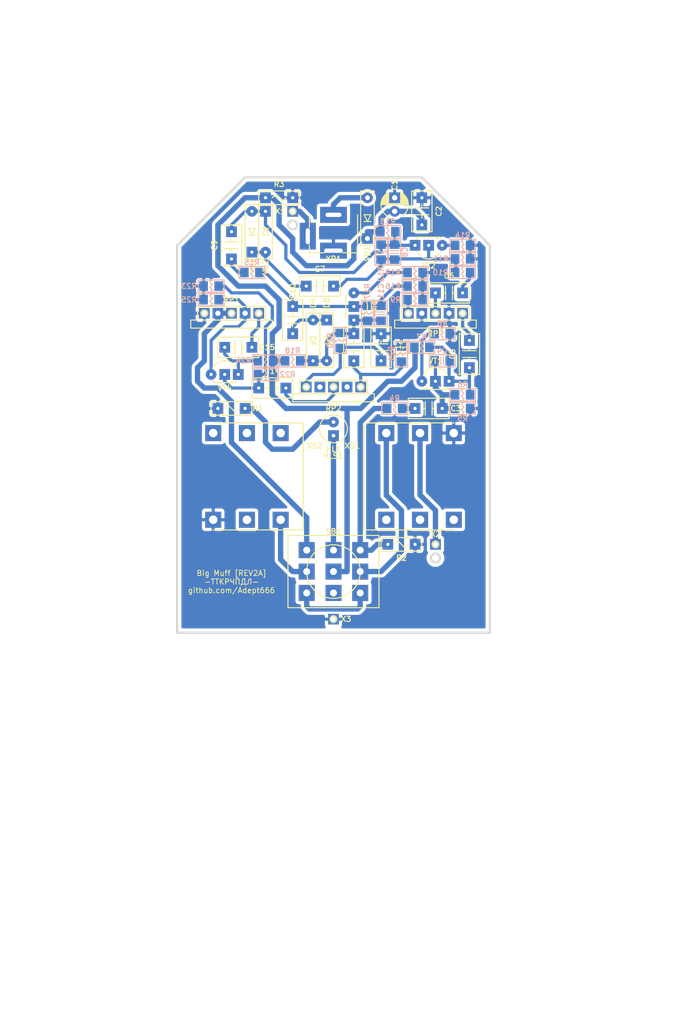
<source format=kicad_pcb>
(kicad_pcb (version 20171130) (host pcbnew 5.1.6-c6e7f7d~87~ubuntu19.10.1)

  (general
    (thickness 1.5)
    (drawings 12)
    (tracks 215)
    (zones 0)
    (modules 63)
    (nets 45)
  )

  (page A4 portrait)
  (title_block
    (title "Big Muff (Bass)")
    (date 2022-04-14)
    (rev 2A)
    (company "Igor Ivanov")
    (comment 1 https://github.com/Adept666)
    (comment 2 "This project is licensed under GNU General Public License v3.0 or later")
  )

  (layers
    (0 F.Cu jumper)
    (31 B.Cu signal)
    (36 B.SilkS user)
    (37 F.SilkS user)
    (38 B.Mask user)
    (40 Dwgs.User user)
    (42 Eco1.User user)
    (44 Edge.Cuts user)
    (45 Margin user)
    (46 B.CrtYd user)
    (47 F.CrtYd user)
    (48 B.Fab user)
    (49 F.Fab user)
  )

  (setup
    (last_trace_width 1)
    (user_trace_width 0.6)
    (trace_clearance 0)
    (zone_clearance 0.6)
    (zone_45_only no)
    (trace_min 0.2)
    (via_size 2)
    (via_drill 1)
    (via_min_size 0.4)
    (via_min_drill 0.3)
    (uvia_size 0.3)
    (uvia_drill 0.1)
    (uvias_allowed no)
    (uvia_min_size 0)
    (uvia_min_drill 0)
    (edge_width 0.4)
    (segment_width 0.2)
    (pcb_text_width 0.3)
    (pcb_text_size 1.5 1.5)
    (mod_edge_width 0.15)
    (mod_text_size 1 1)
    (mod_text_width 0.15)
    (pad_size 2 2)
    (pad_drill 1)
    (pad_to_mask_clearance 0.2)
    (solder_mask_min_width 0.25)
    (aux_axis_origin 0 0)
    (visible_elements 7FFFFFFF)
    (pcbplotparams
      (layerselection 0x20000_7ffffffe)
      (usegerberextensions false)
      (usegerberattributes false)
      (usegerberadvancedattributes false)
      (creategerberjobfile false)
      (excludeedgelayer false)
      (linewidth 0.100000)
      (plotframeref true)
      (viasonmask false)
      (mode 1)
      (useauxorigin false)
      (hpglpennumber 1)
      (hpglpenspeed 20)
      (hpglpendiameter 15.000000)
      (psnegative false)
      (psa4output false)
      (plotreference false)
      (plotvalue true)
      (plotinvisibletext false)
      (padsonsilk true)
      (subtractmaskfromsilk false)
      (outputformat 4)
      (mirror false)
      (drillshape 0)
      (scaleselection 1)
      (outputdirectory ""))
  )

  (net 0 "")
  (net 1 COM)
  (net 2 "Net-(HL1-PadC)")
  (net 3 /LED)
  (net 4 "Net-(SB1-PadNC1)")
  (net 5 "Net-(SB1-PadNC2)")
  (net 6 "Net-(XS1-PadSN)")
  (net 7 "Net-(XS1-PadRN)")
  (net 8 "Net-(XS1-PadTN)")
  (net 9 "Net-(XS2-PadSN)")
  (net 10 "Net-(XS2-PadTN)")
  (net 11 /IN-CON)
  (net 12 /OUT-CON)
  (net 13 /PP3-POS)
  (net 14 /PP3-NEG)
  (net 15 "Net-(XS2-PadR)")
  (net 16 "Net-(XS2-PadRN)")
  (net 17 "Net-(VD1-PadA)")
  (net 18 "Net-(C3-Pad2)")
  (net 19 "Net-(C4-Pad2)")
  (net 20 "Net-(C5-Pad2)")
  (net 21 "Net-(C6-Pad1)")
  (net 22 "Net-(C6-Pad2)")
  (net 23 "Net-(C7-Pad1)")
  (net 24 "Net-(C7-Pad2)")
  (net 25 "Net-(C8-Pad2)")
  (net 26 "Net-(C9-Pad2)")
  (net 27 "Net-(C10-Pad1)")
  (net 28 "Net-(C10-Pad2)")
  (net 29 "Net-(C11-Pad2)")
  (net 30 "Net-(C12-Pad2)")
  (net 31 "Net-(C13-Pad1)")
  (net 32 "Net-(C14-Pad1)")
  (net 33 "Net-(C14-Pad2)")
  (net 34 "Net-(C15-Pad1)")
  (net 35 "Net-(C15-Pad2)")
  (net 36 "Net-(R8-Pad2)")
  (net 37 "Net-(C3-Pad1)")
  (net 38 "Net-(R9-Pad2)")
  (net 39 "Net-(R14-Pad2)")
  (net 40 "Net-(R19-Pad2)")
  (net 41 "Net-(R25-Pad2)")
  (net 42 V)
  (net 43 /IN-CIR)
  (net 44 /OUT-CIR)

  (net_class Default "This is the default net class."
    (clearance 0)
    (trace_width 1)
    (via_dia 2)
    (via_drill 1)
    (uvia_dia 0.3)
    (uvia_drill 0.1)
    (add_net /IN-CIR)
    (add_net /IN-CON)
    (add_net /LED)
    (add_net /OUT-CIR)
    (add_net /OUT-CON)
    (add_net /PP3-NEG)
    (add_net /PP3-POS)
    (add_net COM)
    (add_net "Net-(C10-Pad1)")
    (add_net "Net-(C10-Pad2)")
    (add_net "Net-(C11-Pad2)")
    (add_net "Net-(C12-Pad2)")
    (add_net "Net-(C13-Pad1)")
    (add_net "Net-(C14-Pad1)")
    (add_net "Net-(C14-Pad2)")
    (add_net "Net-(C15-Pad1)")
    (add_net "Net-(C15-Pad2)")
    (add_net "Net-(C3-Pad1)")
    (add_net "Net-(C3-Pad2)")
    (add_net "Net-(C4-Pad2)")
    (add_net "Net-(C5-Pad2)")
    (add_net "Net-(C6-Pad1)")
    (add_net "Net-(C6-Pad2)")
    (add_net "Net-(C7-Pad1)")
    (add_net "Net-(C7-Pad2)")
    (add_net "Net-(C8-Pad2)")
    (add_net "Net-(C9-Pad2)")
    (add_net "Net-(HL1-PadC)")
    (add_net "Net-(R14-Pad2)")
    (add_net "Net-(R19-Pad2)")
    (add_net "Net-(R25-Pad2)")
    (add_net "Net-(R8-Pad2)")
    (add_net "Net-(R9-Pad2)")
    (add_net "Net-(SB1-PadNC1)")
    (add_net "Net-(SB1-PadNC2)")
    (add_net "Net-(VD1-PadA)")
    (add_net "Net-(XS1-PadRN)")
    (add_net "Net-(XS1-PadSN)")
    (add_net "Net-(XS1-PadTN)")
    (add_net "Net-(XS2-PadR)")
    (add_net "Net-(XS2-PadRN)")
    (add_net "Net-(XS2-PadSN)")
    (add_net "Net-(XS2-PadTN)")
    (add_net V)
  )

  (module SBEL:B013_B1 locked (layer F.Cu) (tedit 60A36522) (tstamp 5F50226F)
    (at 105.41 148.59)
    (path /5E73CB02)
    (fp_text reference VE1 (at 0 54.61) (layer F.SilkS) hide
      (effects (font (size 1 1) (thickness 0.2)))
    )
    (fp_text value B013 (at 0 53.34) (layer F.Fab) hide
      (effects (font (size 1 1) (thickness 0.2)))
    )
    (fp_circle (center 43.95 1.27) (end 49.95 1.27) (layer Eco1.User) (width 0.4))
    (fp_circle (center -43.95 1.27) (end -37.95 1.27) (layer Eco1.User) (width 0.4))
    (fp_circle (center 0 -71) (end 5.5 -71) (layer Eco1.User) (width 0.4))
    (fp_line (start 58.1 -57.25) (end 58.1 57.25) (layer Eco1.User) (width 0.4))
    (fp_line (start -58.1 -57.25) (end -58.1 57.25) (layer Eco1.User) (width 0.4))
    (fp_line (start -31.8 -83.55) (end 31.8 -83.55) (layer Eco1.User) (width 0.4))
    (fp_line (start 62.1 -57.25) (end 62.1 57.25) (layer Eco1.User) (width 0.4))
    (fp_line (start -62.1 -57.25) (end -62.1 57.25) (layer Eco1.User) (width 0.4))
    (fp_line (start 31.8 -87.55) (end 31.8 -57.25) (layer Eco1.User) (width 0.4))
    (fp_line (start -31.8 -87.55) (end -31.8 -57.25) (layer Eco1.User) (width 0.4))
    (fp_line (start 31.8 57.25) (end 62.1 57.25) (layer Eco1.User) (width 0.4))
    (fp_line (start -62.1 57.25) (end -31.8 57.25) (layer Eco1.User) (width 0.4))
    (fp_line (start 31.8 -57.25) (end 62.1 -57.25) (layer Eco1.User) (width 0.4))
    (fp_line (start -62.1 -57.25) (end -31.8 -57.25) (layer Eco1.User) (width 0.4))
    (fp_line (start -31.8 -87.55) (end 31.8 -87.55) (layer Eco1.User) (width 0.4))
    (fp_line (start -31.8 -57.25) (end 31.8 -57.25) (layer Eco1.User) (width 0.4))
    (fp_line (start -31.8 57.25) (end 31.8 57.25) (layer Eco1.User) (width 0.4))
    (fp_line (start -31.8 -57.25) (end -31.8 57.25) (layer Eco1.User) (width 0.4))
    (fp_line (start 31.8 -57.25) (end 31.8 57.25) (layer Eco1.User) (width 0.4))
    (fp_line (start -30.45 -55.75) (end 30.45 -55.75) (layer Eco1.User) (width 0.4))
    (fp_line (start -30.45 55.75) (end 30.45 55.75) (layer Eco1.User) (width 0.4))
    (fp_line (start -30.45 -55.75) (end -30.45 55.75) (layer Eco1.User) (width 0.4))
    (fp_line (start 30.45 -55.75) (end 30.45 55.75) (layer Eco1.User) (width 0.4))
    (fp_circle (center -27.1 -52.25) (end -25.6 -52.25) (layer Eco1.User) (width 0.4))
    (fp_circle (center 27.1 -52.25) (end 28.6 -52.25) (layer Eco1.User) (width 0.4))
    (fp_circle (center -27.1 52.25) (end -25.6 52.25) (layer Eco1.User) (width 0.4))
    (fp_circle (center 27.1 52.25) (end 28.6 52.25) (layer Eco1.User) (width 0.4))
    (fp_line (start -30.45 -49) (end -27.1 -49) (layer Eco1.User) (width 0.4))
    (fp_line (start 27.1 -49) (end 30.45 -49) (layer Eco1.User) (width 0.4))
    (fp_line (start -30.45 49) (end -27.1 49) (layer Eco1.User) (width 0.4))
    (fp_line (start 27.1 49) (end 30.45 49) (layer Eco1.User) (width 0.4))
    (fp_line (start -23.85 -55.75) (end -23.85 -52.25) (layer Eco1.User) (width 0.4))
    (fp_line (start 23.85 -55.75) (end 23.85 -52.25) (layer Eco1.User) (width 0.4))
    (fp_line (start -23.85 52.25) (end -23.85 55.75) (layer Eco1.User) (width 0.4))
    (fp_line (start 23.85 52.25) (end 23.85 55.75) (layer Eco1.User) (width 0.4))
    (fp_arc (start 27.1 52.25) (end 27.1 49) (angle -90) (layer Eco1.User) (width 0.4))
    (fp_arc (start -27.1 52.25) (end -23.85 52.25) (angle -90) (layer Eco1.User) (width 0.4))
    (fp_arc (start 27.1 -52.25) (end 23.85 -52.25) (angle -90) (layer Eco1.User) (width 0.4))
    (fp_arc (start -27.1 -52.25) (end -27.1 -49) (angle -90) (layer Eco1.User) (width 0.4))
  )

  (module KCL:LED-ROUND-05.0-UNI-SH-SPACER-PNL-5.3 (layer F.Cu) (tedit 61100F3A) (tstamp 61A3C3D4)
    (at 105.41 140.97 270)
    (path /5E64318D)
    (fp_text reference HL1 (at 3.81 0) (layer F.SilkS)
      (effects (font (size 1 1) (thickness 0.2)))
    )
    (fp_text value FYL-5013UWC (at 14.605 0) (layer F.Fab)
      (effects (font (size 1 1) (thickness 0.2)))
    )
    (fp_circle (center 0 0) (end 2.65 0) (layer Eco1.User) (width 0.4))
    (fp_line (start -2.5 -1.466994) (end -2.5 1.466994) (layer F.Fab) (width 0.2))
    (fp_circle (center 0 0) (end 2.5 0) (layer F.Fab) (width 0.2))
    (fp_arc (start 0 0) (end -2.5 1.469694) (angle -299.1) (layer F.Fab) (width 0.2))
    (pad C thru_hole circle (at -1.27 0 270) (size 2 2) (drill 0.7) (layers B.Cu B.Mask)
      (net 2 "Net-(HL1-PadC)"))
    (pad A thru_hole rect (at 1.27 0 270) (size 2 2) (drill 0.7) (layers B.Cu B.Mask)
      (net 3 /LED))
  )

  (module SBKCL:RP-PDB181-K-F-PCB-RND (layer F.Cu) (tedit 6257FD51) (tstamp 5E5B6DB9)
    (at 124.46 108.15)
    (path /5F3FC4FA)
    (fp_text reference RP3 (at 0 15.04) (layer F.SilkS)
      (effects (font (size 1 1) (thickness 0.2)))
    )
    (fp_text value A100K (at 0 11.23) (layer F.Fab)
      (effects (font (size 1 1) (thickness 0.2)))
    )
    (fp_circle (center 0 0) (end 3.5 0) (layer Dwgs.User) (width 0.2))
    (fp_circle (center 0 0) (end 3 0) (layer Dwgs.User) (width 0.2))
    (fp_line (start 7.5 4) (end 7.5 12.5) (layer Dwgs.User) (width 0.2))
    (fp_line (start -7.5 4) (end -7.5 12.5) (layer Dwgs.User) (width 0.2))
    (fp_circle (center 0 0) (end 8.5 0) (layer Dwgs.User) (width 0.2))
    (fp_line (start -8.383913 -1.4) (end -7.3 -1.4) (layer Dwgs.User) (width 0.2))
    (fp_line (start -8.383913 1.4) (end -7.3 1.4) (layer Dwgs.User) (width 0.2))
    (fp_line (start -7.3 -1.4) (end -7.3 1.4) (layer Dwgs.User) (width 0.2))
    (fp_line (start -7.5 12.5) (end 7.5 12.5) (layer Dwgs.User) (width 0.2))
    (fp_circle (center 0 0) (end 3.7 0) (layer Eco1.User) (width 0.4))
    (fp_line (start -2.54 1.5) (end 2.54 1.5) (layer Dwgs.User) (width 0.2))
    (fp_line (start -7.62 12.5) (end 7.62 12.5) (layer F.Fab) (width 0.2))
    (fp_line (start -7.62 14) (end 7.62 14) (layer F.Fab) (width 0.2))
    (fp_line (start -7.62 12.5) (end -7.62 14) (layer F.Fab) (width 0.2))
    (fp_line (start 7.62 12.5) (end 7.62 14) (layer F.Fab) (width 0.2))
    (fp_line (start -6.35 9.96) (end 6.35 9.96) (layer F.Fab) (width 0.2))
    (fp_line (start -6.35 9.96) (end -6.35 12.5) (layer F.Fab) (width 0.2))
    (fp_line (start 6.35 9.96) (end 6.35 12.5) (layer F.Fab) (width 0.2))
    (fp_line (start -6.35 9.96) (end 6.35 9.96) (layer F.SilkS) (width 0.2))
    (fp_line (start -7.62 12.5) (end 7.62 12.5) (layer F.SilkS) (width 0.2))
    (fp_line (start -7.62 14) (end 7.62 14) (layer F.SilkS) (width 0.2))
    (fp_line (start -6.35 9.96) (end -6.35 12.5) (layer F.SilkS) (width 0.2))
    (fp_line (start 6.35 9.96) (end 6.35 12.5) (layer F.SilkS) (width 0.2))
    (fp_line (start -7.62 12.5) (end -7.62 14) (layer F.SilkS) (width 0.2))
    (fp_line (start 7.62 12.5) (end 7.62 14) (layer F.SilkS) (width 0.2))
    (fp_circle (center -5.08 11.23) (end -4.445 11.23) (layer F.SilkS) (width 0.2))
    (fp_circle (center 0 11.23) (end 0.635 11.23) (layer F.SilkS) (width 0.2))
    (fp_circle (center 5.08 11.23) (end 5.715 11.23) (layer F.SilkS) (width 0.2))
    (fp_line (start -6.35 9.96) (end 6.35 9.96) (layer F.CrtYd) (width 0.1))
    (fp_line (start -7.62 12.5) (end -6.35 12.5) (layer F.CrtYd) (width 0.1))
    (fp_line (start 6.35 12.5) (end 7.62 12.5) (layer F.CrtYd) (width 0.1))
    (fp_line (start -7.62 14) (end 7.62 14) (layer F.CrtYd) (width 0.1))
    (fp_line (start -6.35 9.96) (end -6.35 12.5) (layer F.CrtYd) (width 0.1))
    (fp_line (start 6.35 9.96) (end 6.35 12.5) (layer F.CrtYd) (width 0.1))
    (fp_line (start -7.62 12.5) (end -7.62 14) (layer F.CrtYd) (width 0.1))
    (fp_line (start 7.62 12.5) (end 7.62 14) (layer F.CrtYd) (width 0.1))
    (fp_circle (center -7.9 0) (end -6.4 0) (layer Eco1.User) (width 0.4))
    (pad 1 thru_hole rect (at -5.08 11.23) (size 2 2) (drill 1) (layers B.Cu B.Mask)
      (net 38 "Net-(R9-Pad2)"))
    (pad NC1 thru_hole rect (at -2.54 11.23) (size 2 2) (drill 1) (layers B.Cu B.Mask)
      (net 1 COM))
    (pad 2 thru_hole rect (at 0 11.23) (size 2 2) (drill 1) (layers B.Cu B.Mask)
      (net 21 "Net-(C6-Pad1)"))
    (pad NC2 thru_hole rect (at 2.54 11.23) (size 2 2) (drill 1) (layers B.Cu B.Mask)
      (net 1 COM))
    (pad 3 thru_hole rect (at 5.08 11.23) (size 2 2) (drill 1) (layers B.Cu B.Mask)
      (net 20 "Net-(C5-Pad2)"))
  )

  (module SBKCL:RP-PDB181-K-F-PCB-RND (layer F.Cu) (tedit 5F7F3DEC) (tstamp 5F7F73E9)
    (at 105.41 121.92)
    (path /5F3FC4FC)
    (fp_text reference RP2 (at 0 15.24) (layer F.SilkS)
      (effects (font (size 1 1) (thickness 0.2)))
    )
    (fp_text value B100K (at 0 11.43) (layer F.Fab)
      (effects (font (size 1 1) (thickness 0.2)))
    )
    (fp_circle (center 0 0) (end 3.5 0) (layer Dwgs.User) (width 0.2))
    (fp_circle (center 0 0) (end 3 0) (layer Dwgs.User) (width 0.2))
    (fp_line (start 7.5 4) (end 7.5 12.5) (layer Dwgs.User) (width 0.2))
    (fp_line (start -7.5 4) (end -7.5 12.5) (layer Dwgs.User) (width 0.2))
    (fp_circle (center 0 0) (end 8.5 0) (layer Dwgs.User) (width 0.2))
    (fp_line (start -8.383913 -1.4) (end -7.3 -1.4) (layer Dwgs.User) (width 0.2))
    (fp_line (start -8.383913 1.4) (end -7.3 1.4) (layer Dwgs.User) (width 0.2))
    (fp_line (start -7.3 -1.4) (end -7.3 1.4) (layer Dwgs.User) (width 0.2))
    (fp_line (start -7.5 12.5) (end 7.5 12.5) (layer Dwgs.User) (width 0.2))
    (fp_circle (center 0 0) (end 3.7 0) (layer Eco1.User) (width 0.4))
    (fp_line (start -2.54 1.5) (end 2.54 1.5) (layer Dwgs.User) (width 0.2))
    (fp_line (start -7.62 12.5) (end 7.62 12.5) (layer F.Fab) (width 0.2))
    (fp_line (start -7.62 14) (end 7.62 14) (layer F.Fab) (width 0.2))
    (fp_line (start -7.62 12.5) (end -7.62 14) (layer F.Fab) (width 0.2))
    (fp_line (start 7.62 12.5) (end 7.62 14) (layer F.Fab) (width 0.2))
    (fp_line (start -6.35 9.96) (end 6.35 9.96) (layer F.Fab) (width 0.2))
    (fp_line (start -6.35 9.96) (end -6.35 12.5) (layer F.Fab) (width 0.2))
    (fp_line (start 6.35 9.96) (end 6.35 12.5) (layer F.Fab) (width 0.2))
    (fp_line (start -6.35 9.96) (end 6.35 9.96) (layer F.SilkS) (width 0.2))
    (fp_line (start -7.62 12.5) (end 7.62 12.5) (layer F.SilkS) (width 0.2))
    (fp_line (start -7.62 14) (end 7.62 14) (layer F.SilkS) (width 0.2))
    (fp_line (start -6.35 9.96) (end -6.35 12.5) (layer F.SilkS) (width 0.2))
    (fp_line (start 6.35 9.96) (end 6.35 12.5) (layer F.SilkS) (width 0.2))
    (fp_line (start -7.62 12.5) (end -7.62 14) (layer F.SilkS) (width 0.2))
    (fp_line (start 7.62 12.5) (end 7.62 14) (layer F.SilkS) (width 0.2))
    (fp_circle (center -5.08 11.23) (end -4.445 11.23) (layer F.SilkS) (width 0.2))
    (fp_circle (center 0 11.23) (end 0.635 11.23) (layer F.SilkS) (width 0.2))
    (fp_circle (center 5.08 11.23) (end 5.715 11.23) (layer F.SilkS) (width 0.2))
    (fp_line (start -6.35 9.96) (end 6.35 9.96) (layer F.CrtYd) (width 0.1))
    (fp_line (start -7.62 12.5) (end -6.35 12.5) (layer F.CrtYd) (width 0.1))
    (fp_line (start 6.35 12.5) (end 7.62 12.5) (layer F.CrtYd) (width 0.1))
    (fp_line (start -7.62 14) (end 7.62 14) (layer F.CrtYd) (width 0.1))
    (fp_line (start -6.35 9.96) (end -6.35 12.5) (layer F.CrtYd) (width 0.1))
    (fp_line (start 6.35 9.96) (end 6.35 12.5) (layer F.CrtYd) (width 0.1))
    (fp_line (start -7.62 12.5) (end -7.62 14) (layer F.CrtYd) (width 0.1))
    (fp_line (start 7.62 12.5) (end 7.62 14) (layer F.CrtYd) (width 0.1))
    (fp_circle (center -7.9 0) (end -6.4 0) (layer Eco1.User) (width 0.4))
    (pad 1 thru_hole rect (at -5.08 11.23) (size 2 2) (drill 1) (layers B.Cu B.Mask)
      (net 31 "Net-(C13-Pad1)"))
    (pad NC1 thru_hole rect (at -2.54 11.23) (size 2 2) (drill 1) (layers B.Cu B.Mask))
    (pad 2 thru_hole rect (at 0 11.23) (size 2 2) (drill 1) (layers B.Cu B.Mask)
      (net 32 "Net-(C14-Pad1)"))
    (pad NC2 thru_hole rect (at 2.54 11.23) (size 2 2) (drill 1) (layers B.Cu B.Mask))
    (pad 3 thru_hole rect (at 5.08 11.23) (size 2 2) (drill 1) (layers B.Cu B.Mask)
      (net 30 "Net-(C12-Pad2)"))
  )

  (module SBKCL:RP-PDB181-K-F-PCB-RND (layer F.Cu) (tedit 6257FD44) (tstamp 5F457720)
    (at 86.36 108.15)
    (path /5F3FC4FD)
    (fp_text reference RP1 (at 0 8.69) (layer F.SilkS)
      (effects (font (size 1 1) (thickness 0.2)))
    )
    (fp_text value A100K (at 0 11.23) (layer F.Fab)
      (effects (font (size 1 1) (thickness 0.2)))
    )
    (fp_circle (center 0 0) (end 3.5 0) (layer Dwgs.User) (width 0.2))
    (fp_circle (center 0 0) (end 3 0) (layer Dwgs.User) (width 0.2))
    (fp_line (start 7.5 4) (end 7.5 12.5) (layer Dwgs.User) (width 0.2))
    (fp_line (start -7.5 4) (end -7.5 12.5) (layer Dwgs.User) (width 0.2))
    (fp_circle (center 0 0) (end 8.5 0) (layer Dwgs.User) (width 0.2))
    (fp_line (start -8.383913 -1.4) (end -7.3 -1.4) (layer Dwgs.User) (width 0.2))
    (fp_line (start -8.383913 1.4) (end -7.3 1.4) (layer Dwgs.User) (width 0.2))
    (fp_line (start -7.3 -1.4) (end -7.3 1.4) (layer Dwgs.User) (width 0.2))
    (fp_line (start -7.5 12.5) (end 7.5 12.5) (layer Dwgs.User) (width 0.2))
    (fp_circle (center 0 0) (end 3.7 0) (layer Eco1.User) (width 0.4))
    (fp_line (start -2.54 1.5) (end 2.54 1.5) (layer Dwgs.User) (width 0.2))
    (fp_line (start -7.62 12.5) (end 7.62 12.5) (layer F.Fab) (width 0.2))
    (fp_line (start -7.62 14) (end 7.62 14) (layer F.Fab) (width 0.2))
    (fp_line (start -7.62 12.5) (end -7.62 14) (layer F.Fab) (width 0.2))
    (fp_line (start 7.62 12.5) (end 7.62 14) (layer F.Fab) (width 0.2))
    (fp_line (start -6.35 9.96) (end 6.35 9.96) (layer F.Fab) (width 0.2))
    (fp_line (start -6.35 9.96) (end -6.35 12.5) (layer F.Fab) (width 0.2))
    (fp_line (start 6.35 9.96) (end 6.35 12.5) (layer F.Fab) (width 0.2))
    (fp_line (start -6.35 9.96) (end 6.35 9.96) (layer F.SilkS) (width 0.2))
    (fp_line (start -7.62 12.5) (end 7.62 12.5) (layer F.SilkS) (width 0.2))
    (fp_line (start -7.62 14) (end 7.62 14) (layer F.SilkS) (width 0.2))
    (fp_line (start -6.35 9.96) (end -6.35 12.5) (layer F.SilkS) (width 0.2))
    (fp_line (start 6.35 9.96) (end 6.35 12.5) (layer F.SilkS) (width 0.2))
    (fp_line (start -7.62 12.5) (end -7.62 14) (layer F.SilkS) (width 0.2))
    (fp_line (start 7.62 12.5) (end 7.62 14) (layer F.SilkS) (width 0.2))
    (fp_circle (center -5.08 11.23) (end -4.445 11.23) (layer F.SilkS) (width 0.2))
    (fp_circle (center 0 11.23) (end 0.635 11.23) (layer F.SilkS) (width 0.2))
    (fp_circle (center 5.08 11.23) (end 5.715 11.23) (layer F.SilkS) (width 0.2))
    (fp_line (start -6.35 9.96) (end 6.35 9.96) (layer F.CrtYd) (width 0.1))
    (fp_line (start -7.62 12.5) (end -6.35 12.5) (layer F.CrtYd) (width 0.1))
    (fp_line (start 6.35 12.5) (end 7.62 12.5) (layer F.CrtYd) (width 0.1))
    (fp_line (start -7.62 14) (end 7.62 14) (layer F.CrtYd) (width 0.1))
    (fp_line (start -6.35 9.96) (end -6.35 12.5) (layer F.CrtYd) (width 0.1))
    (fp_line (start 6.35 9.96) (end 6.35 12.5) (layer F.CrtYd) (width 0.1))
    (fp_line (start -7.62 12.5) (end -7.62 14) (layer F.CrtYd) (width 0.1))
    (fp_line (start 7.62 12.5) (end 7.62 14) (layer F.CrtYd) (width 0.1))
    (fp_circle (center -7.9 0) (end -6.4 0) (layer Eco1.User) (width 0.4))
    (pad 1 thru_hole rect (at -5.08 11.23) (size 2 2) (drill 1) (layers B.Cu B.Mask)
      (net 1 COM))
    (pad NC1 thru_hole rect (at -2.54 11.23) (size 2 2) (drill 1) (layers B.Cu B.Mask)
      (net 44 /OUT-CIR))
    (pad 2 thru_hole rect (at 0 11.23) (size 2 2) (drill 1) (layers B.Cu B.Mask)
      (net 44 /OUT-CIR))
    (pad NC2 thru_hole rect (at 2.54 11.23) (size 2 2) (drill 1) (layers B.Cu B.Mask))
    (pad 3 thru_hole rect (at 5.08 11.23) (size 2 2) (drill 1) (layers B.Cu B.Mask)
      (net 35 "Net-(C15-Pad2)"))
  )

  (module KCL:R-MFR-12 (layer F.Cu) (tedit 5D7AAF20) (tstamp 5F406881)
    (at 95.25 97.79 180)
    (path /5F414B0E)
    (fp_text reference R3 (at 0 2.54) (layer F.SilkS)
      (effects (font (size 1 1) (thickness 0.2)))
    )
    (fp_text value X (at 0 0) (layer F.Fab)
      (effects (font (size 1 1) (thickness 0.2)))
    )
    (fp_line (start -1.7 -0.95) (end 1.7 -0.95) (layer F.Fab) (width 0.2))
    (fp_line (start -1.7 0.95) (end 1.7 0.95) (layer F.Fab) (width 0.2))
    (fp_line (start -1.7 -0.95) (end -1.7 0.95) (layer F.Fab) (width 0.2))
    (fp_line (start 1.7 -0.95) (end 1.7 0.95) (layer F.Fab) (width 0.2))
    (fp_line (start -3.81 -1.27) (end 3.81 -1.27) (layer F.SilkS) (width 0.2))
    (fp_line (start -3.81 1.27) (end 3.81 1.27) (layer F.SilkS) (width 0.2))
    (fp_line (start -3.81 -1.27) (end -3.81 1.27) (layer F.SilkS) (width 0.2))
    (fp_line (start 3.81 -1.27) (end 3.81 1.27) (layer F.SilkS) (width 0.2))
    (fp_line (start -3.81 -1.27) (end 3.81 -1.27) (layer F.CrtYd) (width 0.1))
    (fp_line (start 3.81 -1.27) (end 3.81 1.27) (layer F.CrtYd) (width 0.1))
    (fp_line (start 3.81 1.27) (end -3.81 1.27) (layer F.CrtYd) (width 0.1))
    (fp_line (start -3.81 1.27) (end -3.81 -1.27) (layer F.CrtYd) (width 0.1))
    (fp_line (start -1.27 0) (end -0.635 -0.635) (layer F.SilkS) (width 0.2))
    (fp_line (start -0.635 -0.635) (end 0.635 0.635) (layer F.SilkS) (width 0.2))
    (fp_line (start 0.635 0.635) (end 1.27 0) (layer F.SilkS) (width 0.2))
    (pad 1 thru_hole rect (at -2.54 0 180) (size 2 2) (drill 0.6) (layers *.Cu *.Mask)
      (net 1 COM))
    (pad 2 thru_hole rect (at 2.54 0 180) (size 2 2) (drill 0.6) (layers *.Cu *.Mask)
      (net 42 V))
  )

  (module KCL:C-SM-1206 (layer B.Cu) (tedit 5F453DFF) (tstamp 5F4286E2)
    (at 114.3 119.38 270)
    (path /5E8C5900)
    (fp_text reference C11 (at -2.54 0 270) (layer B.SilkS)
      (effects (font (size 1 1) (thickness 0.2)) (justify right mirror))
    )
    (fp_text value 471 (at 0 0 270) (layer B.Fab)
      (effects (font (size 1 1) (thickness 0.2)) (justify mirror))
    )
    (fp_line (start -1.6 0.8) (end -1.6 -0.8) (layer B.Fab) (width 0.2))
    (fp_line (start -1.6 -0.8) (end 1.6 -0.8) (layer B.Fab) (width 0.2))
    (fp_line (start 1.6 0.8) (end 1.6 -0.8) (layer B.Fab) (width 0.2))
    (fp_line (start -1.6 0.8) (end 1.6 0.8) (layer B.Fab) (width 0.2))
    (fp_line (start -2.413 1.143) (end -2.413 -1.143) (layer B.SilkS) (width 0.2))
    (fp_line (start 2.413 1.143) (end 2.413 -1.143) (layer B.SilkS) (width 0.2))
    (fp_line (start -0.254 0.762) (end -0.254 -0.762) (layer B.SilkS) (width 0.2))
    (fp_line (start 0.254 0.762) (end 0.254 -0.762) (layer B.SilkS) (width 0.2))
    (fp_line (start -2.413 1.143) (end 2.413 1.143) (layer B.SilkS) (width 0.2))
    (fp_line (start -2.413 -1.143) (end 2.413 -1.143) (layer B.SilkS) (width 0.2))
    (fp_line (start -2.413 -1.143) (end -2.413 1.143) (layer B.CrtYd) (width 0.1))
    (fp_line (start 2.413 -1.143) (end -2.413 -1.143) (layer B.CrtYd) (width 0.1))
    (fp_line (start 2.413 1.143) (end 2.413 -1.143) (layer B.CrtYd) (width 0.1))
    (fp_line (start -2.413 1.143) (end 2.413 1.143) (layer B.CrtYd) (width 0.1))
    (pad 2 smd rect (at 1.4 0 270) (size 1.6 1.8) (layers B.Cu B.Mask)
      (net 29 "Net-(C11-Pad2)"))
    (pad 1 smd rect (at -1.4 0 270) (size 1.6 1.8) (layers B.Cu B.Mask)
      (net 27 "Net-(C10-Pad1)"))
  )

  (module KCL:C-SM-1206 (layer B.Cu) (tedit 5F453DFF) (tstamp 5F4251A3)
    (at 116.84 107.95 90)
    (path /5EBF2A40)
    (fp_text reference C8 (at 0 1.905 270) (layer B.SilkS)
      (effects (font (size 1 1) (thickness 0.2)) (justify mirror))
    )
    (fp_text value 471 (at 0 0 270) (layer B.Fab)
      (effects (font (size 1 1) (thickness 0.2)) (justify mirror))
    )
    (fp_line (start -1.6 0.8) (end -1.6 -0.8) (layer B.Fab) (width 0.2))
    (fp_line (start -1.6 -0.8) (end 1.6 -0.8) (layer B.Fab) (width 0.2))
    (fp_line (start 1.6 0.8) (end 1.6 -0.8) (layer B.Fab) (width 0.2))
    (fp_line (start -1.6 0.8) (end 1.6 0.8) (layer B.Fab) (width 0.2))
    (fp_line (start -2.413 1.143) (end -2.413 -1.143) (layer B.SilkS) (width 0.2))
    (fp_line (start 2.413 1.143) (end 2.413 -1.143) (layer B.SilkS) (width 0.2))
    (fp_line (start -0.254 0.762) (end -0.254 -0.762) (layer B.SilkS) (width 0.2))
    (fp_line (start 0.254 0.762) (end 0.254 -0.762) (layer B.SilkS) (width 0.2))
    (fp_line (start -2.413 1.143) (end 2.413 1.143) (layer B.SilkS) (width 0.2))
    (fp_line (start -2.413 -1.143) (end 2.413 -1.143) (layer B.SilkS) (width 0.2))
    (fp_line (start -2.413 -1.143) (end -2.413 1.143) (layer B.CrtYd) (width 0.1))
    (fp_line (start 2.413 -1.143) (end -2.413 -1.143) (layer B.CrtYd) (width 0.1))
    (fp_line (start 2.413 1.143) (end 2.413 -1.143) (layer B.CrtYd) (width 0.1))
    (fp_line (start -2.413 1.143) (end 2.413 1.143) (layer B.CrtYd) (width 0.1))
    (pad 2 smd rect (at 1.4 0 90) (size 1.6 1.8) (layers B.Cu B.Mask)
      (net 25 "Net-(C8-Pad2)"))
    (pad 1 smd rect (at -1.4 0 90) (size 1.6 1.8) (layers B.Cu B.Mask)
      (net 23 "Net-(C7-Pad1)"))
  )

  (module KCL:C-SM-1206 (layer B.Cu) (tedit 5F453DFF) (tstamp 5F3B715A)
    (at 125.73 128.27)
    (path /5E56234D)
    (fp_text reference C4 (at 0 -1.905) (layer B.SilkS)
      (effects (font (size 1 1) (thickness 0.2)) (justify mirror))
    )
    (fp_text value 471 (at 0 0) (layer B.Fab)
      (effects (font (size 1 1) (thickness 0.2)) (justify mirror))
    )
    (fp_line (start -1.6 0.8) (end -1.6 -0.8) (layer B.Fab) (width 0.2))
    (fp_line (start -1.6 -0.8) (end 1.6 -0.8) (layer B.Fab) (width 0.2))
    (fp_line (start 1.6 0.8) (end 1.6 -0.8) (layer B.Fab) (width 0.2))
    (fp_line (start -1.6 0.8) (end 1.6 0.8) (layer B.Fab) (width 0.2))
    (fp_line (start -2.413 1.143) (end -2.413 -1.143) (layer B.SilkS) (width 0.2))
    (fp_line (start 2.413 1.143) (end 2.413 -1.143) (layer B.SilkS) (width 0.2))
    (fp_line (start -0.254 0.762) (end -0.254 -0.762) (layer B.SilkS) (width 0.2))
    (fp_line (start 0.254 0.762) (end 0.254 -0.762) (layer B.SilkS) (width 0.2))
    (fp_line (start -2.413 1.143) (end 2.413 1.143) (layer B.SilkS) (width 0.2))
    (fp_line (start -2.413 -1.143) (end 2.413 -1.143) (layer B.SilkS) (width 0.2))
    (fp_line (start -2.413 -1.143) (end -2.413 1.143) (layer B.CrtYd) (width 0.1))
    (fp_line (start 2.413 -1.143) (end -2.413 -1.143) (layer B.CrtYd) (width 0.1))
    (fp_line (start 2.413 1.143) (end 2.413 -1.143) (layer B.CrtYd) (width 0.1))
    (fp_line (start -2.413 1.143) (end 2.413 1.143) (layer B.CrtYd) (width 0.1))
    (pad 2 smd rect (at 1.4 0) (size 1.6 1.8) (layers B.Cu B.Mask)
      (net 19 "Net-(C4-Pad2)"))
    (pad 1 smd rect (at -1.4 0) (size 1.6 1.8) (layers B.Cu B.Mask)
      (net 18 "Net-(C3-Pad2)"))
  )

  (module KCL:R-SM-1206 (layer B.Cu) (tedit 5E86DED5) (tstamp 5F3B4B6E)
    (at 82.55 116.84)
    (path /5EBBDC25)
    (fp_text reference R25 (at -2.54 0) (layer B.SilkS)
      (effects (font (size 1 1) (thickness 0.2)) (justify left mirror))
    )
    (fp_text value 272 (at 0 0) (layer B.Fab)
      (effects (font (size 1 1) (thickness 0.2)) (justify mirror))
    )
    (fp_line (start -2.413 1.143) (end 2.413 1.143) (layer B.CrtYd) (width 0.1))
    (fp_line (start 2.413 1.143) (end 2.413 -1.143) (layer B.CrtYd) (width 0.1))
    (fp_line (start 2.413 -1.143) (end -2.413 -1.143) (layer B.CrtYd) (width 0.1))
    (fp_line (start -2.413 -1.143) (end -2.413 1.143) (layer B.CrtYd) (width 0.1))
    (fp_line (start -0.254 0.254) (end 0.254 0.762) (layer B.SilkS) (width 0.2))
    (fp_line (start 0.254 0.762) (end -0.127 1.143) (layer B.SilkS) (width 0.2))
    (fp_line (start -0.254 0.254) (end 0.254 -0.254) (layer B.SilkS) (width 0.2))
    (fp_line (start 0.254 -0.254) (end -0.254 -0.762) (layer B.SilkS) (width 0.2))
    (fp_line (start -0.254 -0.762) (end 0.127 -1.143) (layer B.SilkS) (width 0.2))
    (fp_line (start -2.413 -1.143) (end 2.413 -1.143) (layer B.SilkS) (width 0.2))
    (fp_line (start -2.413 1.143) (end 2.413 1.143) (layer B.SilkS) (width 0.2))
    (fp_line (start 2.413 1.143) (end 2.413 -1.143) (layer B.SilkS) (width 0.2))
    (fp_line (start -2.413 1.143) (end -2.413 -1.143) (layer B.SilkS) (width 0.2))
    (fp_line (start -1.6 0.8) (end 1.6 0.8) (layer B.Fab) (width 0.2))
    (fp_line (start 1.6 0.8) (end 1.6 -0.8) (layer B.Fab) (width 0.2))
    (fp_line (start -1.6 -0.8) (end 1.6 -0.8) (layer B.Fab) (width 0.2))
    (fp_line (start -1.6 0.8) (end -1.6 -0.8) (layer B.Fab) (width 0.2))
    (pad 2 smd rect (at 1.4 0) (size 1.6 1.8) (layers B.Cu B.Mask)
      (net 41 "Net-(R25-Pad2)"))
    (pad 1 smd rect (at -1.4 0) (size 1.6 1.8) (layers B.Cu B.Mask)
      (net 1 COM))
  )

  (module KCL:R-SM-1206 (layer B.Cu) (tedit 5E86DED5) (tstamp 5F3BF02A)
    (at 92.71 128.27)
    (path /5ECA3DF1)
    (fp_text reference R24 (at -2.54 0) (layer B.SilkS)
      (effects (font (size 1 1) (thickness 0.2)) (justify left mirror))
    )
    (fp_text value 103 (at 0 0) (layer B.Fab)
      (effects (font (size 1 1) (thickness 0.2)) (justify mirror))
    )
    (fp_line (start -2.413 1.143) (end 2.413 1.143) (layer B.CrtYd) (width 0.1))
    (fp_line (start 2.413 1.143) (end 2.413 -1.143) (layer B.CrtYd) (width 0.1))
    (fp_line (start 2.413 -1.143) (end -2.413 -1.143) (layer B.CrtYd) (width 0.1))
    (fp_line (start -2.413 -1.143) (end -2.413 1.143) (layer B.CrtYd) (width 0.1))
    (fp_line (start -0.254 0.254) (end 0.254 0.762) (layer B.SilkS) (width 0.2))
    (fp_line (start 0.254 0.762) (end -0.127 1.143) (layer B.SilkS) (width 0.2))
    (fp_line (start -0.254 0.254) (end 0.254 -0.254) (layer B.SilkS) (width 0.2))
    (fp_line (start 0.254 -0.254) (end -0.254 -0.762) (layer B.SilkS) (width 0.2))
    (fp_line (start -0.254 -0.762) (end 0.127 -1.143) (layer B.SilkS) (width 0.2))
    (fp_line (start -2.413 -1.143) (end 2.413 -1.143) (layer B.SilkS) (width 0.2))
    (fp_line (start -2.413 1.143) (end 2.413 1.143) (layer B.SilkS) (width 0.2))
    (fp_line (start 2.413 1.143) (end 2.413 -1.143) (layer B.SilkS) (width 0.2))
    (fp_line (start -2.413 1.143) (end -2.413 -1.143) (layer B.SilkS) (width 0.2))
    (fp_line (start -1.6 0.8) (end 1.6 0.8) (layer B.Fab) (width 0.2))
    (fp_line (start 1.6 0.8) (end 1.6 -0.8) (layer B.Fab) (width 0.2))
    (fp_line (start -1.6 -0.8) (end 1.6 -0.8) (layer B.Fab) (width 0.2))
    (fp_line (start -1.6 0.8) (end -1.6 -0.8) (layer B.Fab) (width 0.2))
    (pad 2 smd rect (at 1.4 0) (size 1.6 1.8) (layers B.Cu B.Mask)
      (net 42 V))
    (pad 1 smd rect (at -1.4 0) (size 1.6 1.8) (layers B.Cu B.Mask)
      (net 34 "Net-(C15-Pad1)"))
  )

  (module KCL:R-SM-1206 (layer B.Cu) (tedit 5E86DED5) (tstamp 5F3B4B40)
    (at 82.55 114.3)
    (path /5EBBDC36)
    (fp_text reference R23 (at -2.54 0) (layer B.SilkS)
      (effects (font (size 1 1) (thickness 0.2)) (justify left mirror))
    )
    (fp_text value 104 (at 0 0) (layer B.Fab)
      (effects (font (size 1 1) (thickness 0.2)) (justify mirror))
    )
    (fp_line (start -2.413 1.143) (end 2.413 1.143) (layer B.CrtYd) (width 0.1))
    (fp_line (start 2.413 1.143) (end 2.413 -1.143) (layer B.CrtYd) (width 0.1))
    (fp_line (start 2.413 -1.143) (end -2.413 -1.143) (layer B.CrtYd) (width 0.1))
    (fp_line (start -2.413 -1.143) (end -2.413 1.143) (layer B.CrtYd) (width 0.1))
    (fp_line (start -0.254 0.254) (end 0.254 0.762) (layer B.SilkS) (width 0.2))
    (fp_line (start 0.254 0.762) (end -0.127 1.143) (layer B.SilkS) (width 0.2))
    (fp_line (start -0.254 0.254) (end 0.254 -0.254) (layer B.SilkS) (width 0.2))
    (fp_line (start 0.254 -0.254) (end -0.254 -0.762) (layer B.SilkS) (width 0.2))
    (fp_line (start -0.254 -0.762) (end 0.127 -1.143) (layer B.SilkS) (width 0.2))
    (fp_line (start -2.413 -1.143) (end 2.413 -1.143) (layer B.SilkS) (width 0.2))
    (fp_line (start -2.413 1.143) (end 2.413 1.143) (layer B.SilkS) (width 0.2))
    (fp_line (start 2.413 1.143) (end 2.413 -1.143) (layer B.SilkS) (width 0.2))
    (fp_line (start -2.413 1.143) (end -2.413 -1.143) (layer B.SilkS) (width 0.2))
    (fp_line (start -1.6 0.8) (end 1.6 0.8) (layer B.Fab) (width 0.2))
    (fp_line (start 1.6 0.8) (end 1.6 -0.8) (layer B.Fab) (width 0.2))
    (fp_line (start -1.6 -0.8) (end 1.6 -0.8) (layer B.Fab) (width 0.2))
    (fp_line (start -1.6 0.8) (end -1.6 -0.8) (layer B.Fab) (width 0.2))
    (pad 2 smd rect (at 1.4 0) (size 1.6 1.8) (layers B.Cu B.Mask)
      (net 33 "Net-(C14-Pad2)"))
    (pad 1 smd rect (at -1.4 0) (size 1.6 1.8) (layers B.Cu B.Mask)
      (net 1 COM))
  )

  (module KCL:R-SM-1206 (layer B.Cu) (tedit 5E86DED5) (tstamp 5F3B4B29)
    (at 92.71 130.81)
    (path /5ECA3DFA)
    (fp_text reference R22 (at 2.54 0) (layer B.SilkS)
      (effects (font (size 1 1) (thickness 0.2)) (justify right mirror))
    )
    (fp_text value 474 (at 0 0) (layer B.Fab)
      (effects (font (size 1 1) (thickness 0.2)) (justify mirror))
    )
    (fp_line (start -2.413 1.143) (end 2.413 1.143) (layer B.CrtYd) (width 0.1))
    (fp_line (start 2.413 1.143) (end 2.413 -1.143) (layer B.CrtYd) (width 0.1))
    (fp_line (start 2.413 -1.143) (end -2.413 -1.143) (layer B.CrtYd) (width 0.1))
    (fp_line (start -2.413 -1.143) (end -2.413 1.143) (layer B.CrtYd) (width 0.1))
    (fp_line (start -0.254 0.254) (end 0.254 0.762) (layer B.SilkS) (width 0.2))
    (fp_line (start 0.254 0.762) (end -0.127 1.143) (layer B.SilkS) (width 0.2))
    (fp_line (start -0.254 0.254) (end 0.254 -0.254) (layer B.SilkS) (width 0.2))
    (fp_line (start 0.254 -0.254) (end -0.254 -0.762) (layer B.SilkS) (width 0.2))
    (fp_line (start -0.254 -0.762) (end 0.127 -1.143) (layer B.SilkS) (width 0.2))
    (fp_line (start -2.413 -1.143) (end 2.413 -1.143) (layer B.SilkS) (width 0.2))
    (fp_line (start -2.413 1.143) (end 2.413 1.143) (layer B.SilkS) (width 0.2))
    (fp_line (start 2.413 1.143) (end 2.413 -1.143) (layer B.SilkS) (width 0.2))
    (fp_line (start -2.413 1.143) (end -2.413 -1.143) (layer B.SilkS) (width 0.2))
    (fp_line (start -1.6 0.8) (end 1.6 0.8) (layer B.Fab) (width 0.2))
    (fp_line (start 1.6 0.8) (end 1.6 -0.8) (layer B.Fab) (width 0.2))
    (fp_line (start -1.6 -0.8) (end 1.6 -0.8) (layer B.Fab) (width 0.2))
    (fp_line (start -1.6 0.8) (end -1.6 -0.8) (layer B.Fab) (width 0.2))
    (pad 2 smd rect (at 1.4 0) (size 1.6 1.8) (layers B.Cu B.Mask)
      (net 42 V))
    (pad 1 smd rect (at -1.4 0) (size 1.6 1.8) (layers B.Cu B.Mask)
      (net 33 "Net-(C14-Pad2)"))
  )

  (module KCL:R-SM-1206 (layer B.Cu) (tedit 5E86DED5) (tstamp 5F3B4B12)
    (at 118.11 127 90)
    (path /5F4A6204)
    (fp_text reference R21 (at 0 -1.905 90) (layer B.SilkS)
      (effects (font (size 1 1) (thickness 0.2)) (justify mirror))
    )
    (fp_text value 223 (at 0 0 90) (layer B.Fab)
      (effects (font (size 1 1) (thickness 0.2)) (justify mirror))
    )
    (fp_line (start -2.413 1.143) (end 2.413 1.143) (layer B.CrtYd) (width 0.1))
    (fp_line (start 2.413 1.143) (end 2.413 -1.143) (layer B.CrtYd) (width 0.1))
    (fp_line (start 2.413 -1.143) (end -2.413 -1.143) (layer B.CrtYd) (width 0.1))
    (fp_line (start -2.413 -1.143) (end -2.413 1.143) (layer B.CrtYd) (width 0.1))
    (fp_line (start -0.254 0.254) (end 0.254 0.762) (layer B.SilkS) (width 0.2))
    (fp_line (start 0.254 0.762) (end -0.127 1.143) (layer B.SilkS) (width 0.2))
    (fp_line (start -0.254 0.254) (end 0.254 -0.254) (layer B.SilkS) (width 0.2))
    (fp_line (start 0.254 -0.254) (end -0.254 -0.762) (layer B.SilkS) (width 0.2))
    (fp_line (start -0.254 -0.762) (end 0.127 -1.143) (layer B.SilkS) (width 0.2))
    (fp_line (start -2.413 -1.143) (end 2.413 -1.143) (layer B.SilkS) (width 0.2))
    (fp_line (start -2.413 1.143) (end 2.413 1.143) (layer B.SilkS) (width 0.2))
    (fp_line (start 2.413 1.143) (end 2.413 -1.143) (layer B.SilkS) (width 0.2))
    (fp_line (start -2.413 1.143) (end -2.413 -1.143) (layer B.SilkS) (width 0.2))
    (fp_line (start -1.6 0.8) (end 1.6 0.8) (layer B.Fab) (width 0.2))
    (fp_line (start 1.6 0.8) (end 1.6 -0.8) (layer B.Fab) (width 0.2))
    (fp_line (start -1.6 -0.8) (end 1.6 -0.8) (layer B.Fab) (width 0.2))
    (fp_line (start -1.6 0.8) (end -1.6 -0.8) (layer B.Fab) (width 0.2))
    (pad 2 smd rect (at 1.4 0 90) (size 1.6 1.8) (layers B.Cu B.Mask)
      (net 1 COM))
    (pad 1 smd rect (at -1.4 0 90) (size 1.6 1.8) (layers B.Cu B.Mask)
      (net 30 "Net-(C12-Pad2)"))
  )

  (module KCL:R-SM-1206 (layer B.Cu) (tedit 5E86DED5) (tstamp 5F3B4AFB)
    (at 106.68 124.46 270)
    (path /5F62F8A6)
    (fp_text reference R20 (at 0 1.905 270) (layer B.SilkS)
      (effects (font (size 1 1) (thickness 0.2)) (justify mirror))
    )
    (fp_text value 223 (at 0 0 270) (layer B.Fab)
      (effects (font (size 1 1) (thickness 0.2)) (justify mirror))
    )
    (fp_line (start -2.413 1.143) (end 2.413 1.143) (layer B.CrtYd) (width 0.1))
    (fp_line (start 2.413 1.143) (end 2.413 -1.143) (layer B.CrtYd) (width 0.1))
    (fp_line (start 2.413 -1.143) (end -2.413 -1.143) (layer B.CrtYd) (width 0.1))
    (fp_line (start -2.413 -1.143) (end -2.413 1.143) (layer B.CrtYd) (width 0.1))
    (fp_line (start -0.254 0.254) (end 0.254 0.762) (layer B.SilkS) (width 0.2))
    (fp_line (start 0.254 0.762) (end -0.127 1.143) (layer B.SilkS) (width 0.2))
    (fp_line (start -0.254 0.254) (end 0.254 -0.254) (layer B.SilkS) (width 0.2))
    (fp_line (start 0.254 -0.254) (end -0.254 -0.762) (layer B.SilkS) (width 0.2))
    (fp_line (start -0.254 -0.762) (end 0.127 -1.143) (layer B.SilkS) (width 0.2))
    (fp_line (start -2.413 -1.143) (end 2.413 -1.143) (layer B.SilkS) (width 0.2))
    (fp_line (start -2.413 1.143) (end 2.413 1.143) (layer B.SilkS) (width 0.2))
    (fp_line (start 2.413 1.143) (end 2.413 -1.143) (layer B.SilkS) (width 0.2))
    (fp_line (start -2.413 1.143) (end -2.413 -1.143) (layer B.SilkS) (width 0.2))
    (fp_line (start -1.6 0.8) (end 1.6 0.8) (layer B.Fab) (width 0.2))
    (fp_line (start 1.6 0.8) (end 1.6 -0.8) (layer B.Fab) (width 0.2))
    (fp_line (start -1.6 -0.8) (end 1.6 -0.8) (layer B.Fab) (width 0.2))
    (fp_line (start -1.6 0.8) (end -1.6 -0.8) (layer B.Fab) (width 0.2))
    (pad 2 smd rect (at 1.4 0 270) (size 1.6 1.8) (layers B.Cu B.Mask)
      (net 31 "Net-(C13-Pad1)"))
    (pad 1 smd rect (at -1.4 0 270) (size 1.6 1.8) (layers B.Cu B.Mask)
      (net 29 "Net-(C11-Pad2)"))
  )

  (module KCL:R-SM-1206 (layer B.Cu) (tedit 5E86DED5) (tstamp 5F425021)
    (at 120.65 111.76 180)
    (path /5E8C58E0)
    (fp_text reference R19 (at 2.54 0) (layer B.SilkS)
      (effects (font (size 1 1) (thickness 0.2)) (justify left mirror))
    )
    (fp_text value 391 (at 0 0) (layer B.Fab)
      (effects (font (size 1 1) (thickness 0.2)) (justify mirror))
    )
    (fp_line (start -2.413 1.143) (end 2.413 1.143) (layer B.CrtYd) (width 0.1))
    (fp_line (start 2.413 1.143) (end 2.413 -1.143) (layer B.CrtYd) (width 0.1))
    (fp_line (start 2.413 -1.143) (end -2.413 -1.143) (layer B.CrtYd) (width 0.1))
    (fp_line (start -2.413 -1.143) (end -2.413 1.143) (layer B.CrtYd) (width 0.1))
    (fp_line (start -0.254 0.254) (end 0.254 0.762) (layer B.SilkS) (width 0.2))
    (fp_line (start 0.254 0.762) (end -0.127 1.143) (layer B.SilkS) (width 0.2))
    (fp_line (start -0.254 0.254) (end 0.254 -0.254) (layer B.SilkS) (width 0.2))
    (fp_line (start 0.254 -0.254) (end -0.254 -0.762) (layer B.SilkS) (width 0.2))
    (fp_line (start -0.254 -0.762) (end 0.127 -1.143) (layer B.SilkS) (width 0.2))
    (fp_line (start -2.413 -1.143) (end 2.413 -1.143) (layer B.SilkS) (width 0.2))
    (fp_line (start -2.413 1.143) (end 2.413 1.143) (layer B.SilkS) (width 0.2))
    (fp_line (start 2.413 1.143) (end 2.413 -1.143) (layer B.SilkS) (width 0.2))
    (fp_line (start -2.413 1.143) (end -2.413 -1.143) (layer B.SilkS) (width 0.2))
    (fp_line (start -1.6 0.8) (end 1.6 0.8) (layer B.Fab) (width 0.2))
    (fp_line (start 1.6 0.8) (end 1.6 -0.8) (layer B.Fab) (width 0.2))
    (fp_line (start -1.6 -0.8) (end 1.6 -0.8) (layer B.Fab) (width 0.2))
    (fp_line (start -1.6 0.8) (end -1.6 -0.8) (layer B.Fab) (width 0.2))
    (pad 2 smd rect (at 1.4 0 180) (size 1.6 1.8) (layers B.Cu B.Mask)
      (net 40 "Net-(R19-Pad2)"))
    (pad 1 smd rect (at -1.4 0 180) (size 1.6 1.8) (layers B.Cu B.Mask)
      (net 1 COM))
  )

  (module KCL:R-SM-1206 (layer B.Cu) (tedit 5E86DED5) (tstamp 5F3B4ACD)
    (at 97.79 128.27 180)
    (path /5E8C591D)
    (fp_text reference R18 (at 0 1.905) (layer B.SilkS)
      (effects (font (size 1 1) (thickness 0.2)) (justify mirror))
    )
    (fp_text value 123 (at 0 0) (layer B.Fab)
      (effects (font (size 1 1) (thickness 0.2)) (justify mirror))
    )
    (fp_line (start -2.413 1.143) (end 2.413 1.143) (layer B.CrtYd) (width 0.1))
    (fp_line (start 2.413 1.143) (end 2.413 -1.143) (layer B.CrtYd) (width 0.1))
    (fp_line (start 2.413 -1.143) (end -2.413 -1.143) (layer B.CrtYd) (width 0.1))
    (fp_line (start -2.413 -1.143) (end -2.413 1.143) (layer B.CrtYd) (width 0.1))
    (fp_line (start -0.254 0.254) (end 0.254 0.762) (layer B.SilkS) (width 0.2))
    (fp_line (start 0.254 0.762) (end -0.127 1.143) (layer B.SilkS) (width 0.2))
    (fp_line (start -0.254 0.254) (end 0.254 -0.254) (layer B.SilkS) (width 0.2))
    (fp_line (start 0.254 -0.254) (end -0.254 -0.762) (layer B.SilkS) (width 0.2))
    (fp_line (start -0.254 -0.762) (end 0.127 -1.143) (layer B.SilkS) (width 0.2))
    (fp_line (start -2.413 -1.143) (end 2.413 -1.143) (layer B.SilkS) (width 0.2))
    (fp_line (start -2.413 1.143) (end 2.413 1.143) (layer B.SilkS) (width 0.2))
    (fp_line (start 2.413 1.143) (end 2.413 -1.143) (layer B.SilkS) (width 0.2))
    (fp_line (start -2.413 1.143) (end -2.413 -1.143) (layer B.SilkS) (width 0.2))
    (fp_line (start -1.6 0.8) (end 1.6 0.8) (layer B.Fab) (width 0.2))
    (fp_line (start 1.6 0.8) (end 1.6 -0.8) (layer B.Fab) (width 0.2))
    (fp_line (start -1.6 -0.8) (end 1.6 -0.8) (layer B.Fab) (width 0.2))
    (fp_line (start -1.6 0.8) (end -1.6 -0.8) (layer B.Fab) (width 0.2))
    (pad 2 smd rect (at 1.4 0 180) (size 1.6 1.8) (layers B.Cu B.Mask)
      (net 42 V))
    (pad 1 smd rect (at -1.4 0 180) (size 1.6 1.8) (layers B.Cu B.Mask)
      (net 29 "Net-(C11-Pad2)"))
  )

  (module KCL:R-SM-1206 (layer B.Cu) (tedit 5E86DED5) (tstamp 5F3B4AB6)
    (at 111.76 119.38 270)
    (path /5E8C58CF)
    (fp_text reference R17 (at -2.54 0 90) (layer B.SilkS)
      (effects (font (size 1 1) (thickness 0.2)) (justify right mirror))
    )
    (fp_text value 474 (at 0 0 90) (layer B.Fab)
      (effects (font (size 1 1) (thickness 0.2)) (justify mirror))
    )
    (fp_line (start -2.413 1.143) (end 2.413 1.143) (layer B.CrtYd) (width 0.1))
    (fp_line (start 2.413 1.143) (end 2.413 -1.143) (layer B.CrtYd) (width 0.1))
    (fp_line (start 2.413 -1.143) (end -2.413 -1.143) (layer B.CrtYd) (width 0.1))
    (fp_line (start -2.413 -1.143) (end -2.413 1.143) (layer B.CrtYd) (width 0.1))
    (fp_line (start -0.254 0.254) (end 0.254 0.762) (layer B.SilkS) (width 0.2))
    (fp_line (start 0.254 0.762) (end -0.127 1.143) (layer B.SilkS) (width 0.2))
    (fp_line (start -0.254 0.254) (end 0.254 -0.254) (layer B.SilkS) (width 0.2))
    (fp_line (start 0.254 -0.254) (end -0.254 -0.762) (layer B.SilkS) (width 0.2))
    (fp_line (start -0.254 -0.762) (end 0.127 -1.143) (layer B.SilkS) (width 0.2))
    (fp_line (start -2.413 -1.143) (end 2.413 -1.143) (layer B.SilkS) (width 0.2))
    (fp_line (start -2.413 1.143) (end 2.413 1.143) (layer B.SilkS) (width 0.2))
    (fp_line (start 2.413 1.143) (end 2.413 -1.143) (layer B.SilkS) (width 0.2))
    (fp_line (start -2.413 1.143) (end -2.413 -1.143) (layer B.SilkS) (width 0.2))
    (fp_line (start -1.6 0.8) (end 1.6 0.8) (layer B.Fab) (width 0.2))
    (fp_line (start 1.6 0.8) (end 1.6 -0.8) (layer B.Fab) (width 0.2))
    (fp_line (start -1.6 -0.8) (end 1.6 -0.8) (layer B.Fab) (width 0.2))
    (fp_line (start -1.6 0.8) (end -1.6 -0.8) (layer B.Fab) (width 0.2))
    (pad 2 smd rect (at 1.4 0 270) (size 1.6 1.8) (layers B.Cu B.Mask)
      (net 29 "Net-(C11-Pad2)"))
    (pad 1 smd rect (at -1.4 0 270) (size 1.6 1.8) (layers B.Cu B.Mask)
      (net 27 "Net-(C10-Pad1)"))
  )

  (module KCL:R-SM-1206 (layer B.Cu) (tedit 5E86DED5) (tstamp 5F3B4A9F)
    (at 120.65 114.3 180)
    (path /5E8C58F1)
    (fp_text reference R16 (at 2.54 0) (layer B.SilkS)
      (effects (font (size 1 1) (thickness 0.2)) (justify left mirror))
    )
    (fp_text value 104 (at 0 0) (layer B.Fab)
      (effects (font (size 1 1) (thickness 0.2)) (justify mirror))
    )
    (fp_line (start -2.413 1.143) (end 2.413 1.143) (layer B.CrtYd) (width 0.1))
    (fp_line (start 2.413 1.143) (end 2.413 -1.143) (layer B.CrtYd) (width 0.1))
    (fp_line (start 2.413 -1.143) (end -2.413 -1.143) (layer B.CrtYd) (width 0.1))
    (fp_line (start -2.413 -1.143) (end -2.413 1.143) (layer B.CrtYd) (width 0.1))
    (fp_line (start -0.254 0.254) (end 0.254 0.762) (layer B.SilkS) (width 0.2))
    (fp_line (start 0.254 0.762) (end -0.127 1.143) (layer B.SilkS) (width 0.2))
    (fp_line (start -0.254 0.254) (end 0.254 -0.254) (layer B.SilkS) (width 0.2))
    (fp_line (start 0.254 -0.254) (end -0.254 -0.762) (layer B.SilkS) (width 0.2))
    (fp_line (start -0.254 -0.762) (end 0.127 -1.143) (layer B.SilkS) (width 0.2))
    (fp_line (start -2.413 -1.143) (end 2.413 -1.143) (layer B.SilkS) (width 0.2))
    (fp_line (start -2.413 1.143) (end 2.413 1.143) (layer B.SilkS) (width 0.2))
    (fp_line (start 2.413 1.143) (end 2.413 -1.143) (layer B.SilkS) (width 0.2))
    (fp_line (start -2.413 1.143) (end -2.413 -1.143) (layer B.SilkS) (width 0.2))
    (fp_line (start -1.6 0.8) (end 1.6 0.8) (layer B.Fab) (width 0.2))
    (fp_line (start 1.6 0.8) (end 1.6 -0.8) (layer B.Fab) (width 0.2))
    (fp_line (start -1.6 -0.8) (end 1.6 -0.8) (layer B.Fab) (width 0.2))
    (fp_line (start -1.6 0.8) (end -1.6 -0.8) (layer B.Fab) (width 0.2))
    (pad 2 smd rect (at 1.4 0 180) (size 1.6 1.8) (layers B.Cu B.Mask)
      (net 27 "Net-(C10-Pad1)"))
    (pad 1 smd rect (at -1.4 0 180) (size 1.6 1.8) (layers B.Cu B.Mask)
      (net 1 COM))
  )

  (module KCL:R-SM-1206 (layer B.Cu) (tedit 5E86DED5) (tstamp 5F3C0AF2)
    (at 90.17 111.76)
    (path /5E8C58B4)
    (fp_text reference R15 (at 0 -1.905) (layer B.SilkS)
      (effects (font (size 1 1) (thickness 0.2)) (justify mirror))
    )
    (fp_text value 103 (at 0 0) (layer B.Fab)
      (effects (font (size 1 1) (thickness 0.2)) (justify mirror))
    )
    (fp_line (start -2.413 1.143) (end 2.413 1.143) (layer B.CrtYd) (width 0.1))
    (fp_line (start 2.413 1.143) (end 2.413 -1.143) (layer B.CrtYd) (width 0.1))
    (fp_line (start 2.413 -1.143) (end -2.413 -1.143) (layer B.CrtYd) (width 0.1))
    (fp_line (start -2.413 -1.143) (end -2.413 1.143) (layer B.CrtYd) (width 0.1))
    (fp_line (start -0.254 0.254) (end 0.254 0.762) (layer B.SilkS) (width 0.2))
    (fp_line (start 0.254 0.762) (end -0.127 1.143) (layer B.SilkS) (width 0.2))
    (fp_line (start -0.254 0.254) (end 0.254 -0.254) (layer B.SilkS) (width 0.2))
    (fp_line (start 0.254 -0.254) (end -0.254 -0.762) (layer B.SilkS) (width 0.2))
    (fp_line (start -0.254 -0.762) (end 0.127 -1.143) (layer B.SilkS) (width 0.2))
    (fp_line (start -2.413 -1.143) (end 2.413 -1.143) (layer B.SilkS) (width 0.2))
    (fp_line (start -2.413 1.143) (end 2.413 1.143) (layer B.SilkS) (width 0.2))
    (fp_line (start 2.413 1.143) (end 2.413 -1.143) (layer B.SilkS) (width 0.2))
    (fp_line (start -2.413 1.143) (end -2.413 -1.143) (layer B.SilkS) (width 0.2))
    (fp_line (start -1.6 0.8) (end 1.6 0.8) (layer B.Fab) (width 0.2))
    (fp_line (start 1.6 0.8) (end 1.6 -0.8) (layer B.Fab) (width 0.2))
    (fp_line (start -1.6 -0.8) (end 1.6 -0.8) (layer B.Fab) (width 0.2))
    (fp_line (start -1.6 0.8) (end -1.6 -0.8) (layer B.Fab) (width 0.2))
    (pad 2 smd rect (at 1.4 0) (size 1.6 1.8) (layers B.Cu B.Mask)
      (net 27 "Net-(C10-Pad1)"))
    (pad 1 smd rect (at -1.4 0) (size 1.6 1.8) (layers B.Cu B.Mask)
      (net 26 "Net-(C9-Pad2)"))
  )

  (module KCL:R-SM-1206 (layer B.Cu) (tedit 5E86DED5) (tstamp 5F3C027D)
    (at 129.54 106.68 180)
    (path /5EBF2A20)
    (fp_text reference R14 (at 0 1.905) (layer B.SilkS)
      (effects (font (size 1 1) (thickness 0.2)) (justify mirror))
    )
    (fp_text value 391 (at 0 0) (layer B.Fab)
      (effects (font (size 1 1) (thickness 0.2)) (justify mirror))
    )
    (fp_line (start -2.413 1.143) (end 2.413 1.143) (layer B.CrtYd) (width 0.1))
    (fp_line (start 2.413 1.143) (end 2.413 -1.143) (layer B.CrtYd) (width 0.1))
    (fp_line (start 2.413 -1.143) (end -2.413 -1.143) (layer B.CrtYd) (width 0.1))
    (fp_line (start -2.413 -1.143) (end -2.413 1.143) (layer B.CrtYd) (width 0.1))
    (fp_line (start -0.254 0.254) (end 0.254 0.762) (layer B.SilkS) (width 0.2))
    (fp_line (start 0.254 0.762) (end -0.127 1.143) (layer B.SilkS) (width 0.2))
    (fp_line (start -0.254 0.254) (end 0.254 -0.254) (layer B.SilkS) (width 0.2))
    (fp_line (start 0.254 -0.254) (end -0.254 -0.762) (layer B.SilkS) (width 0.2))
    (fp_line (start -0.254 -0.762) (end 0.127 -1.143) (layer B.SilkS) (width 0.2))
    (fp_line (start -2.413 -1.143) (end 2.413 -1.143) (layer B.SilkS) (width 0.2))
    (fp_line (start -2.413 1.143) (end 2.413 1.143) (layer B.SilkS) (width 0.2))
    (fp_line (start 2.413 1.143) (end 2.413 -1.143) (layer B.SilkS) (width 0.2))
    (fp_line (start -2.413 1.143) (end -2.413 -1.143) (layer B.SilkS) (width 0.2))
    (fp_line (start -1.6 0.8) (end 1.6 0.8) (layer B.Fab) (width 0.2))
    (fp_line (start 1.6 0.8) (end 1.6 -0.8) (layer B.Fab) (width 0.2))
    (fp_line (start -1.6 -0.8) (end 1.6 -0.8) (layer B.Fab) (width 0.2))
    (fp_line (start -1.6 0.8) (end -1.6 -0.8) (layer B.Fab) (width 0.2))
    (pad 2 smd rect (at 1.4 0 180) (size 1.6 1.8) (layers B.Cu B.Mask)
      (net 39 "Net-(R14-Pad2)"))
    (pad 1 smd rect (at -1.4 0 180) (size 1.6 1.8) (layers B.Cu B.Mask)
      (net 1 COM))
  )

  (module KCL:R-SM-1206 (layer B.Cu) (tedit 5E86DED5) (tstamp 5F452573)
    (at 115.57 104.14 180)
    (path /5EBF2A5D)
    (fp_text reference R13 (at 0 1.905) (layer B.SilkS)
      (effects (font (size 1 1) (thickness 0.2)) (justify mirror))
    )
    (fp_text value 123 (at 0 0) (layer B.Fab)
      (effects (font (size 1 1) (thickness 0.2)) (justify mirror))
    )
    (fp_line (start -2.413 1.143) (end 2.413 1.143) (layer B.CrtYd) (width 0.1))
    (fp_line (start 2.413 1.143) (end 2.413 -1.143) (layer B.CrtYd) (width 0.1))
    (fp_line (start 2.413 -1.143) (end -2.413 -1.143) (layer B.CrtYd) (width 0.1))
    (fp_line (start -2.413 -1.143) (end -2.413 1.143) (layer B.CrtYd) (width 0.1))
    (fp_line (start -0.254 0.254) (end 0.254 0.762) (layer B.SilkS) (width 0.2))
    (fp_line (start 0.254 0.762) (end -0.127 1.143) (layer B.SilkS) (width 0.2))
    (fp_line (start -0.254 0.254) (end 0.254 -0.254) (layer B.SilkS) (width 0.2))
    (fp_line (start 0.254 -0.254) (end -0.254 -0.762) (layer B.SilkS) (width 0.2))
    (fp_line (start -0.254 -0.762) (end 0.127 -1.143) (layer B.SilkS) (width 0.2))
    (fp_line (start -2.413 -1.143) (end 2.413 -1.143) (layer B.SilkS) (width 0.2))
    (fp_line (start -2.413 1.143) (end 2.413 1.143) (layer B.SilkS) (width 0.2))
    (fp_line (start 2.413 1.143) (end 2.413 -1.143) (layer B.SilkS) (width 0.2))
    (fp_line (start -2.413 1.143) (end -2.413 -1.143) (layer B.SilkS) (width 0.2))
    (fp_line (start -1.6 0.8) (end 1.6 0.8) (layer B.Fab) (width 0.2))
    (fp_line (start 1.6 0.8) (end 1.6 -0.8) (layer B.Fab) (width 0.2))
    (fp_line (start -1.6 -0.8) (end 1.6 -0.8) (layer B.Fab) (width 0.2))
    (fp_line (start -1.6 0.8) (end -1.6 -0.8) (layer B.Fab) (width 0.2))
    (pad 2 smd rect (at 1.4 0 180) (size 1.6 1.8) (layers B.Cu B.Mask)
      (net 42 V))
    (pad 1 smd rect (at -1.4 0 180) (size 1.6 1.8) (layers B.Cu B.Mask)
      (net 25 "Net-(C8-Pad2)"))
  )

  (module KCL:R-SM-1206 (layer B.Cu) (tedit 5E86DED5) (tstamp 5F425271)
    (at 114.3 107.95 90)
    (path /5EBF2A0F)
    (fp_text reference R12 (at -2.54 0 90) (layer B.SilkS)
      (effects (font (size 1 1) (thickness 0.2)) (justify left mirror))
    )
    (fp_text value 474 (at 0 0 90) (layer B.Fab)
      (effects (font (size 1 1) (thickness 0.2)) (justify mirror))
    )
    (fp_line (start -2.413 1.143) (end 2.413 1.143) (layer B.CrtYd) (width 0.1))
    (fp_line (start 2.413 1.143) (end 2.413 -1.143) (layer B.CrtYd) (width 0.1))
    (fp_line (start 2.413 -1.143) (end -2.413 -1.143) (layer B.CrtYd) (width 0.1))
    (fp_line (start -2.413 -1.143) (end -2.413 1.143) (layer B.CrtYd) (width 0.1))
    (fp_line (start -0.254 0.254) (end 0.254 0.762) (layer B.SilkS) (width 0.2))
    (fp_line (start 0.254 0.762) (end -0.127 1.143) (layer B.SilkS) (width 0.2))
    (fp_line (start -0.254 0.254) (end 0.254 -0.254) (layer B.SilkS) (width 0.2))
    (fp_line (start 0.254 -0.254) (end -0.254 -0.762) (layer B.SilkS) (width 0.2))
    (fp_line (start -0.254 -0.762) (end 0.127 -1.143) (layer B.SilkS) (width 0.2))
    (fp_line (start -2.413 -1.143) (end 2.413 -1.143) (layer B.SilkS) (width 0.2))
    (fp_line (start -2.413 1.143) (end 2.413 1.143) (layer B.SilkS) (width 0.2))
    (fp_line (start 2.413 1.143) (end 2.413 -1.143) (layer B.SilkS) (width 0.2))
    (fp_line (start -2.413 1.143) (end -2.413 -1.143) (layer B.SilkS) (width 0.2))
    (fp_line (start -1.6 0.8) (end 1.6 0.8) (layer B.Fab) (width 0.2))
    (fp_line (start 1.6 0.8) (end 1.6 -0.8) (layer B.Fab) (width 0.2))
    (fp_line (start -1.6 -0.8) (end 1.6 -0.8) (layer B.Fab) (width 0.2))
    (fp_line (start -1.6 0.8) (end -1.6 -0.8) (layer B.Fab) (width 0.2))
    (pad 2 smd rect (at 1.4 0 90) (size 1.6 1.8) (layers B.Cu B.Mask)
      (net 25 "Net-(C8-Pad2)"))
    (pad 1 smd rect (at -1.4 0 90) (size 1.6 1.8) (layers B.Cu B.Mask)
      (net 23 "Net-(C7-Pad1)"))
  )

  (module KCL:R-SM-1206 (layer B.Cu) (tedit 5E86DED5) (tstamp 5F424A66)
    (at 129.54 109.22 180)
    (path /5EBF2A31)
    (fp_text reference R11 (at 2.54 0) (layer B.SilkS)
      (effects (font (size 1 1) (thickness 0.2)) (justify left mirror))
    )
    (fp_text value 104 (at 0 0) (layer B.Fab)
      (effects (font (size 1 1) (thickness 0.2)) (justify mirror))
    )
    (fp_line (start -2.413 1.143) (end 2.413 1.143) (layer B.CrtYd) (width 0.1))
    (fp_line (start 2.413 1.143) (end 2.413 -1.143) (layer B.CrtYd) (width 0.1))
    (fp_line (start 2.413 -1.143) (end -2.413 -1.143) (layer B.CrtYd) (width 0.1))
    (fp_line (start -2.413 -1.143) (end -2.413 1.143) (layer B.CrtYd) (width 0.1))
    (fp_line (start -0.254 0.254) (end 0.254 0.762) (layer B.SilkS) (width 0.2))
    (fp_line (start 0.254 0.762) (end -0.127 1.143) (layer B.SilkS) (width 0.2))
    (fp_line (start -0.254 0.254) (end 0.254 -0.254) (layer B.SilkS) (width 0.2))
    (fp_line (start 0.254 -0.254) (end -0.254 -0.762) (layer B.SilkS) (width 0.2))
    (fp_line (start -0.254 -0.762) (end 0.127 -1.143) (layer B.SilkS) (width 0.2))
    (fp_line (start -2.413 -1.143) (end 2.413 -1.143) (layer B.SilkS) (width 0.2))
    (fp_line (start -2.413 1.143) (end 2.413 1.143) (layer B.SilkS) (width 0.2))
    (fp_line (start 2.413 1.143) (end 2.413 -1.143) (layer B.SilkS) (width 0.2))
    (fp_line (start -2.413 1.143) (end -2.413 -1.143) (layer B.SilkS) (width 0.2))
    (fp_line (start -1.6 0.8) (end 1.6 0.8) (layer B.Fab) (width 0.2))
    (fp_line (start 1.6 0.8) (end 1.6 -0.8) (layer B.Fab) (width 0.2))
    (fp_line (start -1.6 -0.8) (end 1.6 -0.8) (layer B.Fab) (width 0.2))
    (fp_line (start -1.6 0.8) (end -1.6 -0.8) (layer B.Fab) (width 0.2))
    (pad 2 smd rect (at 1.4 0 180) (size 1.6 1.8) (layers B.Cu B.Mask)
      (net 23 "Net-(C7-Pad1)"))
    (pad 1 smd rect (at -1.4 0 180) (size 1.6 1.8) (layers B.Cu B.Mask)
      (net 1 COM))
  )

  (module KCL:R-SM-1206 (layer B.Cu) (tedit 5E86DED5) (tstamp 5F3B4A15)
    (at 129.54 111.76 180)
    (path /5EABE46A)
    (fp_text reference R10 (at 2.54 0) (layer B.SilkS)
      (effects (font (size 1 1) (thickness 0.2)) (justify left mirror))
    )
    (fp_text value 103 (at 0 0) (layer B.Fab)
      (effects (font (size 1 1) (thickness 0.2)) (justify mirror))
    )
    (fp_line (start -2.413 1.143) (end 2.413 1.143) (layer B.CrtYd) (width 0.1))
    (fp_line (start 2.413 1.143) (end 2.413 -1.143) (layer B.CrtYd) (width 0.1))
    (fp_line (start 2.413 -1.143) (end -2.413 -1.143) (layer B.CrtYd) (width 0.1))
    (fp_line (start -2.413 -1.143) (end -2.413 1.143) (layer B.CrtYd) (width 0.1))
    (fp_line (start -0.254 0.254) (end 0.254 0.762) (layer B.SilkS) (width 0.2))
    (fp_line (start 0.254 0.762) (end -0.127 1.143) (layer B.SilkS) (width 0.2))
    (fp_line (start -0.254 0.254) (end 0.254 -0.254) (layer B.SilkS) (width 0.2))
    (fp_line (start 0.254 -0.254) (end -0.254 -0.762) (layer B.SilkS) (width 0.2))
    (fp_line (start -0.254 -0.762) (end 0.127 -1.143) (layer B.SilkS) (width 0.2))
    (fp_line (start -2.413 -1.143) (end 2.413 -1.143) (layer B.SilkS) (width 0.2))
    (fp_line (start -2.413 1.143) (end 2.413 1.143) (layer B.SilkS) (width 0.2))
    (fp_line (start 2.413 1.143) (end 2.413 -1.143) (layer B.SilkS) (width 0.2))
    (fp_line (start -2.413 1.143) (end -2.413 -1.143) (layer B.SilkS) (width 0.2))
    (fp_line (start -1.6 0.8) (end 1.6 0.8) (layer B.Fab) (width 0.2))
    (fp_line (start 1.6 0.8) (end 1.6 -0.8) (layer B.Fab) (width 0.2))
    (fp_line (start -1.6 -0.8) (end 1.6 -0.8) (layer B.Fab) (width 0.2))
    (fp_line (start -1.6 0.8) (end -1.6 -0.8) (layer B.Fab) (width 0.2))
    (pad 2 smd rect (at 1.4 0 180) (size 1.6 1.8) (layers B.Cu B.Mask)
      (net 23 "Net-(C7-Pad1)"))
    (pad 1 smd rect (at -1.4 0 180) (size 1.6 1.8) (layers B.Cu B.Mask)
      (net 22 "Net-(C6-Pad2)"))
  )

  (module KCL:R-SM-1206 (layer B.Cu) (tedit 5E86DED5) (tstamp 5F3B49FE)
    (at 120.65 116.84 180)
    (path /5E525FD1)
    (fp_text reference R9 (at 2.54 0) (layer B.SilkS)
      (effects (font (size 1 1) (thickness 0.2)) (justify left mirror))
    )
    (fp_text value 102 (at 0 0) (layer B.Fab)
      (effects (font (size 1 1) (thickness 0.2)) (justify mirror))
    )
    (fp_line (start -2.413 1.143) (end 2.413 1.143) (layer B.CrtYd) (width 0.1))
    (fp_line (start 2.413 1.143) (end 2.413 -1.143) (layer B.CrtYd) (width 0.1))
    (fp_line (start 2.413 -1.143) (end -2.413 -1.143) (layer B.CrtYd) (width 0.1))
    (fp_line (start -2.413 -1.143) (end -2.413 1.143) (layer B.CrtYd) (width 0.1))
    (fp_line (start -0.254 0.254) (end 0.254 0.762) (layer B.SilkS) (width 0.2))
    (fp_line (start 0.254 0.762) (end -0.127 1.143) (layer B.SilkS) (width 0.2))
    (fp_line (start -0.254 0.254) (end 0.254 -0.254) (layer B.SilkS) (width 0.2))
    (fp_line (start 0.254 -0.254) (end -0.254 -0.762) (layer B.SilkS) (width 0.2))
    (fp_line (start -0.254 -0.762) (end 0.127 -1.143) (layer B.SilkS) (width 0.2))
    (fp_line (start -2.413 -1.143) (end 2.413 -1.143) (layer B.SilkS) (width 0.2))
    (fp_line (start -2.413 1.143) (end 2.413 1.143) (layer B.SilkS) (width 0.2))
    (fp_line (start 2.413 1.143) (end 2.413 -1.143) (layer B.SilkS) (width 0.2))
    (fp_line (start -2.413 1.143) (end -2.413 -1.143) (layer B.SilkS) (width 0.2))
    (fp_line (start -1.6 0.8) (end 1.6 0.8) (layer B.Fab) (width 0.2))
    (fp_line (start 1.6 0.8) (end 1.6 -0.8) (layer B.Fab) (width 0.2))
    (fp_line (start -1.6 -0.8) (end 1.6 -0.8) (layer B.Fab) (width 0.2))
    (fp_line (start -1.6 0.8) (end -1.6 -0.8) (layer B.Fab) (width 0.2))
    (pad 2 smd rect (at 1.4 0 180) (size 1.6 1.8) (layers B.Cu B.Mask)
      (net 38 "Net-(R9-Pad2)"))
    (pad 1 smd rect (at -1.4 0 180) (size 1.6 1.8) (layers B.Cu B.Mask)
      (net 1 COM))
  )

  (module KCL:R-SM-1206 (layer B.Cu) (tedit 5E86DED5) (tstamp 5F3B49E7)
    (at 125.73 123.19 180)
    (path /5E34A578)
    (fp_text reference R8 (at 0 1.905) (layer B.SilkS)
      (effects (font (size 1 1) (thickness 0.2)) (justify mirror))
    )
    (fp_text value 391 (at 0 0) (layer B.Fab)
      (effects (font (size 1 1) (thickness 0.2)) (justify mirror))
    )
    (fp_line (start -2.413 1.143) (end 2.413 1.143) (layer B.CrtYd) (width 0.1))
    (fp_line (start 2.413 1.143) (end 2.413 -1.143) (layer B.CrtYd) (width 0.1))
    (fp_line (start 2.413 -1.143) (end -2.413 -1.143) (layer B.CrtYd) (width 0.1))
    (fp_line (start -2.413 -1.143) (end -2.413 1.143) (layer B.CrtYd) (width 0.1))
    (fp_line (start -0.254 0.254) (end 0.254 0.762) (layer B.SilkS) (width 0.2))
    (fp_line (start 0.254 0.762) (end -0.127 1.143) (layer B.SilkS) (width 0.2))
    (fp_line (start -0.254 0.254) (end 0.254 -0.254) (layer B.SilkS) (width 0.2))
    (fp_line (start 0.254 -0.254) (end -0.254 -0.762) (layer B.SilkS) (width 0.2))
    (fp_line (start -0.254 -0.762) (end 0.127 -1.143) (layer B.SilkS) (width 0.2))
    (fp_line (start -2.413 -1.143) (end 2.413 -1.143) (layer B.SilkS) (width 0.2))
    (fp_line (start -2.413 1.143) (end 2.413 1.143) (layer B.SilkS) (width 0.2))
    (fp_line (start 2.413 1.143) (end 2.413 -1.143) (layer B.SilkS) (width 0.2))
    (fp_line (start -2.413 1.143) (end -2.413 -1.143) (layer B.SilkS) (width 0.2))
    (fp_line (start -1.6 0.8) (end 1.6 0.8) (layer B.Fab) (width 0.2))
    (fp_line (start 1.6 0.8) (end 1.6 -0.8) (layer B.Fab) (width 0.2))
    (fp_line (start -1.6 -0.8) (end 1.6 -0.8) (layer B.Fab) (width 0.2))
    (fp_line (start -1.6 0.8) (end -1.6 -0.8) (layer B.Fab) (width 0.2))
    (pad 2 smd rect (at 1.4 0 180) (size 1.6 1.8) (layers B.Cu B.Mask)
      (net 36 "Net-(R8-Pad2)"))
    (pad 1 smd rect (at -1.4 0 180) (size 1.6 1.8) (layers B.Cu B.Mask)
      (net 1 COM))
  )

  (module KCL:R-SM-1206 (layer B.Cu) (tedit 5E86DED5) (tstamp 5F3B49D0)
    (at 121.92 125.73 180)
    (path /5E6E3647)
    (fp_text reference R7 (at 0 1.905) (layer B.SilkS)
      (effects (font (size 1 1) (thickness 0.2)) (justify mirror))
    )
    (fp_text value 123 (at 0 0) (layer B.Fab)
      (effects (font (size 1 1) (thickness 0.2)) (justify mirror))
    )
    (fp_line (start -2.413 1.143) (end 2.413 1.143) (layer B.CrtYd) (width 0.1))
    (fp_line (start 2.413 1.143) (end 2.413 -1.143) (layer B.CrtYd) (width 0.1))
    (fp_line (start 2.413 -1.143) (end -2.413 -1.143) (layer B.CrtYd) (width 0.1))
    (fp_line (start -2.413 -1.143) (end -2.413 1.143) (layer B.CrtYd) (width 0.1))
    (fp_line (start -0.254 0.254) (end 0.254 0.762) (layer B.SilkS) (width 0.2))
    (fp_line (start 0.254 0.762) (end -0.127 1.143) (layer B.SilkS) (width 0.2))
    (fp_line (start -0.254 0.254) (end 0.254 -0.254) (layer B.SilkS) (width 0.2))
    (fp_line (start 0.254 -0.254) (end -0.254 -0.762) (layer B.SilkS) (width 0.2))
    (fp_line (start -0.254 -0.762) (end 0.127 -1.143) (layer B.SilkS) (width 0.2))
    (fp_line (start -2.413 -1.143) (end 2.413 -1.143) (layer B.SilkS) (width 0.2))
    (fp_line (start -2.413 1.143) (end 2.413 1.143) (layer B.SilkS) (width 0.2))
    (fp_line (start 2.413 1.143) (end 2.413 -1.143) (layer B.SilkS) (width 0.2))
    (fp_line (start -2.413 1.143) (end -2.413 -1.143) (layer B.SilkS) (width 0.2))
    (fp_line (start -1.6 0.8) (end 1.6 0.8) (layer B.Fab) (width 0.2))
    (fp_line (start 1.6 0.8) (end 1.6 -0.8) (layer B.Fab) (width 0.2))
    (fp_line (start -1.6 -0.8) (end 1.6 -0.8) (layer B.Fab) (width 0.2))
    (fp_line (start -1.6 0.8) (end -1.6 -0.8) (layer B.Fab) (width 0.2))
    (pad 2 smd rect (at 1.4 0 180) (size 1.6 1.8) (layers B.Cu B.Mask)
      (net 42 V))
    (pad 1 smd rect (at -1.4 0 180) (size 1.6 1.8) (layers B.Cu B.Mask)
      (net 19 "Net-(C4-Pad2)"))
  )

  (module KCL:R-SM-1206 (layer B.Cu) (tedit 5E86DED5) (tstamp 5E5BF678)
    (at 129.54 134.62)
    (path /5E2F043C)
    (fp_text reference R6 (at 0 -1.905) (layer B.SilkS)
      (effects (font (size 1 1) (thickness 0.2)) (justify mirror))
    )
    (fp_text value 474 (at 0 0) (layer B.Fab)
      (effects (font (size 1 1) (thickness 0.2)) (justify mirror))
    )
    (fp_line (start -2.413 1.143) (end 2.413 1.143) (layer B.CrtYd) (width 0.1))
    (fp_line (start 2.413 1.143) (end 2.413 -1.143) (layer B.CrtYd) (width 0.1))
    (fp_line (start 2.413 -1.143) (end -2.413 -1.143) (layer B.CrtYd) (width 0.1))
    (fp_line (start -2.413 -1.143) (end -2.413 1.143) (layer B.CrtYd) (width 0.1))
    (fp_line (start -0.254 0.254) (end 0.254 0.762) (layer B.SilkS) (width 0.2))
    (fp_line (start 0.254 0.762) (end -0.127 1.143) (layer B.SilkS) (width 0.2))
    (fp_line (start -0.254 0.254) (end 0.254 -0.254) (layer B.SilkS) (width 0.2))
    (fp_line (start 0.254 -0.254) (end -0.254 -0.762) (layer B.SilkS) (width 0.2))
    (fp_line (start -0.254 -0.762) (end 0.127 -1.143) (layer B.SilkS) (width 0.2))
    (fp_line (start -2.413 -1.143) (end 2.413 -1.143) (layer B.SilkS) (width 0.2))
    (fp_line (start -2.413 1.143) (end 2.413 1.143) (layer B.SilkS) (width 0.2))
    (fp_line (start 2.413 1.143) (end 2.413 -1.143) (layer B.SilkS) (width 0.2))
    (fp_line (start -2.413 1.143) (end -2.413 -1.143) (layer B.SilkS) (width 0.2))
    (fp_line (start -1.6 0.8) (end 1.6 0.8) (layer B.Fab) (width 0.2))
    (fp_line (start 1.6 0.8) (end 1.6 -0.8) (layer B.Fab) (width 0.2))
    (fp_line (start -1.6 -0.8) (end 1.6 -0.8) (layer B.Fab) (width 0.2))
    (fp_line (start -1.6 0.8) (end -1.6 -0.8) (layer B.Fab) (width 0.2))
    (pad 2 smd rect (at 1.4 0) (size 1.6 1.8) (layers B.Cu B.Mask)
      (net 19 "Net-(C4-Pad2)"))
    (pad 1 smd rect (at -1.4 0) (size 1.6 1.8) (layers B.Cu B.Mask)
      (net 18 "Net-(C3-Pad2)"))
  )

  (module KCL:R-SM-1206 (layer B.Cu) (tedit 5E86DED5) (tstamp 5E5BF65F)
    (at 129.54 137.16 180)
    (path /5E3E8425)
    (fp_text reference R5 (at 0 -1.905) (layer B.SilkS)
      (effects (font (size 1 1) (thickness 0.2)) (justify mirror))
    )
    (fp_text value 104 (at 0 0) (layer B.Fab)
      (effects (font (size 1 1) (thickness 0.2)) (justify mirror))
    )
    (fp_line (start -2.413 1.143) (end 2.413 1.143) (layer B.CrtYd) (width 0.1))
    (fp_line (start 2.413 1.143) (end 2.413 -1.143) (layer B.CrtYd) (width 0.1))
    (fp_line (start 2.413 -1.143) (end -2.413 -1.143) (layer B.CrtYd) (width 0.1))
    (fp_line (start -2.413 -1.143) (end -2.413 1.143) (layer B.CrtYd) (width 0.1))
    (fp_line (start -0.254 0.254) (end 0.254 0.762) (layer B.SilkS) (width 0.2))
    (fp_line (start 0.254 0.762) (end -0.127 1.143) (layer B.SilkS) (width 0.2))
    (fp_line (start -0.254 0.254) (end 0.254 -0.254) (layer B.SilkS) (width 0.2))
    (fp_line (start 0.254 -0.254) (end -0.254 -0.762) (layer B.SilkS) (width 0.2))
    (fp_line (start -0.254 -0.762) (end 0.127 -1.143) (layer B.SilkS) (width 0.2))
    (fp_line (start -2.413 -1.143) (end 2.413 -1.143) (layer B.SilkS) (width 0.2))
    (fp_line (start -2.413 1.143) (end 2.413 1.143) (layer B.SilkS) (width 0.2))
    (fp_line (start 2.413 1.143) (end 2.413 -1.143) (layer B.SilkS) (width 0.2))
    (fp_line (start -2.413 1.143) (end -2.413 -1.143) (layer B.SilkS) (width 0.2))
    (fp_line (start -1.6 0.8) (end 1.6 0.8) (layer B.Fab) (width 0.2))
    (fp_line (start 1.6 0.8) (end 1.6 -0.8) (layer B.Fab) (width 0.2))
    (fp_line (start -1.6 -0.8) (end 1.6 -0.8) (layer B.Fab) (width 0.2))
    (fp_line (start -1.6 0.8) (end -1.6 -0.8) (layer B.Fab) (width 0.2))
    (pad 2 smd rect (at 1.4 0 180) (size 1.6 1.8) (layers B.Cu B.Mask)
      (net 18 "Net-(C3-Pad2)"))
    (pad 1 smd rect (at -1.4 0 180) (size 1.6 1.8) (layers B.Cu B.Mask)
      (net 1 COM))
  )

  (module KCL:R-SM-1206 (layer B.Cu) (tedit 5E86DED5) (tstamp 5F3B0B19)
    (at 116.84 137.16)
    (path /5E83B459)
    (fp_text reference R4 (at 0 -1.905) (layer B.SilkS)
      (effects (font (size 1 1) (thickness 0.2)) (justify mirror))
    )
    (fp_text value 393 (at 0 0) (layer B.Fab)
      (effects (font (size 1 1) (thickness 0.2)) (justify mirror))
    )
    (fp_line (start -1.6 0.8) (end -1.6 -0.8) (layer B.Fab) (width 0.2))
    (fp_line (start -1.6 -0.8) (end 1.6 -0.8) (layer B.Fab) (width 0.2))
    (fp_line (start 1.6 0.8) (end 1.6 -0.8) (layer B.Fab) (width 0.2))
    (fp_line (start -1.6 0.8) (end 1.6 0.8) (layer B.Fab) (width 0.2))
    (fp_line (start -2.413 1.143) (end -2.413 -1.143) (layer B.SilkS) (width 0.2))
    (fp_line (start 2.413 1.143) (end 2.413 -1.143) (layer B.SilkS) (width 0.2))
    (fp_line (start -2.413 1.143) (end 2.413 1.143) (layer B.SilkS) (width 0.2))
    (fp_line (start -2.413 -1.143) (end 2.413 -1.143) (layer B.SilkS) (width 0.2))
    (fp_line (start -0.254 -0.762) (end 0.127 -1.143) (layer B.SilkS) (width 0.2))
    (fp_line (start 0.254 -0.254) (end -0.254 -0.762) (layer B.SilkS) (width 0.2))
    (fp_line (start -0.254 0.254) (end 0.254 -0.254) (layer B.SilkS) (width 0.2))
    (fp_line (start 0.254 0.762) (end -0.127 1.143) (layer B.SilkS) (width 0.2))
    (fp_line (start -0.254 0.254) (end 0.254 0.762) (layer B.SilkS) (width 0.2))
    (fp_line (start -2.413 -1.143) (end -2.413 1.143) (layer B.CrtYd) (width 0.1))
    (fp_line (start 2.413 -1.143) (end -2.413 -1.143) (layer B.CrtYd) (width 0.1))
    (fp_line (start 2.413 1.143) (end 2.413 -1.143) (layer B.CrtYd) (width 0.1))
    (fp_line (start -2.413 1.143) (end 2.413 1.143) (layer B.CrtYd) (width 0.1))
    (pad 1 smd rect (at -1.4 0) (size 1.6 1.8) (layers B.Cu B.Mask)
      (net 43 /IN-CIR))
    (pad 2 smd rect (at 1.4 0) (size 1.6 1.8) (layers B.Cu B.Mask)
      (net 37 "Net-(C3-Pad1)"))
  )

  (module KCL:P-TO-92-E-B-C (layer F.Cu) (tedit 5BD882D9) (tstamp 5F3B7528)
    (at 85.09 130.81)
    (path /5EBBDC14)
    (fp_text reference VT4 (at 0 2.54) (layer F.SilkS)
      (effects (font (size 1 1) (thickness 0.2)))
    )
    (fp_text value 547 (at 0 0) (layer F.Fab)
      (effects (font (size 1 1) (thickness 0.2)))
    )
    (fp_line (start -2.03125 1.525) (end 2.03125 1.525) (layer F.Fab) (width 0.2))
    (fp_line (start -2.032 1.524) (end 2.032 1.524) (layer F.SilkS) (width 0.2))
    (fp_line (start -2.84 -2.54) (end 2.84 -2.54) (layer F.CrtYd) (width 0.1))
    (fp_line (start -2.84 1.525) (end 2.84 1.525) (layer F.CrtYd) (width 0.1))
    (fp_line (start -2.84 -2.54) (end -2.84 1.525) (layer F.CrtYd) (width 0.1))
    (fp_line (start 2.84 -2.54) (end 2.84 1.525) (layer F.CrtYd) (width 0.1))
    (fp_arc (start 0 0) (end -2.03125 1.525) (angle 253.8) (layer F.Fab) (width 0.2))
    (fp_arc (start 0 0) (end 0 -2.54) (angle -63.4) (layer F.SilkS) (width 0.2))
    (fp_arc (start 0 0) (end 0 -2.54) (angle 63.4) (layer F.SilkS) (width 0.2))
    (fp_arc (start 0 0) (end 2.032 1.524) (angle -10.30485656) (layer F.SilkS) (width 0.2))
    (fp_arc (start 0 0) (end -2.032 1.524) (angle 10.3) (layer F.SilkS) (width 0.2))
    (pad C thru_hole rect (at 2.54 0) (size 2 2) (drill 0.6) (layers *.Cu *.Mask)
      (net 34 "Net-(C15-Pad1)"))
    (pad B thru_hole rect (at 0 0) (size 2 2) (drill 0.6) (layers *.Cu *.Mask)
      (net 33 "Net-(C14-Pad2)"))
    (pad E thru_hole circle (at -2.54 0) (size 2 2) (drill 0.6) (layers *.Cu *.Mask)
      (net 41 "Net-(R25-Pad2)"))
  )

  (module KCL:P-TO-92-E-B-C (layer F.Cu) (tedit 5BD882D9) (tstamp 5F3B2BA8)
    (at 109.22 118.11 270)
    (path /5E8C58C6)
    (fp_text reference VT3 (at 0 -3.81 90) (layer F.SilkS)
      (effects (font (size 1 1) (thickness 0.2)))
    )
    (fp_text value 547 (at 0 0 90) (layer F.Fab)
      (effects (font (size 1 1) (thickness 0.2)))
    )
    (fp_line (start -2.03125 1.525) (end 2.03125 1.525) (layer F.Fab) (width 0.2))
    (fp_line (start -2.032 1.524) (end 2.032 1.524) (layer F.SilkS) (width 0.2))
    (fp_line (start -2.84 -2.54) (end 2.84 -2.54) (layer F.CrtYd) (width 0.1))
    (fp_line (start -2.84 1.525) (end 2.84 1.525) (layer F.CrtYd) (width 0.1))
    (fp_line (start -2.84 -2.54) (end -2.84 1.525) (layer F.CrtYd) (width 0.1))
    (fp_line (start 2.84 -2.54) (end 2.84 1.525) (layer F.CrtYd) (width 0.1))
    (fp_arc (start 0 0) (end -2.03125 1.525) (angle 253.8) (layer F.Fab) (width 0.2))
    (fp_arc (start 0 0) (end 0 -2.54) (angle -63.4) (layer F.SilkS) (width 0.2))
    (fp_arc (start 0 0) (end 0 -2.54) (angle 63.4) (layer F.SilkS) (width 0.2))
    (fp_arc (start 0 0) (end 2.032 1.524) (angle -10.30485656) (layer F.SilkS) (width 0.2))
    (fp_arc (start 0 0) (end -2.032 1.524) (angle 10.3) (layer F.SilkS) (width 0.2))
    (pad C thru_hole rect (at 2.54 0 270) (size 2 2) (drill 0.6) (layers *.Cu *.Mask)
      (net 29 "Net-(C11-Pad2)"))
    (pad B thru_hole rect (at 0 0 270) (size 2 2) (drill 0.6) (layers *.Cu *.Mask)
      (net 27 "Net-(C10-Pad1)"))
    (pad E thru_hole circle (at -2.54 0 270) (size 2 2) (drill 0.6) (layers *.Cu *.Mask)
      (net 40 "Net-(R19-Pad2)"))
  )

  (module KCL:P-TO-92-E-B-C (layer F.Cu) (tedit 5BD882D9) (tstamp 5F425562)
    (at 123.19 106.68 180)
    (path /5EBF2A06)
    (fp_text reference VT2 (at 0 -3.81) (layer F.SilkS)
      (effects (font (size 1 1) (thickness 0.2)))
    )
    (fp_text value 547 (at 0 0) (layer F.Fab)
      (effects (font (size 1 1) (thickness 0.2)))
    )
    (fp_line (start -2.03125 1.525) (end 2.03125 1.525) (layer F.Fab) (width 0.2))
    (fp_line (start -2.032 1.524) (end 2.032 1.524) (layer F.SilkS) (width 0.2))
    (fp_line (start -2.84 -2.54) (end 2.84 -2.54) (layer F.CrtYd) (width 0.1))
    (fp_line (start -2.84 1.525) (end 2.84 1.525) (layer F.CrtYd) (width 0.1))
    (fp_line (start -2.84 -2.54) (end -2.84 1.525) (layer F.CrtYd) (width 0.1))
    (fp_line (start 2.84 -2.54) (end 2.84 1.525) (layer F.CrtYd) (width 0.1))
    (fp_arc (start 0 0) (end -2.03125 1.525) (angle 253.8) (layer F.Fab) (width 0.2))
    (fp_arc (start 0 0) (end 0 -2.54) (angle -63.4) (layer F.SilkS) (width 0.2))
    (fp_arc (start 0 0) (end 0 -2.54) (angle 63.4) (layer F.SilkS) (width 0.2))
    (fp_arc (start 0 0) (end 2.032 1.524) (angle -10.30485656) (layer F.SilkS) (width 0.2))
    (fp_arc (start 0 0) (end -2.032 1.524) (angle 10.3) (layer F.SilkS) (width 0.2))
    (pad C thru_hole rect (at 2.54 0 180) (size 2 2) (drill 0.6) (layers *.Cu *.Mask)
      (net 25 "Net-(C8-Pad2)"))
    (pad B thru_hole rect (at 0 0 180) (size 2 2) (drill 0.6) (layers *.Cu *.Mask)
      (net 23 "Net-(C7-Pad1)"))
    (pad E thru_hole circle (at -2.54 0 180) (size 2 2) (drill 0.6) (layers *.Cu *.Mask)
      (net 39 "Net-(R14-Pad2)"))
  )

  (module KCL:P-TO-92-E-B-C (layer F.Cu) (tedit 5BD882D9) (tstamp 5F455D3E)
    (at 124.46 132.08)
    (path /5E20FB88)
    (fp_text reference VT1 (at 0 -3.81) (layer F.SilkS)
      (effects (font (size 1 1) (thickness 0.2)))
    )
    (fp_text value 547 (at 0 0) (layer F.Fab)
      (effects (font (size 1 1) (thickness 0.2)))
    )
    (fp_line (start -2.03125 1.525) (end 2.03125 1.525) (layer F.Fab) (width 0.2))
    (fp_line (start -2.032 1.524) (end 2.032 1.524) (layer F.SilkS) (width 0.2))
    (fp_line (start -2.84 -2.54) (end 2.84 -2.54) (layer F.CrtYd) (width 0.1))
    (fp_line (start -2.84 1.525) (end 2.84 1.525) (layer F.CrtYd) (width 0.1))
    (fp_line (start -2.84 -2.54) (end -2.84 1.525) (layer F.CrtYd) (width 0.1))
    (fp_line (start 2.84 -2.54) (end 2.84 1.525) (layer F.CrtYd) (width 0.1))
    (fp_arc (start 0 0) (end -2.03125 1.525) (angle 253.8) (layer F.Fab) (width 0.2))
    (fp_arc (start 0 0) (end 0 -2.54) (angle -63.4) (layer F.SilkS) (width 0.2))
    (fp_arc (start 0 0) (end 0 -2.54) (angle 63.4) (layer F.SilkS) (width 0.2))
    (fp_arc (start 0 0) (end 2.032 1.524) (angle -10.30485656) (layer F.SilkS) (width 0.2))
    (fp_arc (start 0 0) (end -2.032 1.524) (angle 10.3) (layer F.SilkS) (width 0.2))
    (pad C thru_hole rect (at 2.54 0) (size 2 2) (drill 0.6) (layers *.Cu *.Mask)
      (net 19 "Net-(C4-Pad2)"))
    (pad B thru_hole rect (at 0 0) (size 2 2) (drill 0.6) (layers *.Cu *.Mask)
      (net 18 "Net-(C3-Pad2)"))
    (pad E thru_hole circle (at -2.54 0) (size 2 2) (drill 0.6) (layers *.Cu *.Mask)
      (net 36 "Net-(R8-Pad2)"))
  )

  (module KCL:P-DO-35 (layer F.Cu) (tedit 5C69F1E4) (tstamp 5F3B2B30)
    (at 104.14 124.46 90)
    (path /5E8C592F)
    (fp_text reference VD5 (at 5.08 0 90) (layer F.SilkS)
      (effects (font (size 1 1) (thickness 0.2)) (justify left))
    )
    (fp_text value 4148 (at 0 0 90) (layer F.Fab)
      (effects (font (size 1 1) (thickness 0.2)))
    )
    (fp_line (start -2.0325 -0.9525) (end 2.0325 -0.9525) (layer F.Fab) (width 0.2))
    (fp_line (start -2.0325 0.9525) (end 2.0325 0.9525) (layer F.Fab) (width 0.2))
    (fp_line (start -2.0325 -0.9525) (end -2.0325 0.9525) (layer F.Fab) (width 0.2))
    (fp_line (start 2.0325 -0.9525) (end 2.0325 0.9525) (layer F.Fab) (width 0.2))
    (fp_line (start -5.08 -1.27) (end 5.08 -1.27) (layer F.SilkS) (width 0.2))
    (fp_line (start -5.08 1.27) (end 5.08 1.27) (layer F.SilkS) (width 0.2))
    (fp_line (start -5.08 -1.27) (end -5.08 1.27) (layer F.SilkS) (width 0.2))
    (fp_line (start 5.08 -1.27) (end 5.08 1.27) (layer F.SilkS) (width 0.2))
    (fp_line (start -5.08 -1.27) (end 5.08 -1.27) (layer F.CrtYd) (width 0.1))
    (fp_line (start 5.08 -1.27) (end 5.08 1.27) (layer F.CrtYd) (width 0.1))
    (fp_line (start 5.08 1.27) (end -5.08 1.27) (layer F.CrtYd) (width 0.1))
    (fp_line (start -5.08 1.27) (end -5.08 -1.27) (layer F.CrtYd) (width 0.1))
    (fp_line (start -0.635 -0.635) (end -0.635 0.635) (layer F.SilkS) (width 0.2))
    (fp_line (start -0.635 -0.635) (end 0.635 0) (layer F.SilkS) (width 0.2))
    (fp_line (start -0.635 0.635) (end 0.635 0) (layer F.SilkS) (width 0.2))
    (fp_line (start 0.635 -0.635) (end 0.635 0.635) (layer F.SilkS) (width 0.2))
    (fp_line (start 1.5325 -0.9525) (end 1.5325 0.9525) (layer F.Fab) (width 0.2))
    (pad A thru_hole circle (at -3.81 0 90) (size 2 2) (drill 0.6) (layers *.Cu *.Mask)
      (net 29 "Net-(C11-Pad2)"))
    (pad C thru_hole rect (at 3.81 0 90) (size 2 2) (drill 0.6) (layers *.Cu *.Mask)
      (net 28 "Net-(C10-Pad2)"))
  )

  (module KCL:P-DO-35 (layer F.Cu) (tedit 5C69F1E4) (tstamp 5F3B2B19)
    (at 101.6 124.46 270)
    (path /5E8C5927)
    (fp_text reference VD4 (at -5.08 0 90) (layer F.SilkS)
      (effects (font (size 1 1) (thickness 0.2)) (justify left))
    )
    (fp_text value 4148 (at 0 0 90) (layer F.Fab)
      (effects (font (size 1 1) (thickness 0.2)))
    )
    (fp_line (start -2.0325 -0.9525) (end 2.0325 -0.9525) (layer F.Fab) (width 0.2))
    (fp_line (start -2.0325 0.9525) (end 2.0325 0.9525) (layer F.Fab) (width 0.2))
    (fp_line (start -2.0325 -0.9525) (end -2.0325 0.9525) (layer F.Fab) (width 0.2))
    (fp_line (start 2.0325 -0.9525) (end 2.0325 0.9525) (layer F.Fab) (width 0.2))
    (fp_line (start -5.08 -1.27) (end 5.08 -1.27) (layer F.SilkS) (width 0.2))
    (fp_line (start -5.08 1.27) (end 5.08 1.27) (layer F.SilkS) (width 0.2))
    (fp_line (start -5.08 -1.27) (end -5.08 1.27) (layer F.SilkS) (width 0.2))
    (fp_line (start 5.08 -1.27) (end 5.08 1.27) (layer F.SilkS) (width 0.2))
    (fp_line (start -5.08 -1.27) (end 5.08 -1.27) (layer F.CrtYd) (width 0.1))
    (fp_line (start 5.08 -1.27) (end 5.08 1.27) (layer F.CrtYd) (width 0.1))
    (fp_line (start 5.08 1.27) (end -5.08 1.27) (layer F.CrtYd) (width 0.1))
    (fp_line (start -5.08 1.27) (end -5.08 -1.27) (layer F.CrtYd) (width 0.1))
    (fp_line (start -0.635 -0.635) (end -0.635 0.635) (layer F.SilkS) (width 0.2))
    (fp_line (start -0.635 -0.635) (end 0.635 0) (layer F.SilkS) (width 0.2))
    (fp_line (start -0.635 0.635) (end 0.635 0) (layer F.SilkS) (width 0.2))
    (fp_line (start 0.635 -0.635) (end 0.635 0.635) (layer F.SilkS) (width 0.2))
    (fp_line (start 1.5325 -0.9525) (end 1.5325 0.9525) (layer F.Fab) (width 0.2))
    (pad A thru_hole circle (at -3.81 0 270) (size 2 2) (drill 0.6) (layers *.Cu *.Mask)
      (net 28 "Net-(C10-Pad2)"))
    (pad C thru_hole rect (at 3.81 0 270) (size 2 2) (drill 0.6) (layers *.Cu *.Mask)
      (net 29 "Net-(C11-Pad2)"))
  )

  (module KCL:P-DO-35 (layer F.Cu) (tedit 5C69F1E4) (tstamp 5F3C08A6)
    (at 90.17 104.14 270)
    (path /5E2C480E)
    (fp_text reference VD3 (at 5.08 0 90) (layer F.SilkS)
      (effects (font (size 1 1) (thickness 0.2)) (justify right))
    )
    (fp_text value 4148 (at 0 0 90) (layer F.Fab)
      (effects (font (size 1 1) (thickness 0.2)))
    )
    (fp_line (start -2.0325 -0.9525) (end 2.0325 -0.9525) (layer F.Fab) (width 0.2))
    (fp_line (start -2.0325 0.9525) (end 2.0325 0.9525) (layer F.Fab) (width 0.2))
    (fp_line (start -2.0325 -0.9525) (end -2.0325 0.9525) (layer F.Fab) (width 0.2))
    (fp_line (start 2.0325 -0.9525) (end 2.0325 0.9525) (layer F.Fab) (width 0.2))
    (fp_line (start -5.08 -1.27) (end 5.08 -1.27) (layer F.SilkS) (width 0.2))
    (fp_line (start -5.08 1.27) (end 5.08 1.27) (layer F.SilkS) (width 0.2))
    (fp_line (start -5.08 -1.27) (end -5.08 1.27) (layer F.SilkS) (width 0.2))
    (fp_line (start 5.08 -1.27) (end 5.08 1.27) (layer F.SilkS) (width 0.2))
    (fp_line (start -5.08 -1.27) (end 5.08 -1.27) (layer F.CrtYd) (width 0.1))
    (fp_line (start 5.08 -1.27) (end 5.08 1.27) (layer F.CrtYd) (width 0.1))
    (fp_line (start 5.08 1.27) (end -5.08 1.27) (layer F.CrtYd) (width 0.1))
    (fp_line (start -5.08 1.27) (end -5.08 -1.27) (layer F.CrtYd) (width 0.1))
    (fp_line (start -0.635 -0.635) (end -0.635 0.635) (layer F.SilkS) (width 0.2))
    (fp_line (start -0.635 -0.635) (end 0.635 0) (layer F.SilkS) (width 0.2))
    (fp_line (start -0.635 0.635) (end 0.635 0) (layer F.SilkS) (width 0.2))
    (fp_line (start 0.635 -0.635) (end 0.635 0.635) (layer F.SilkS) (width 0.2))
    (fp_line (start 1.5325 -0.9525) (end 1.5325 0.9525) (layer F.Fab) (width 0.2))
    (pad A thru_hole circle (at -3.81 0 270) (size 2 2) (drill 0.6) (layers *.Cu *.Mask)
      (net 25 "Net-(C8-Pad2)"))
    (pad C thru_hole rect (at 3.81 0 270) (size 2 2) (drill 0.6) (layers *.Cu *.Mask)
      (net 24 "Net-(C7-Pad2)"))
  )

  (module KCL:P-DO-35 (layer F.Cu) (tedit 5C69F1E4) (tstamp 5F3C08E8)
    (at 92.71 104.14 90)
    (path /5E248A52)
    (fp_text reference VD2 (at -5.08 0 90) (layer F.SilkS)
      (effects (font (size 1 1) (thickness 0.2)) (justify right))
    )
    (fp_text value 4148 (at 0 0 90) (layer F.Fab)
      (effects (font (size 1 1) (thickness 0.2)))
    )
    (fp_line (start -2.0325 -0.9525) (end 2.0325 -0.9525) (layer F.Fab) (width 0.2))
    (fp_line (start -2.0325 0.9525) (end 2.0325 0.9525) (layer F.Fab) (width 0.2))
    (fp_line (start -2.0325 -0.9525) (end -2.0325 0.9525) (layer F.Fab) (width 0.2))
    (fp_line (start 2.0325 -0.9525) (end 2.0325 0.9525) (layer F.Fab) (width 0.2))
    (fp_line (start -5.08 -1.27) (end 5.08 -1.27) (layer F.SilkS) (width 0.2))
    (fp_line (start -5.08 1.27) (end 5.08 1.27) (layer F.SilkS) (width 0.2))
    (fp_line (start -5.08 -1.27) (end -5.08 1.27) (layer F.SilkS) (width 0.2))
    (fp_line (start 5.08 -1.27) (end 5.08 1.27) (layer F.SilkS) (width 0.2))
    (fp_line (start -5.08 -1.27) (end 5.08 -1.27) (layer F.CrtYd) (width 0.1))
    (fp_line (start 5.08 -1.27) (end 5.08 1.27) (layer F.CrtYd) (width 0.1))
    (fp_line (start 5.08 1.27) (end -5.08 1.27) (layer F.CrtYd) (width 0.1))
    (fp_line (start -5.08 1.27) (end -5.08 -1.27) (layer F.CrtYd) (width 0.1))
    (fp_line (start -0.635 -0.635) (end -0.635 0.635) (layer F.SilkS) (width 0.2))
    (fp_line (start -0.635 -0.635) (end 0.635 0) (layer F.SilkS) (width 0.2))
    (fp_line (start -0.635 0.635) (end 0.635 0) (layer F.SilkS) (width 0.2))
    (fp_line (start 0.635 -0.635) (end 0.635 0.635) (layer F.SilkS) (width 0.2))
    (fp_line (start 1.5325 -0.9525) (end 1.5325 0.9525) (layer F.Fab) (width 0.2))
    (pad A thru_hole circle (at -3.81 0 90) (size 2 2) (drill 0.6) (layers *.Cu *.Mask)
      (net 24 "Net-(C7-Pad2)"))
    (pad C thru_hole rect (at 3.81 0 90) (size 2 2) (drill 0.6) (layers *.Cu *.Mask)
      (net 25 "Net-(C8-Pad2)"))
  )

  (module KCL:C-DISK-D04.2-T03.0-P05.08-d0.5 (layer F.Cu) (tedit 5BCF2C49) (tstamp 5F452491)
    (at 87.63 125.73)
    (path /5F718D27)
    (fp_text reference C15 (at 3.81 0) (layer F.SilkS)
      (effects (font (size 1 1) (thickness 0.2)) (justify left))
    )
    (fp_text value 104 (at 0 0) (layer F.Fab)
      (effects (font (size 1 1) (thickness 0.2)))
    )
    (fp_line (start -0.6 -1.5) (end 0.6 -1.5) (layer F.Fab) (width 0.2))
    (fp_line (start -0.6 1.5) (end 0.6 1.5) (layer F.Fab) (width 0.2))
    (fp_line (start -3.81 -1.905) (end 3.81 -1.905) (layer F.SilkS) (width 0.2))
    (fp_line (start -3.81 1.905) (end 3.81 1.905) (layer F.SilkS) (width 0.2))
    (fp_line (start -3.81 -1.905) (end -3.81 1.905) (layer F.SilkS) (width 0.2))
    (fp_line (start 3.81 -1.905) (end 3.81 1.905) (layer F.SilkS) (width 0.2))
    (fp_line (start -1.27 0) (end -0.635 0) (layer F.SilkS) (width 0.2))
    (fp_line (start 0.635 0) (end 1.27 0) (layer F.SilkS) (width 0.2))
    (fp_line (start -0.635 -1.27) (end -0.635 1.27) (layer F.SilkS) (width 0.2))
    (fp_line (start 0.635 -1.27) (end 0.635 1.27) (layer F.SilkS) (width 0.2))
    (fp_line (start -3.81 -1.905) (end 3.81 -1.905) (layer F.CrtYd) (width 0.1))
    (fp_line (start -3.81 1.905) (end 3.81 1.905) (layer F.CrtYd) (width 0.1))
    (fp_line (start -3.81 -1.905) (end -3.81 1.905) (layer F.CrtYd) (width 0.1))
    (fp_line (start 3.81 -1.905) (end 3.81 1.905) (layer F.CrtYd) (width 0.1))
    (fp_arc (start 0.6 0) (end 0.6 1.5) (angle -180) (layer F.Fab) (width 0.2))
    (fp_arc (start -0.6 0) (end -0.6 -1.5) (angle -180) (layer F.Fab) (width 0.2))
    (pad 1 thru_hole rect (at -2.54 0) (size 2 2) (drill 0.6) (layers *.Cu *.Mask)
      (net 34 "Net-(C15-Pad1)"))
    (pad 2 thru_hole rect (at 2.54 0) (size 2 2) (drill 0.6) (layers *.Cu *.Mask)
      (net 35 "Net-(C15-Pad2)"))
  )

  (module KCL:C-DISK-D04.2-T03.0-P05.08-d0.5 (layer F.Cu) (tedit 5BCF2C49) (tstamp 5F45233F)
    (at 93.98 133.35 180)
    (path /5EDB4DC4)
    (fp_text reference C14 (at 0 3.175) (layer F.SilkS)
      (effects (font (size 1 1) (thickness 0.2)))
    )
    (fp_text value 105 (at 0 0) (layer F.Fab)
      (effects (font (size 1 1) (thickness 0.2)))
    )
    (fp_line (start -0.6 -1.5) (end 0.6 -1.5) (layer F.Fab) (width 0.2))
    (fp_line (start -0.6 1.5) (end 0.6 1.5) (layer F.Fab) (width 0.2))
    (fp_line (start -3.81 -1.905) (end 3.81 -1.905) (layer F.SilkS) (width 0.2))
    (fp_line (start -3.81 1.905) (end 3.81 1.905) (layer F.SilkS) (width 0.2))
    (fp_line (start -3.81 -1.905) (end -3.81 1.905) (layer F.SilkS) (width 0.2))
    (fp_line (start 3.81 -1.905) (end 3.81 1.905) (layer F.SilkS) (width 0.2))
    (fp_line (start -1.27 0) (end -0.635 0) (layer F.SilkS) (width 0.2))
    (fp_line (start 0.635 0) (end 1.27 0) (layer F.SilkS) (width 0.2))
    (fp_line (start -0.635 -1.27) (end -0.635 1.27) (layer F.SilkS) (width 0.2))
    (fp_line (start 0.635 -1.27) (end 0.635 1.27) (layer F.SilkS) (width 0.2))
    (fp_line (start -3.81 -1.905) (end 3.81 -1.905) (layer F.CrtYd) (width 0.1))
    (fp_line (start -3.81 1.905) (end 3.81 1.905) (layer F.CrtYd) (width 0.1))
    (fp_line (start -3.81 -1.905) (end -3.81 1.905) (layer F.CrtYd) (width 0.1))
    (fp_line (start 3.81 -1.905) (end 3.81 1.905) (layer F.CrtYd) (width 0.1))
    (fp_arc (start 0.6 0) (end 0.6 1.5) (angle -180) (layer F.Fab) (width 0.2))
    (fp_arc (start -0.6 0) (end -0.6 -1.5) (angle -180) (layer F.Fab) (width 0.2))
    (pad 1 thru_hole rect (at -2.54 0 180) (size 2 2) (drill 0.6) (layers *.Cu *.Mask)
      (net 32 "Net-(C14-Pad1)"))
    (pad 2 thru_hole rect (at 2.54 0 180) (size 2 2) (drill 0.6) (layers *.Cu *.Mask)
      (net 33 "Net-(C14-Pad2)"))
  )

  (module KCL:C-DISK-D04.2-T03.0-P05.08-d0.5 (layer F.Cu) (tedit 5BCF2C49) (tstamp 5F3B2940)
    (at 114.3 125.73 90)
    (path /5F111028)
    (fp_text reference C13 (at 0 4.445 90) (layer F.SilkS)
      (effects (font (size 1 1) (thickness 0.2)))
    )
    (fp_text value 103 (at 0 0 90) (layer F.Fab)
      (effects (font (size 1 1) (thickness 0.2)))
    )
    (fp_line (start -0.6 -1.5) (end 0.6 -1.5) (layer F.Fab) (width 0.2))
    (fp_line (start -0.6 1.5) (end 0.6 1.5) (layer F.Fab) (width 0.2))
    (fp_line (start -3.81 -1.905) (end 3.81 -1.905) (layer F.SilkS) (width 0.2))
    (fp_line (start -3.81 1.905) (end 3.81 1.905) (layer F.SilkS) (width 0.2))
    (fp_line (start -3.81 -1.905) (end -3.81 1.905) (layer F.SilkS) (width 0.2))
    (fp_line (start 3.81 -1.905) (end 3.81 1.905) (layer F.SilkS) (width 0.2))
    (fp_line (start -1.27 0) (end -0.635 0) (layer F.SilkS) (width 0.2))
    (fp_line (start 0.635 0) (end 1.27 0) (layer F.SilkS) (width 0.2))
    (fp_line (start -0.635 -1.27) (end -0.635 1.27) (layer F.SilkS) (width 0.2))
    (fp_line (start 0.635 -1.27) (end 0.635 1.27) (layer F.SilkS) (width 0.2))
    (fp_line (start -3.81 -1.905) (end 3.81 -1.905) (layer F.CrtYd) (width 0.1))
    (fp_line (start -3.81 1.905) (end 3.81 1.905) (layer F.CrtYd) (width 0.1))
    (fp_line (start -3.81 -1.905) (end -3.81 1.905) (layer F.CrtYd) (width 0.1))
    (fp_line (start 3.81 -1.905) (end 3.81 1.905) (layer F.CrtYd) (width 0.1))
    (fp_arc (start 0.6 0) (end 0.6 1.5) (angle -180) (layer F.Fab) (width 0.2))
    (fp_arc (start -0.6 0) (end -0.6 -1.5) (angle -180) (layer F.Fab) (width 0.2))
    (pad 1 thru_hole rect (at -2.54 0 90) (size 2 2) (drill 0.6) (layers *.Cu *.Mask)
      (net 31 "Net-(C13-Pad1)"))
    (pad 2 thru_hole rect (at 2.54 0 90) (size 2 2) (drill 0.6) (layers *.Cu *.Mask)
      (net 1 COM))
  )

  (module KCL:C-DISK-D04.2-T03.0-P05.08-d0.5 (layer F.Cu) (tedit 5BCF2C49) (tstamp 5F3B292A)
    (at 109.22 125.73 270)
    (path /5E8C590A)
    (fp_text reference C12 (at 0 -8.255 90) (layer F.SilkS)
      (effects (font (size 1 1) (thickness 0.2)))
    )
    (fp_text value 332 (at 0 0 90) (layer F.Fab)
      (effects (font (size 1 1) (thickness 0.2)))
    )
    (fp_line (start -0.6 -1.5) (end 0.6 -1.5) (layer F.Fab) (width 0.2))
    (fp_line (start -0.6 1.5) (end 0.6 1.5) (layer F.Fab) (width 0.2))
    (fp_line (start -3.81 -1.905) (end 3.81 -1.905) (layer F.SilkS) (width 0.2))
    (fp_line (start -3.81 1.905) (end 3.81 1.905) (layer F.SilkS) (width 0.2))
    (fp_line (start -3.81 -1.905) (end -3.81 1.905) (layer F.SilkS) (width 0.2))
    (fp_line (start 3.81 -1.905) (end 3.81 1.905) (layer F.SilkS) (width 0.2))
    (fp_line (start -1.27 0) (end -0.635 0) (layer F.SilkS) (width 0.2))
    (fp_line (start 0.635 0) (end 1.27 0) (layer F.SilkS) (width 0.2))
    (fp_line (start -0.635 -1.27) (end -0.635 1.27) (layer F.SilkS) (width 0.2))
    (fp_line (start 0.635 -1.27) (end 0.635 1.27) (layer F.SilkS) (width 0.2))
    (fp_line (start -3.81 -1.905) (end 3.81 -1.905) (layer F.CrtYd) (width 0.1))
    (fp_line (start -3.81 1.905) (end 3.81 1.905) (layer F.CrtYd) (width 0.1))
    (fp_line (start -3.81 -1.905) (end -3.81 1.905) (layer F.CrtYd) (width 0.1))
    (fp_line (start 3.81 -1.905) (end 3.81 1.905) (layer F.CrtYd) (width 0.1))
    (fp_arc (start 0.6 0) (end 0.6 1.5) (angle -180) (layer F.Fab) (width 0.2))
    (fp_arc (start -0.6 0) (end -0.6 -1.5) (angle -180) (layer F.Fab) (width 0.2))
    (pad 1 thru_hole rect (at -2.54 0 270) (size 2 2) (drill 0.6) (layers *.Cu *.Mask)
      (net 29 "Net-(C11-Pad2)"))
    (pad 2 thru_hole rect (at 2.54 0 270) (size 2 2) (drill 0.6) (layers *.Cu *.Mask)
      (net 30 "Net-(C12-Pad2)"))
  )

  (module KCL:C-DISK-D04.2-T03.0-P05.08-d0.5 (layer F.Cu) (tedit 5BCF2C49) (tstamp 5F4282A3)
    (at 97.79 120.65 270)
    (path /5E8C5938)
    (fp_text reference C10 (at -3.81 0 90) (layer F.SilkS)
      (effects (font (size 1 1) (thickness 0.2)) (justify left))
    )
    (fp_text value 683 (at 0 0 90) (layer F.Fab)
      (effects (font (size 1 1) (thickness 0.2)))
    )
    (fp_line (start -0.6 -1.5) (end 0.6 -1.5) (layer F.Fab) (width 0.2))
    (fp_line (start -0.6 1.5) (end 0.6 1.5) (layer F.Fab) (width 0.2))
    (fp_line (start -3.81 -1.905) (end 3.81 -1.905) (layer F.SilkS) (width 0.2))
    (fp_line (start -3.81 1.905) (end 3.81 1.905) (layer F.SilkS) (width 0.2))
    (fp_line (start -3.81 -1.905) (end -3.81 1.905) (layer F.SilkS) (width 0.2))
    (fp_line (start 3.81 -1.905) (end 3.81 1.905) (layer F.SilkS) (width 0.2))
    (fp_line (start -1.27 0) (end -0.635 0) (layer F.SilkS) (width 0.2))
    (fp_line (start 0.635 0) (end 1.27 0) (layer F.SilkS) (width 0.2))
    (fp_line (start -0.635 -1.27) (end -0.635 1.27) (layer F.SilkS) (width 0.2))
    (fp_line (start 0.635 -1.27) (end 0.635 1.27) (layer F.SilkS) (width 0.2))
    (fp_line (start -3.81 -1.905) (end 3.81 -1.905) (layer F.CrtYd) (width 0.1))
    (fp_line (start -3.81 1.905) (end 3.81 1.905) (layer F.CrtYd) (width 0.1))
    (fp_line (start -3.81 -1.905) (end -3.81 1.905) (layer F.CrtYd) (width 0.1))
    (fp_line (start 3.81 -1.905) (end 3.81 1.905) (layer F.CrtYd) (width 0.1))
    (fp_arc (start 0.6 0) (end 0.6 1.5) (angle -180) (layer F.Fab) (width 0.2))
    (fp_arc (start -0.6 0) (end -0.6 -1.5) (angle -180) (layer F.Fab) (width 0.2))
    (pad 1 thru_hole rect (at -2.54 0 270) (size 2 2) (drill 0.6) (layers *.Cu *.Mask)
      (net 27 "Net-(C10-Pad1)"))
    (pad 2 thru_hole rect (at 2.54 0 270) (size 2 2) (drill 0.6) (layers *.Cu *.Mask)
      (net 28 "Net-(C10-Pad2)"))
  )

  (module KCL:C-DISK-D04.2-T03.0-P05.08-d0.5 (layer F.Cu) (tedit 5BCF2C49) (tstamp 5F3B28E8)
    (at 86.36 106.68 270)
    (path /5E8C58BE)
    (fp_text reference C9 (at 0 3.175 90) (layer F.SilkS)
      (effects (font (size 1 1) (thickness 0.2)))
    )
    (fp_text value 104 (at 0 0 90) (layer F.Fab)
      (effects (font (size 1 1) (thickness 0.2)))
    )
    (fp_line (start -0.6 -1.5) (end 0.6 -1.5) (layer F.Fab) (width 0.2))
    (fp_line (start -0.6 1.5) (end 0.6 1.5) (layer F.Fab) (width 0.2))
    (fp_line (start -3.81 -1.905) (end 3.81 -1.905) (layer F.SilkS) (width 0.2))
    (fp_line (start -3.81 1.905) (end 3.81 1.905) (layer F.SilkS) (width 0.2))
    (fp_line (start -3.81 -1.905) (end -3.81 1.905) (layer F.SilkS) (width 0.2))
    (fp_line (start 3.81 -1.905) (end 3.81 1.905) (layer F.SilkS) (width 0.2))
    (fp_line (start -1.27 0) (end -0.635 0) (layer F.SilkS) (width 0.2))
    (fp_line (start 0.635 0) (end 1.27 0) (layer F.SilkS) (width 0.2))
    (fp_line (start -0.635 -1.27) (end -0.635 1.27) (layer F.SilkS) (width 0.2))
    (fp_line (start 0.635 -1.27) (end 0.635 1.27) (layer F.SilkS) (width 0.2))
    (fp_line (start -3.81 -1.905) (end 3.81 -1.905) (layer F.CrtYd) (width 0.1))
    (fp_line (start -3.81 1.905) (end 3.81 1.905) (layer F.CrtYd) (width 0.1))
    (fp_line (start -3.81 -1.905) (end -3.81 1.905) (layer F.CrtYd) (width 0.1))
    (fp_line (start 3.81 -1.905) (end 3.81 1.905) (layer F.CrtYd) (width 0.1))
    (fp_arc (start 0.6 0) (end 0.6 1.5) (angle -180) (layer F.Fab) (width 0.2))
    (fp_arc (start -0.6 0) (end -0.6 -1.5) (angle -180) (layer F.Fab) (width 0.2))
    (pad 1 thru_hole rect (at -2.54 0 270) (size 2 2) (drill 0.6) (layers *.Cu *.Mask)
      (net 25 "Net-(C8-Pad2)"))
    (pad 2 thru_hole rect (at 2.54 0 270) (size 2 2) (drill 0.6) (layers *.Cu *.Mask)
      (net 26 "Net-(C9-Pad2)"))
  )

  (module KCL:C-DISK-D04.2-T03.0-P05.08-d0.5 (layer F.Cu) (tedit 5BCF2C49) (tstamp 5F42878C)
    (at 102.87 114.3 180)
    (path /5E3C3B0E)
    (fp_text reference C7 (at 0 3.175) (layer F.SilkS)
      (effects (font (size 1 1) (thickness 0.2)))
    )
    (fp_text value 683 (at 0 0) (layer F.Fab)
      (effects (font (size 1 1) (thickness 0.2)))
    )
    (fp_line (start -0.6 -1.5) (end 0.6 -1.5) (layer F.Fab) (width 0.2))
    (fp_line (start -0.6 1.5) (end 0.6 1.5) (layer F.Fab) (width 0.2))
    (fp_line (start -3.81 -1.905) (end 3.81 -1.905) (layer F.SilkS) (width 0.2))
    (fp_line (start -3.81 1.905) (end 3.81 1.905) (layer F.SilkS) (width 0.2))
    (fp_line (start -3.81 -1.905) (end -3.81 1.905) (layer F.SilkS) (width 0.2))
    (fp_line (start 3.81 -1.905) (end 3.81 1.905) (layer F.SilkS) (width 0.2))
    (fp_line (start -1.27 0) (end -0.635 0) (layer F.SilkS) (width 0.2))
    (fp_line (start 0.635 0) (end 1.27 0) (layer F.SilkS) (width 0.2))
    (fp_line (start -0.635 -1.27) (end -0.635 1.27) (layer F.SilkS) (width 0.2))
    (fp_line (start 0.635 -1.27) (end 0.635 1.27) (layer F.SilkS) (width 0.2))
    (fp_line (start -3.81 -1.905) (end 3.81 -1.905) (layer F.CrtYd) (width 0.1))
    (fp_line (start -3.81 1.905) (end 3.81 1.905) (layer F.CrtYd) (width 0.1))
    (fp_line (start -3.81 -1.905) (end -3.81 1.905) (layer F.CrtYd) (width 0.1))
    (fp_line (start 3.81 -1.905) (end 3.81 1.905) (layer F.CrtYd) (width 0.1))
    (fp_arc (start 0.6 0) (end 0.6 1.5) (angle -180) (layer F.Fab) (width 0.2))
    (fp_arc (start -0.6 0) (end -0.6 -1.5) (angle -180) (layer F.Fab) (width 0.2))
    (pad 1 thru_hole rect (at -2.54 0 180) (size 2 2) (drill 0.6) (layers *.Cu *.Mask)
      (net 23 "Net-(C7-Pad1)"))
    (pad 2 thru_hole rect (at 2.54 0 180) (size 2 2) (drill 0.6) (layers *.Cu *.Mask)
      (net 24 "Net-(C7-Pad2)"))
  )

  (module KCL:C-DISK-D04.2-T03.0-P05.08-d0.5 (layer F.Cu) (tedit 5BCF2C49) (tstamp 5F3B28A6)
    (at 127 115.57)
    (path /5EAF98B2)
    (fp_text reference C6 (at 0 -3.175) (layer F.SilkS)
      (effects (font (size 1 1) (thickness 0.2)))
    )
    (fp_text value 104 (at 0 0) (layer F.Fab)
      (effects (font (size 1 1) (thickness 0.2)))
    )
    (fp_line (start -0.6 -1.5) (end 0.6 -1.5) (layer F.Fab) (width 0.2))
    (fp_line (start -0.6 1.5) (end 0.6 1.5) (layer F.Fab) (width 0.2))
    (fp_line (start -3.81 -1.905) (end 3.81 -1.905) (layer F.SilkS) (width 0.2))
    (fp_line (start -3.81 1.905) (end 3.81 1.905) (layer F.SilkS) (width 0.2))
    (fp_line (start -3.81 -1.905) (end -3.81 1.905) (layer F.SilkS) (width 0.2))
    (fp_line (start 3.81 -1.905) (end 3.81 1.905) (layer F.SilkS) (width 0.2))
    (fp_line (start -1.27 0) (end -0.635 0) (layer F.SilkS) (width 0.2))
    (fp_line (start 0.635 0) (end 1.27 0) (layer F.SilkS) (width 0.2))
    (fp_line (start -0.635 -1.27) (end -0.635 1.27) (layer F.SilkS) (width 0.2))
    (fp_line (start 0.635 -1.27) (end 0.635 1.27) (layer F.SilkS) (width 0.2))
    (fp_line (start -3.81 -1.905) (end 3.81 -1.905) (layer F.CrtYd) (width 0.1))
    (fp_line (start -3.81 1.905) (end 3.81 1.905) (layer F.CrtYd) (width 0.1))
    (fp_line (start -3.81 -1.905) (end -3.81 1.905) (layer F.CrtYd) (width 0.1))
    (fp_line (start 3.81 -1.905) (end 3.81 1.905) (layer F.CrtYd) (width 0.1))
    (fp_arc (start 0.6 0) (end 0.6 1.5) (angle -180) (layer F.Fab) (width 0.2))
    (fp_arc (start -0.6 0) (end -0.6 -1.5) (angle -180) (layer F.Fab) (width 0.2))
    (pad 1 thru_hole rect (at -2.54 0) (size 2 2) (drill 0.6) (layers *.Cu *.Mask)
      (net 21 "Net-(C6-Pad1)"))
    (pad 2 thru_hole rect (at 2.54 0) (size 2 2) (drill 0.6) (layers *.Cu *.Mask)
      (net 22 "Net-(C6-Pad2)"))
  )

  (module KCL:C-DISK-D04.2-T03.0-P05.08-d0.5 (layer F.Cu) (tedit 5BCF2C49) (tstamp 5F450B07)
    (at 130.81 127 90)
    (path /5E603B5C)
    (fp_text reference C5 (at 0 -3.175 90) (layer F.SilkS)
      (effects (font (size 1 1) (thickness 0.2)))
    )
    (fp_text value 104 (at 0 0 90) (layer F.Fab)
      (effects (font (size 1 1) (thickness 0.2)))
    )
    (fp_line (start -0.6 -1.5) (end 0.6 -1.5) (layer F.Fab) (width 0.2))
    (fp_line (start -0.6 1.5) (end 0.6 1.5) (layer F.Fab) (width 0.2))
    (fp_line (start -3.81 -1.905) (end 3.81 -1.905) (layer F.SilkS) (width 0.2))
    (fp_line (start -3.81 1.905) (end 3.81 1.905) (layer F.SilkS) (width 0.2))
    (fp_line (start -3.81 -1.905) (end -3.81 1.905) (layer F.SilkS) (width 0.2))
    (fp_line (start 3.81 -1.905) (end 3.81 1.905) (layer F.SilkS) (width 0.2))
    (fp_line (start -1.27 0) (end -0.635 0) (layer F.SilkS) (width 0.2))
    (fp_line (start 0.635 0) (end 1.27 0) (layer F.SilkS) (width 0.2))
    (fp_line (start -0.635 -1.27) (end -0.635 1.27) (layer F.SilkS) (width 0.2))
    (fp_line (start 0.635 -1.27) (end 0.635 1.27) (layer F.SilkS) (width 0.2))
    (fp_line (start -3.81 -1.905) (end 3.81 -1.905) (layer F.CrtYd) (width 0.1))
    (fp_line (start -3.81 1.905) (end 3.81 1.905) (layer F.CrtYd) (width 0.1))
    (fp_line (start -3.81 -1.905) (end -3.81 1.905) (layer F.CrtYd) (width 0.1))
    (fp_line (start 3.81 -1.905) (end 3.81 1.905) (layer F.CrtYd) (width 0.1))
    (fp_arc (start 0.6 0) (end 0.6 1.5) (angle -180) (layer F.Fab) (width 0.2))
    (fp_arc (start -0.6 0) (end -0.6 -1.5) (angle -180) (layer F.Fab) (width 0.2))
    (pad 1 thru_hole rect (at -2.54 0 90) (size 2 2) (drill 0.6) (layers *.Cu *.Mask)
      (net 19 "Net-(C4-Pad2)"))
    (pad 2 thru_hole rect (at 2.54 0 90) (size 2 2) (drill 0.6) (layers *.Cu *.Mask)
      (net 20 "Net-(C5-Pad2)"))
  )

  (module KCL:C-DISK-D04.2-T03.0-P05.08-d0.5 (layer F.Cu) (tedit 5BCF2C49) (tstamp 5E5BF5D8)
    (at 123.19 137.16)
    (path /5E801D08)
    (fp_text reference C3 (at 5.08 0) (layer F.SilkS)
      (effects (font (size 1 1) (thickness 0.2)))
    )
    (fp_text value 105 (at 0 0) (layer F.Fab)
      (effects (font (size 1 1) (thickness 0.2)))
    )
    (fp_line (start -0.6 -1.5) (end 0.6 -1.5) (layer F.Fab) (width 0.2))
    (fp_line (start -0.6 1.5) (end 0.6 1.5) (layer F.Fab) (width 0.2))
    (fp_line (start -3.81 -1.905) (end 3.81 -1.905) (layer F.SilkS) (width 0.2))
    (fp_line (start -3.81 1.905) (end 3.81 1.905) (layer F.SilkS) (width 0.2))
    (fp_line (start -3.81 -1.905) (end -3.81 1.905) (layer F.SilkS) (width 0.2))
    (fp_line (start 3.81 -1.905) (end 3.81 1.905) (layer F.SilkS) (width 0.2))
    (fp_line (start -1.27 0) (end -0.635 0) (layer F.SilkS) (width 0.2))
    (fp_line (start 0.635 0) (end 1.27 0) (layer F.SilkS) (width 0.2))
    (fp_line (start -0.635 -1.27) (end -0.635 1.27) (layer F.SilkS) (width 0.2))
    (fp_line (start 0.635 -1.27) (end 0.635 1.27) (layer F.SilkS) (width 0.2))
    (fp_line (start -3.81 -1.905) (end 3.81 -1.905) (layer F.CrtYd) (width 0.1))
    (fp_line (start -3.81 1.905) (end 3.81 1.905) (layer F.CrtYd) (width 0.1))
    (fp_line (start -3.81 -1.905) (end -3.81 1.905) (layer F.CrtYd) (width 0.1))
    (fp_line (start 3.81 -1.905) (end 3.81 1.905) (layer F.CrtYd) (width 0.1))
    (fp_arc (start 0.6 0) (end 0.6 1.5) (angle -180) (layer F.Fab) (width 0.2))
    (fp_arc (start -0.6 0) (end -0.6 -1.5) (angle -180) (layer F.Fab) (width 0.2))
    (pad 1 thru_hole rect (at -2.54 0) (size 2 2) (drill 0.6) (layers *.Cu *.Mask)
      (net 37 "Net-(C3-Pad1)"))
    (pad 2 thru_hole rect (at 2.54 0) (size 2 2) (drill 0.6) (layers *.Cu *.Mask)
      (net 18 "Net-(C3-Pad2)"))
  )

  (module KCL:P-DO-41 (layer F.Cu) (tedit 5D6140AF) (tstamp 5E5BAA64)
    (at 111.76 101.6 270)
    (path /5F00D812)
    (fp_text reference VD1 (at 5.08 0 270) (layer F.SilkS)
      (effects (font (size 1 1) (thickness 0.2)) (justify right))
    )
    (fp_text value 5817 (at 0 0 270) (layer F.Fab)
      (effects (font (size 1 1) (thickness 0.2)))
    )
    (fp_line (start -2.3175 -1.1875) (end 2.3175 -1.1875) (layer F.Fab) (width 0.2))
    (fp_line (start -2.3175 1.1875) (end 2.3175 1.1875) (layer F.Fab) (width 0.2))
    (fp_line (start -2.3175 -1.1875) (end -2.3175 1.1875) (layer F.Fab) (width 0.2))
    (fp_line (start 2.3175 -1.1875) (end 2.3175 1.1875) (layer F.Fab) (width 0.2))
    (fp_line (start -5.08 -1.27) (end 5.08 -1.27) (layer F.SilkS) (width 0.2))
    (fp_line (start -5.08 1.27) (end 5.08 1.27) (layer F.SilkS) (width 0.2))
    (fp_line (start -5.08 -1.27) (end -5.08 1.27) (layer F.SilkS) (width 0.2))
    (fp_line (start 5.08 -1.27) (end 5.08 1.27) (layer F.SilkS) (width 0.2))
    (fp_line (start -5.08 -1.27) (end 5.08 -1.27) (layer F.CrtYd) (width 0.1))
    (fp_line (start 5.08 -1.27) (end 5.08 1.27) (layer F.CrtYd) (width 0.1))
    (fp_line (start 5.08 1.27) (end -5.08 1.27) (layer F.CrtYd) (width 0.1))
    (fp_line (start -5.08 1.27) (end -5.08 -1.27) (layer F.CrtYd) (width 0.1))
    (fp_line (start -0.635 -0.635) (end -0.635 0.635) (layer F.SilkS) (width 0.2))
    (fp_line (start -0.635 -0.635) (end 0.635 0) (layer F.SilkS) (width 0.2))
    (fp_line (start -0.635 0.635) (end 0.635 0) (layer F.SilkS) (width 0.2))
    (fp_line (start 0.635 -0.635) (end 0.635 0.635) (layer F.SilkS) (width 0.2))
    (fp_line (start 1.8175 -1.1875) (end 1.8175 1.1875) (layer F.Fab) (width 0.2))
    (pad A thru_hole circle (at -3.81 0 270) (size 2 2) (drill 0.9) (layers *.Cu *.Mask)
      (net 17 "Net-(VD1-PadA)"))
    (pad C thru_hole rect (at 3.81 0 270) (size 2 2) (drill 0.9) (layers *.Cu *.Mask)
      (net 42 V))
  )

  (module KCL:CP-RADIAL-D05.0-P02.0-CLS (layer F.Cu) (tedit 5F1072EC) (tstamp 5F424845)
    (at 116.84 99.06 90)
    (path /5F00D814)
    (fp_text reference C1 (at 2.54 0 90) (layer F.SilkS)
      (effects (font (size 1 1) (thickness 0.2)) (justify left))
    )
    (fp_text value 106 (at 0 0 180) (layer F.Fab)
      (effects (font (size 1 1) (thickness 0.2)))
    )
    (fp_circle (center 0 0) (end 2.286 -1.143) (layer F.CrtYd) (width 0.1))
    (fp_circle (center 0 0) (end 2.5 0) (layer F.Fab) (width 0.2))
    (fp_poly (pts (xy 0 -2.54) (xy 0.762 -2.413) (xy 1.905 -1.651) (xy 2.286 -1.143)
      (xy 0.127 -1.143) (xy 0.127 1.143) (xy 2.286 1.143) (xy 1.905 1.651)
      (xy 0.762 2.413) (xy 0 2.54)) (layer F.SilkS) (width 0.2))
    (fp_arc (start 0 0) (end 2.285999 -1.142999) (angle -126.8698976) (layer F.SilkS) (width 0.2))
    (fp_arc (start 0 0) (end -2.285999 1.142999) (angle -126.8698976) (layer F.SilkS) (width 0.2))
    (pad - thru_hole rect (at 1.27 0 90) (size 2 2) (drill 1) (layers B.Cu B.Mask)
      (net 1 COM))
    (pad + thru_hole circle (at -1.27 0 90) (size 2 2) (drill 1) (layers B.Cu B.Mask)
      (net 42 V))
  )

  (module KCL:CON-PJ-644C (layer F.Cu) (tedit 5F192EE4) (tstamp 5F3AF8F5)
    (at 78.74 149.86 270)
    (path /5F00D80C)
    (fp_text reference XS2 (at -5.715 -21.59) (layer F.SilkS)
      (effects (font (size 1 1) (thickness 0.2)) (justify left))
    )
    (fp_text value PJ-644C (at 0 -10.16) (layer F.Fab)
      (effects (font (size 1 1) (thickness 0.2)))
    )
    (fp_line (start -10 -21) (end 10 -21) (layer F.Fab) (width 0.2))
    (fp_line (start -7.85 1.4) (end 7.85 1.4) (layer F.Fab) (width 0.2))
    (fp_line (start -10 0) (end 10 0) (layer F.Fab) (width 0.2))
    (fp_line (start -6.5 6) (end 6.5 6) (layer F.Fab) (width 0.2))
    (fp_line (start -6.350853 8) (end 6.350853 8) (layer F.Fab) (width 0.2))
    (fp_line (start -10 -21) (end -10 0) (layer F.Fab) (width 0.2))
    (fp_line (start 10 -21) (end 10 0) (layer F.Fab) (width 0.2))
    (fp_line (start -7.85 0) (end -7.85 1.4) (layer F.Fab) (width 0.2))
    (fp_line (start 7.85 0) (end 7.85 1.4) (layer F.Fab) (width 0.2))
    (fp_line (start -3.175426 6) (end -3.175426 8) (layer F.Fab) (width 0.2))
    (fp_line (start 3.175426 6) (end 3.175426 8) (layer F.Fab) (width 0.2))
    (fp_line (start -6.350853 6) (end -6.350853 8) (layer F.Fab) (width 0.2))
    (fp_line (start 6.350853 6) (end 6.350853 8) (layer F.Fab) (width 0.2))
    (fp_line (start -10 -21) (end 10 -21) (layer F.SilkS) (width 0.2))
    (fp_line (start -10 -21) (end -10 -4.2) (layer F.SilkS) (width 0.2))
    (fp_line (start 10 -21) (end 10 -4.2) (layer F.SilkS) (width 0.2))
    (fp_line (start -4.5 -24.8) (end 4.5 -24.8) (layer F.CrtYd) (width 0.1))
    (fp_line (start -10 8) (end 10 8) (layer F.CrtYd) (width 0.1))
    (fp_line (start -10 -21) (end -10 8) (layer F.CrtYd) (width 0.1))
    (fp_line (start 10 -21) (end 10 8) (layer F.CrtYd) (width 0.1))
    (fp_line (start -4.5 -24.8) (end 4.5 -24.8) (layer F.Fab) (width 0.2))
    (fp_line (start -4.5 -24.8) (end -4.5 -21) (layer F.Fab) (width 0.2))
    (fp_line (start 4.5 -24.8) (end 4.5 -21) (layer F.Fab) (width 0.2))
    (fp_line (start -5.5 3.75) (end 5.5 3.75) (layer F.Fab) (width 0.2))
    (fp_line (start -7.85 4) (end 7.85 4) (layer F.Fab) (width 0.2))
    (fp_line (start -7.85 4.5) (end 7.85 4.5) (layer F.Fab) (width 0.2))
    (fp_line (start -5.5 1.4) (end -5.5 4) (layer F.Fab) (width 0.2))
    (fp_line (start 5.5 1.4) (end 5.5 4) (layer F.Fab) (width 0.2))
    (fp_line (start -7.85 4) (end -7.85 4.5) (layer F.Fab) (width 0.2))
    (fp_line (start 7.85 4) (end 7.85 4.5) (layer F.Fab) (width 0.2))
    (fp_line (start -7.85 4.5) (end -6.5 6) (layer F.Fab) (width 0.2))
    (fp_line (start 7.85 4.5) (end 6.5 6) (layer F.Fab) (width 0.2))
    (fp_line (start -10 -21) (end -4.5 -21) (layer F.CrtYd) (width 0.1))
    (fp_line (start 4.5 -21) (end 10 -21) (layer F.CrtYd) (width 0.1))
    (fp_line (start -4.5 -24.8) (end -4.5 -21) (layer F.CrtYd) (width 0.1))
    (fp_line (start 4.5 -24.8) (end 4.5 -21) (layer F.CrtYd) (width 0.1))
    (pad TN thru_hole rect (at -8.1 -16.8 270) (size 3 3) (drill 1.6) (layers B.Cu B.Mask)
      (net 10 "Net-(XS2-PadTN)"))
    (pad RN thru_hole rect (at -8.1 -10.5 270) (size 3 3) (drill 1.6) (layers B.Cu B.Mask)
      (net 16 "Net-(XS2-PadRN)"))
    (pad SN thru_hole rect (at -8.1 -4.2 270) (size 3 3) (drill 1.6) (layers B.Cu B.Mask)
      (net 9 "Net-(XS2-PadSN)"))
    (pad T thru_hole rect (at 8.1 -16.8 270) (size 3 3) (drill 1.6) (layers B.Cu B.Mask)
      (net 12 /OUT-CON))
    (pad R thru_hole rect (at 8.1 -10.5 270) (size 3 3) (drill 1.6) (layers B.Cu B.Mask)
      (net 15 "Net-(XS2-PadR)"))
    (pad S thru_hole rect (at 8.1 -4.2 270) (size 3 3) (drill 1.6) (layers B.Cu B.Mask)
      (net 1 COM))
  )

  (module KCL:CON-PJ-644C (layer F.Cu) (tedit 5F192EE4) (tstamp 5F3AF172)
    (at 132.08 149.86 90)
    (path /5F00D80B)
    (fp_text reference XS1 (at 5.715 -21.59 180) (layer F.SilkS)
      (effects (font (size 1 1) (thickness 0.2)) (justify right))
    )
    (fp_text value PJ-644C (at 0 -10.16 180) (layer F.Fab)
      (effects (font (size 1 1) (thickness 0.2)))
    )
    (fp_line (start -10 -21) (end 10 -21) (layer F.Fab) (width 0.2))
    (fp_line (start -7.85 1.4) (end 7.85 1.4) (layer F.Fab) (width 0.2))
    (fp_line (start -10 0) (end 10 0) (layer F.Fab) (width 0.2))
    (fp_line (start -6.5 6) (end 6.5 6) (layer F.Fab) (width 0.2))
    (fp_line (start -6.350853 8) (end 6.350853 8) (layer F.Fab) (width 0.2))
    (fp_line (start -10 -21) (end -10 0) (layer F.Fab) (width 0.2))
    (fp_line (start 10 -21) (end 10 0) (layer F.Fab) (width 0.2))
    (fp_line (start -7.85 0) (end -7.85 1.4) (layer F.Fab) (width 0.2))
    (fp_line (start 7.85 0) (end 7.85 1.4) (layer F.Fab) (width 0.2))
    (fp_line (start -3.175426 6) (end -3.175426 8) (layer F.Fab) (width 0.2))
    (fp_line (start 3.175426 6) (end 3.175426 8) (layer F.Fab) (width 0.2))
    (fp_line (start -6.350853 6) (end -6.350853 8) (layer F.Fab) (width 0.2))
    (fp_line (start 6.350853 6) (end 6.350853 8) (layer F.Fab) (width 0.2))
    (fp_line (start -10 -21) (end 10 -21) (layer F.SilkS) (width 0.2))
    (fp_line (start -10 -21) (end -10 -4.2) (layer F.SilkS) (width 0.2))
    (fp_line (start 10 -21) (end 10 -4.2) (layer F.SilkS) (width 0.2))
    (fp_line (start -4.5 -24.8) (end 4.5 -24.8) (layer F.CrtYd) (width 0.1))
    (fp_line (start -10 8) (end 10 8) (layer F.CrtYd) (width 0.1))
    (fp_line (start -10 -21) (end -10 8) (layer F.CrtYd) (width 0.1))
    (fp_line (start 10 -21) (end 10 8) (layer F.CrtYd) (width 0.1))
    (fp_line (start -4.5 -24.8) (end 4.5 -24.8) (layer F.Fab) (width 0.2))
    (fp_line (start -4.5 -24.8) (end -4.5 -21) (layer F.Fab) (width 0.2))
    (fp_line (start 4.5 -24.8) (end 4.5 -21) (layer F.Fab) (width 0.2))
    (fp_line (start -5.5 3.75) (end 5.5 3.75) (layer F.Fab) (width 0.2))
    (fp_line (start -7.85 4) (end 7.85 4) (layer F.Fab) (width 0.2))
    (fp_line (start -7.85 4.5) (end 7.85 4.5) (layer F.Fab) (width 0.2))
    (fp_line (start -5.5 1.4) (end -5.5 4) (layer F.Fab) (width 0.2))
    (fp_line (start 5.5 1.4) (end 5.5 4) (layer F.Fab) (width 0.2))
    (fp_line (start -7.85 4) (end -7.85 4.5) (layer F.Fab) (width 0.2))
    (fp_line (start 7.85 4) (end 7.85 4.5) (layer F.Fab) (width 0.2))
    (fp_line (start -7.85 4.5) (end -6.5 6) (layer F.Fab) (width 0.2))
    (fp_line (start 7.85 4.5) (end 6.5 6) (layer F.Fab) (width 0.2))
    (fp_line (start -10 -21) (end -4.5 -21) (layer F.CrtYd) (width 0.1))
    (fp_line (start 4.5 -21) (end 10 -21) (layer F.CrtYd) (width 0.1))
    (fp_line (start -4.5 -24.8) (end -4.5 -21) (layer F.CrtYd) (width 0.1))
    (fp_line (start 4.5 -24.8) (end 4.5 -21) (layer F.CrtYd) (width 0.1))
    (pad TN thru_hole rect (at -8.1 -16.8 90) (size 3 3) (drill 1.6) (layers B.Cu B.Mask)
      (net 8 "Net-(XS1-PadTN)"))
    (pad RN thru_hole rect (at -8.1 -10.5 90) (size 3 3) (drill 1.6) (layers B.Cu B.Mask)
      (net 7 "Net-(XS1-PadRN)"))
    (pad SN thru_hole rect (at -8.1 -4.2 90) (size 3 3) (drill 1.6) (layers B.Cu B.Mask)
      (net 6 "Net-(XS1-PadSN)"))
    (pad T thru_hole rect (at 8.1 -16.8 90) (size 3 3) (drill 1.6) (layers B.Cu B.Mask)
      (net 11 /IN-CON))
    (pad R thru_hole rect (at 8.1 -10.5 90) (size 3 3) (drill 1.6) (layers B.Cu B.Mask)
      (net 14 /PP3-NEG))
    (pad S thru_hole rect (at 8.1 -4.2 90) (size 3 3) (drill 1.6) (layers B.Cu B.Mask)
      (net 1 COM))
  )

  (module KCL:CON-DC-005S (layer F.Cu) (tedit 5EFADD68) (tstamp 5EF59C49)
    (at 105.41 93.98 180)
    (path /5E7A1138)
    (fp_text reference XP1 (at 0 -15.24) (layer F.SilkS)
      (effects (font (size 1 1) (thickness 0.2)))
    )
    (fp_text value DC-005S (at 0 -10.795) (layer F.Fab)
      (effects (font (size 1 1) (thickness 0.2)))
    )
    (fp_line (start 1.651 -14.1) (end 4.5 -14.1) (layer F.SilkS) (width 0.2))
    (fp_line (start 4.5 -14.1) (end 4.5 -12.573) (layer F.SilkS) (width 0.2))
    (fp_line (start 4.5 -9.398) (end 4.5 -7) (layer F.SilkS) (width 0.2))
    (fp_line (start -4.5 -14.1) (end -4.5 -7) (layer F.SilkS) (width 0.2))
    (fp_line (start -4.5 -14.1) (end -1.651 -14.1) (layer F.SilkS) (width 0.2))
    (fp_line (start -4.5 -3.5) (end 4.5 -3.5) (layer F.Fab) (width 0.2))
    (fp_line (start 5.2 -14.1) (end 5.2 3.4) (layer F.CrtYd) (width 0.1))
    (fp_line (start -4.5 -14.1) (end -4.5 3.4) (layer F.CrtYd) (width 0.1))
    (fp_line (start -4.5 3.4) (end 5.2 3.4) (layer F.CrtYd) (width 0.1))
    (fp_line (start -4.5 -14.1) (end 5.2 -14.1) (layer F.CrtYd) (width 0.1))
    (fp_line (start -4.5 -14.1) (end -4.5 0) (layer F.Fab) (width 0.2))
    (fp_line (start -4.5 0) (end 4.5 0) (layer F.Fab) (width 0.2))
    (fp_line (start 4.5 -14.1) (end 4.5 0) (layer F.Fab) (width 0.2))
    (fp_line (start -4.5 -14.1) (end 4.5 -14.1) (layer F.Fab) (width 0.2))
    (fp_line (start -4 3.4) (end 4 3.4) (layer F.Fab) (width 0.2))
    (fp_line (start -4 0) (end -4 3.4) (layer F.Fab) (width 0.2))
    (fp_line (start 4 0) (end 4 3.4) (layer F.Fab) (width 0.2))
    (pad S thru_hole rect (at 0 -7 180) (size 5 3) (drill oval 3 0.8) (layers B.Cu B.Mask)
      (net 17 "Net-(VD1-PadA)"))
    (pad SN thru_hole rect (at 4.8 -11 180) (size 3 5) (drill oval 0.8 3) (layers B.Cu B.Mask)
      (net 13 /PP3-POS))
    (pad C thru_hole rect (at 0 -13.7 180) (size 5 3) (drill oval 3.5 0.8) (layers B.Cu B.Mask)
      (net 1 COM))
  )

  (module KCL:CON-PAD-S-1.0-2.0 (layer F.Cu) (tedit 5F7E478A) (tstamp 5E651C80)
    (at 105.41 176.53)
    (path /5E77B245)
    (fp_text reference X3 (at 1.27 0) (layer F.SilkS)
      (effects (font (size 1 1) (thickness 0.2)) (justify left))
    )
    (fp_text value COM (at -1.27 0) (layer F.Fab)
      (effects (font (size 1 1) (thickness 0.2)) (justify right))
    )
    (fp_circle (center 0 0) (end 0.5 0) (layer F.CrtYd) (width 0.1))
    (fp_circle (center 0 0) (end 0.635 0) (layer F.SilkS) (width 0.2))
    (fp_circle (center 0 0) (end 0.5 0) (layer F.Fab) (width 0.2))
    (pad 1 thru_hole rect (at 0 0) (size 2 2) (drill 1) (layers B.Cu B.Mask)
      (net 1 COM))
  )

  (module KCL:R-MFR-12 (layer F.Cu) (tedit 5D7AAF20) (tstamp 5E5BF646)
    (at 118.11 162.56 180)
    (path /5E774F49)
    (fp_text reference R2 (at 0 -2.54) (layer F.SilkS)
      (effects (font (size 1 1) (thickness 0.2)))
    )
    (fp_text value 105 (at 0 0) (layer F.Fab)
      (effects (font (size 1 1) (thickness 0.2)))
    )
    (fp_line (start 0.635 0.635) (end 1.27 0) (layer F.SilkS) (width 0.2))
    (fp_line (start -0.635 -0.635) (end 0.635 0.635) (layer F.SilkS) (width 0.2))
    (fp_line (start -1.27 0) (end -0.635 -0.635) (layer F.SilkS) (width 0.2))
    (fp_line (start -3.81 1.27) (end -3.81 -1.27) (layer F.CrtYd) (width 0.1))
    (fp_line (start 3.81 1.27) (end -3.81 1.27) (layer F.CrtYd) (width 0.1))
    (fp_line (start 3.81 -1.27) (end 3.81 1.27) (layer F.CrtYd) (width 0.1))
    (fp_line (start -3.81 -1.27) (end 3.81 -1.27) (layer F.CrtYd) (width 0.1))
    (fp_line (start 3.81 -1.27) (end 3.81 1.27) (layer F.SilkS) (width 0.2))
    (fp_line (start -3.81 -1.27) (end -3.81 1.27) (layer F.SilkS) (width 0.2))
    (fp_line (start -3.81 1.27) (end 3.81 1.27) (layer F.SilkS) (width 0.2))
    (fp_line (start -3.81 -1.27) (end 3.81 -1.27) (layer F.SilkS) (width 0.2))
    (fp_line (start 1.7 -0.95) (end 1.7 0.95) (layer F.Fab) (width 0.2))
    (fp_line (start -1.7 -0.95) (end -1.7 0.95) (layer F.Fab) (width 0.2))
    (fp_line (start -1.7 0.95) (end 1.7 0.95) (layer F.Fab) (width 0.2))
    (fp_line (start -1.7 -0.95) (end 1.7 -0.95) (layer F.Fab) (width 0.2))
    (pad 2 thru_hole rect (at 2.54 0 180) (size 2 2) (drill 0.6) (layers *.Cu *.Mask)
      (net 43 /IN-CIR))
    (pad 1 thru_hole rect (at -2.54 0 180) (size 2 2) (drill 0.6) (layers *.Cu *.Mask)
      (net 1 COM))
  )

  (module KCL:C-DISK-D04.2-T03.0-P05.08-d0.5 (layer F.Cu) (tedit 5BCF2C49) (tstamp 5E5BF5C2)
    (at 121.92 100.33 90)
    (path /5E7EFCE2)
    (fp_text reference C2 (at 0 3.175 90) (layer F.SilkS)
      (effects (font (size 1 1) (thickness 0.2)))
    )
    (fp_text value 104 (at 0 0 90) (layer F.Fab)
      (effects (font (size 1 1) (thickness 0.2)))
    )
    (fp_line (start -0.6 -1.5) (end 0.6 -1.5) (layer F.Fab) (width 0.2))
    (fp_line (start -0.6 1.5) (end 0.6 1.5) (layer F.Fab) (width 0.2))
    (fp_line (start -3.81 -1.905) (end 3.81 -1.905) (layer F.SilkS) (width 0.2))
    (fp_line (start -3.81 1.905) (end 3.81 1.905) (layer F.SilkS) (width 0.2))
    (fp_line (start -3.81 -1.905) (end -3.81 1.905) (layer F.SilkS) (width 0.2))
    (fp_line (start 3.81 -1.905) (end 3.81 1.905) (layer F.SilkS) (width 0.2))
    (fp_line (start -1.27 0) (end -0.635 0) (layer F.SilkS) (width 0.2))
    (fp_line (start 0.635 0) (end 1.27 0) (layer F.SilkS) (width 0.2))
    (fp_line (start -0.635 -1.27) (end -0.635 1.27) (layer F.SilkS) (width 0.2))
    (fp_line (start 0.635 -1.27) (end 0.635 1.27) (layer F.SilkS) (width 0.2))
    (fp_line (start -3.81 -1.905) (end 3.81 -1.905) (layer F.CrtYd) (width 0.1))
    (fp_line (start -3.81 1.905) (end 3.81 1.905) (layer F.CrtYd) (width 0.1))
    (fp_line (start -3.81 -1.905) (end -3.81 1.905) (layer F.CrtYd) (width 0.1))
    (fp_line (start 3.81 -1.905) (end 3.81 1.905) (layer F.CrtYd) (width 0.1))
    (fp_arc (start 0.6 0) (end 0.6 1.5) (angle -180) (layer F.Fab) (width 0.2))
    (fp_arc (start -0.6 0) (end -0.6 -1.5) (angle -180) (layer F.Fab) (width 0.2))
    (pad 1 thru_hole rect (at -2.54 0 90) (size 2 2) (drill 0.6) (layers *.Cu *.Mask)
      (net 42 V))
    (pad 2 thru_hole rect (at 2.54 0 90) (size 2 2) (drill 0.6) (layers *.Cu *.Mask)
      (net 1 COM))
  )

  (module KCL:B-PP3-HV (layer F.Cu) (tedit 5E590763) (tstamp 5F501CEC)
    (at 105.41 187.96)
    (path /5E643180)
    (fp_text reference GB1 (at 0 0) (layer F.SilkS) hide
      (effects (font (size 1 1) (thickness 0.2)))
    )
    (fp_text value PP3 (at 0 1.27) (layer F.Fab) hide
      (effects (font (size 1 1) (thickness 0.2)))
    )
    (fp_line (start -24.25 -8.75) (end 24.25 -8.75) (layer Dwgs.User) (width 0.2))
    (fp_line (start -24.25 8.75) (end 24.25 8.75) (layer Dwgs.User) (width 0.2))
    (fp_line (start -24.25 -8.75) (end -24.25 8.75) (layer Dwgs.User) (width 0.2))
    (fp_line (start 24.25 -8.75) (end 24.25 8.75) (layer Dwgs.User) (width 0.2))
  )

  (module KCL:CON-PAD-S-1.0-2.0 (layer F.Cu) (tedit 5F7E478A) (tstamp 5F7F32E7)
    (at 124.46 162.56)
    (path /5F00D813)
    (fp_text reference X2 (at 0 -1.905) (layer F.SilkS)
      (effects (font (size 1 1) (thickness 0.2)))
    )
    (fp_text value - (at 0 2.54) (layer F.Fab)
      (effects (font (size 1 1) (thickness 0.2)))
    )
    (fp_circle (center 0 0) (end 0.5 0) (layer F.CrtYd) (width 0.1))
    (fp_circle (center 0 0) (end 0.635 0) (layer F.SilkS) (width 0.2))
    (fp_circle (center 0 0) (end 0.5 0) (layer F.Fab) (width 0.2))
    (pad 1 thru_hole rect (at 0 0) (size 2 2) (drill 1) (layers B.Cu B.Mask)
      (net 14 /PP3-NEG))
  )

  (module KCL:VLS-BR (layer F.Cu) (tedit 5CE6DA19) (tstamp 5E5BA875)
    (at 105.41 140.97)
    (path /5E88EC8A)
    (fp_text reference VLS1 (at 0 5.08) (layer F.SilkS)
      (effects (font (size 1 1) (thickness 0.2)))
    )
    (fp_text value BR-17.8 (at 0 15.875) (layer F.Fab)
      (effects (font (size 1 1) (thickness 0.2)))
    )
    (fp_circle (center 0 0) (end 2.6 0) (layer F.Fab) (width 0.2))
    (fp_circle (center 0 0) (end 2.6 0) (layer F.SilkS) (width 0.2))
    (fp_circle (center 0 0) (end 2.6 0) (layer F.CrtYd) (width 0.1))
  )

  (module KCL:R-MFR-12 (layer F.Cu) (tedit 5D7AAF20) (tstamp 5E5B7F1A)
    (at 86.36 137.16)
    (path /5E643187)
    (fp_text reference R1 (at 3.81 0) (layer F.SilkS)
      (effects (font (size 1 1) (thickness 0.2)) (justify left))
    )
    (fp_text value 103 (at 0 0) (layer F.Fab)
      (effects (font (size 1 1) (thickness 0.2)))
    )
    (fp_line (start -1.7 -0.95) (end 1.7 -0.95) (layer F.Fab) (width 0.2))
    (fp_line (start -1.7 0.95) (end 1.7 0.95) (layer F.Fab) (width 0.2))
    (fp_line (start -1.7 -0.95) (end -1.7 0.95) (layer F.Fab) (width 0.2))
    (fp_line (start 1.7 -0.95) (end 1.7 0.95) (layer F.Fab) (width 0.2))
    (fp_line (start -3.81 -1.27) (end 3.81 -1.27) (layer F.SilkS) (width 0.2))
    (fp_line (start -3.81 1.27) (end 3.81 1.27) (layer F.SilkS) (width 0.2))
    (fp_line (start -3.81 -1.27) (end -3.81 1.27) (layer F.SilkS) (width 0.2))
    (fp_line (start 3.81 -1.27) (end 3.81 1.27) (layer F.SilkS) (width 0.2))
    (fp_line (start -3.81 -1.27) (end 3.81 -1.27) (layer F.CrtYd) (width 0.1))
    (fp_line (start 3.81 -1.27) (end 3.81 1.27) (layer F.CrtYd) (width 0.1))
    (fp_line (start 3.81 1.27) (end -3.81 1.27) (layer F.CrtYd) (width 0.1))
    (fp_line (start -3.81 1.27) (end -3.81 -1.27) (layer F.CrtYd) (width 0.1))
    (fp_line (start -1.27 0) (end -0.635 -0.635) (layer F.SilkS) (width 0.2))
    (fp_line (start -0.635 -0.635) (end 0.635 0.635) (layer F.SilkS) (width 0.2))
    (fp_line (start 0.635 0.635) (end 1.27 0) (layer F.SilkS) (width 0.2))
    (pad 1 thru_hole rect (at -2.54 0) (size 2 2) (drill 0.6) (layers *.Cu *.Mask)
      (net 1 COM))
    (pad 2 thru_hole rect (at 2.54 0) (size 2 2) (drill 0.6) (layers *.Cu *.Mask)
      (net 2 "Net-(HL1-PadC)"))
  )

  (module KCL:CON-PAD-S-1.0-2.0 (layer F.Cu) (tedit 5F7E478A) (tstamp 5E2D2903)
    (at 97.79 100.33)
    (path /5F00D808)
    (fp_text reference X1 (at -1.27 0) (layer F.SilkS)
      (effects (font (size 1 1) (thickness 0.2)) (justify right))
    )
    (fp_text value + (at 0 2.54) (layer F.Fab)
      (effects (font (size 1 1) (thickness 0.2)))
    )
    (fp_circle (center 0 0) (end 0.5 0) (layer F.CrtYd) (width 0.1))
    (fp_circle (center 0 0) (end 0.635 0) (layer F.SilkS) (width 0.2))
    (fp_circle (center 0 0) (end 0.5 0) (layer F.Fab) (width 0.2))
    (pad 1 thru_hole rect (at 0 0) (size 2 2) (drill 1) (layers B.Cu B.Mask)
      (net 13 /PP3-POS))
  )

  (module KCL:SW-PBS-24-302SP (layer F.Cu) (tedit 5D72B3A8) (tstamp 5DC671C0)
    (at 105.41 167.64)
    (path /5E643184)
    (fp_text reference SB1 (at 0 -7.493) (layer F.SilkS)
      (effects (font (size 1 1) (thickness 0.2)))
    )
    (fp_text value PBS-24-302SP (at 0 7.62) (layer F.Fab)
      (effects (font (size 1 1) (thickness 0.2)))
    )
    (fp_circle (center 0 0) (end 6 0) (layer F.Fab) (width 0.2))
    (fp_circle (center 0 0) (end 6.5 0) (layer Eco1.User) (width 0.4))
    (fp_line (start 8.5 -6.75) (end 8.5 6.75) (layer F.CrtYd) (width 0.1))
    (fp_line (start -8.5 -6.75) (end -8.5 6.75) (layer F.CrtYd) (width 0.1))
    (fp_line (start -8.5 6.75) (end 8.5 6.75) (layer F.CrtYd) (width 0.1))
    (fp_line (start -8.5 -6.75) (end 8.5 -6.75) (layer F.CrtYd) (width 0.1))
    (fp_line (start -8.5 -6.75) (end 8.5 -6.75) (layer F.Fab) (width 0.2))
    (fp_line (start -8.5 -6.75) (end -8.5 6.75) (layer F.Fab) (width 0.2))
    (fp_line (start 8.5 -6.75) (end 8.5 6.75) (layer F.Fab) (width 0.2))
    (fp_line (start -8.5 6.75) (end 8.5 6.75) (layer F.Fab) (width 0.2))
    (fp_line (start -8.5 -6.75) (end 8.5 -6.75) (layer F.SilkS) (width 0.2))
    (fp_line (start -8.5 6.75) (end 8.5 6.75) (layer F.SilkS) (width 0.2))
    (fp_line (start -8.5 -6.75) (end -8.5 6.75) (layer F.SilkS) (width 0.2))
    (fp_line (start 8.5 -6.75) (end 8.5 6.75) (layer F.SilkS) (width 0.2))
    (fp_circle (center 0 0) (end 5 0) (layer F.Fab) (width 0.2))
    (fp_arc (start 0 0) (end 0 -5) (angle -81.25383774) (layer F.SilkS) (width 0.2))
    (fp_arc (start 0 0) (end 0 5) (angle -81.3) (layer F.SilkS) (width 0.2))
    (fp_arc (start 0 0) (end 0 5) (angle 81.25383774) (layer F.SilkS) (width 0.2))
    (fp_arc (start 0 0) (end 0 -5) (angle 81.3) (layer F.SilkS) (width 0.2))
    (pad NC1 thru_hole rect (at -5 4) (size 3 3) (drill 1.3) (layers B.Cu B.Mask)
      (net 4 "Net-(SB1-PadNC1)"))
    (pad COM1 thru_hole rect (at -5 0) (size 3 3) (drill 1.3) (layers B.Cu B.Mask)
      (net 12 /OUT-CON))
    (pad NO1 thru_hole rect (at -5 -4) (size 3 3) (drill 1.3) (layers B.Cu B.Mask)
      (net 44 /OUT-CIR))
    (pad NO2 thru_hole rect (at 0 -4) (size 3 3) (drill 1.3) (layers B.Cu B.Mask)
      (net 3 /LED))
    (pad NC2 thru_hole rect (at 0 4) (size 3 3) (drill 1.3) (layers B.Cu B.Mask)
      (net 5 "Net-(SB1-PadNC2)"))
    (pad COM2 thru_hole rect (at 0 0) (size 3 3) (drill 1.3) (layers B.Cu B.Mask)
      (net 42 V))
    (pad NO3 thru_hole rect (at 5 -4) (size 3 3) (drill 1.3) (layers B.Cu B.Mask)
      (net 43 /IN-CIR))
    (pad NC3 thru_hole rect (at 5 4) (size 3 3) (drill 1.3) (layers B.Cu B.Mask)
      (net 4 "Net-(SB1-PadNC1)"))
    (pad COM3 thru_hole rect (at 5 0) (size 3 3) (drill 1.3) (layers B.Cu B.Mask)
      (net 11 /IN-CON))
  )

  (gr_text "1. R3 не устанавливать." (at 90.17 242.57) (layer F.Fab) (tstamp 62586F7F)
    (effects (font (size 2.54 2.54) (thickness 0.2)) (justify left))
  )
  (gr_text "2. VT1...4 устанавливать противоположно" (at 90.17 246.38) (layer F.Fab) (tstamp 5FAD478F)
    (effects (font (size 2.54 2.54) (thickness 0.2)) (justify left))
  )
  (gr_text шелкографии. (at 90.17 250.19) (layer F.Fab)
    (effects (font (size 2.54 2.54) (thickness 0.2)) (justify left))
  )
  (gr_text "Big Muff [REV2A]\n-ТТКРЧПДЛ-\ngithub.com/Adept666" (at 86.36 169.545) (layer F.SilkS)
    (effects (font (size 1 1) (thickness 0.15)))
  )
  (gr_circle (center 124.46 165.1) (end 125.31 165.1) (layer Edge.Cuts) (width 0.4) (tstamp 5F4242DF))
  (gr_circle (center 97.79 102.87) (end 98.64 102.87) (layer Edge.Cuts) (width 0.4))
  (gr_line (start 121.92 93.98) (end 134.62 106.68) (layer Edge.Cuts) (width 0.4))
  (gr_line (start 76.2 106.68) (end 88.9 93.98) (layer Edge.Cuts) (width 0.4))
  (gr_line (start 134.62 106.68) (end 134.62 179.07) (layer Edge.Cuts) (width 0.4))
  (gr_line (start 76.2 106.68) (end 76.2 179.07) (layer Edge.Cuts) (width 0.4) (tstamp 5E5B5BD1))
  (gr_line (start 76.2 179.07) (end 134.62 179.07) (layer Edge.Cuts) (width 0.4))
  (gr_line (start 88.9 93.98) (end 121.92 93.98) (layer Edge.Cuts) (width 0.4))

  (segment (start 102.87 139.7) (end 105.41 139.7) (width 1) (layer B.Cu) (net 2))
  (segment (start 97.79 144.78) (end 102.87 139.7) (width 1) (layer B.Cu) (net 2))
  (segment (start 93.98 144.78) (end 97.79 144.78) (width 1) (layer B.Cu) (net 2))
  (segment (start 92.71 143.51) (end 93.98 144.78) (width 1) (layer B.Cu) (net 2))
  (segment (start 90.17 137.16) (end 92.71 139.7) (width 1) (layer B.Cu) (net 2))
  (segment (start 92.71 139.7) (end 92.71 143.51) (width 1) (layer B.Cu) (net 2))
  (segment (start 88.9 137.16) (end 90.17 137.16) (width 1) (layer B.Cu) (net 2))
  (segment (start 105.41 163.64) (end 105.41 142.24) (width 1) (layer B.Cu) (net 3))
  (segment (start 110.41 174.14) (end 110.41 171.64) (width 1) (layer B.Cu) (net 4) (status 20))
  (segment (start 109.925 174.625) (end 110.41 174.14) (width 1) (layer B.Cu) (net 4))
  (segment (start 100.895 174.625) (end 109.925 174.625) (width 1) (layer B.Cu) (net 4))
  (segment (start 100.41 174.14) (end 100.895 174.625) (width 1) (layer B.Cu) (net 4))
  (segment (start 100.41 171.64) (end 100.41 174.14) (width 1) (layer B.Cu) (net 4) (status 10))
  (segment (start 114.3 167.64) (end 110.41 167.64) (width 1) (layer B.Cu) (net 11))
  (segment (start 118.11 163.83) (end 114.3 167.64) (width 1) (layer B.Cu) (net 11))
  (segment (start 118.11 156.21) (end 118.11 163.83) (width 1) (layer B.Cu) (net 11))
  (segment (start 115.28 153.38) (end 118.11 156.21) (width 1) (layer B.Cu) (net 11))
  (segment (start 115.28 141.76) (end 115.28 153.38) (width 1) (layer B.Cu) (net 11))
  (segment (start 100.41 167.64) (end 97.79 167.64) (width 1) (layer B.Cu) (net 12))
  (segment (start 95.54 165.39) (end 97.79 167.64) (width 1) (layer B.Cu) (net 12))
  (segment (start 95.54 157.96) (end 95.54 165.39) (width 1) (layer B.Cu) (net 12))
  (segment (start 100.61 104.98) (end 100.61 101.88) (width 1) (layer B.Cu) (net 13))
  (segment (start 100.61 101.88) (end 99.06 100.33) (width 1) (layer B.Cu) (net 13))
  (segment (start 99.06 100.33) (end 97.79 100.33) (width 1) (layer B.Cu) (net 13))
  (segment (start 124.46 162.56) (end 124.46 156.21) (width 1) (layer B.Cu) (net 14) (tstamp 5E5BFA0D))
  (segment (start 121.58 153.33) (end 124.46 156.21) (width 1) (layer B.Cu) (net 14))
  (segment (start 121.58 141.76) (end 121.58 153.33) (width 1) (layer B.Cu) (net 14))
  (segment (start 106.68 97.79) (end 111.76 97.79) (width 1) (layer B.Cu) (net 17))
  (segment (start 105.41 100.98) (end 105.41 99.06) (width 1) (layer B.Cu) (net 17))
  (segment (start 105.41 99.06) (end 106.68 97.79) (width 1) (layer B.Cu) (net 17))
  (segment (start 124.46 128.27) (end 124.46 132.08) (width 0.6) (layer B.Cu) (net 18))
  (segment (start 128.14 137.16) (end 125.73 137.16) (width 1) (layer B.Cu) (net 18))
  (segment (start 125.73 134.62) (end 125.73 137.16) (width 1) (layer B.Cu) (net 18))
  (segment (start 128.14 134.62) (end 125.73 134.62) (width 1) (layer B.Cu) (net 18))
  (segment (start 124.46 133.35) (end 125.73 134.62) (width 1) (layer B.Cu) (net 18))
  (segment (start 124.46 132.08) (end 124.46 133.35) (width 1) (layer B.Cu) (net 18))
  (segment (start 127 132.08) (end 130.81 132.08) (width 0.6) (layer B.Cu) (net 19))
  (segment (start 130.81 132.08) (end 130.81 129.54) (width 0.6) (layer B.Cu) (net 19))
  (segment (start 130.81 132.08) (end 130.81 134.62) (width 0.6) (layer B.Cu) (net 19))
  (segment (start 125.73 125.73) (end 127 127) (width 0.6) (layer B.Cu) (net 19))
  (segment (start 127 127) (end 127 132.08) (width 0.6) (layer B.Cu) (net 19))
  (segment (start 123.32 125.73) (end 125.73 125.73) (width 0.6) (layer B.Cu) (net 19))
  (segment (start 129.54 119.38) (end 129.54 121.92) (width 0.6) (layer B.Cu) (net 20))
  (segment (start 129.54 121.92) (end 130.81 123.19) (width 0.6) (layer B.Cu) (net 20))
  (segment (start 130.81 123.19) (end 130.81 124.46) (width 0.6) (layer B.Cu) (net 20))
  (segment (start 124.46 115.57) (end 124.46 119.38) (width 0.6) (layer B.Cu) (net 21))
  (segment (start 129.54 115.57) (end 129.54 114.3) (width 0.6) (layer B.Cu) (net 22))
  (segment (start 129.54 114.3) (end 130.81 113.03) (width 0.6) (layer B.Cu) (net 22))
  (segment (start 130.81 113.03) (end 130.81 111.76) (width 0.6) (layer B.Cu) (net 22))
  (segment (start 128.27 109.22) (end 128.27 111.76) (width 0.6) (layer B.Cu) (net 23))
  (segment (start 128.14 109.22) (end 123.19 109.22) (width 0.6) (layer B.Cu) (net 23))
  (segment (start 123.19 106.68) (end 123.19 109.22) (width 0.6) (layer B.Cu) (net 23))
  (segment (start 123.19 109.22) (end 116.84 109.22) (width 0.6) (layer B.Cu) (net 23))
  (segment (start 116.84 109.22) (end 114.3 109.22) (width 0.6) (layer B.Cu) (net 23))
  (segment (start 105.41 114.3) (end 106.68 114.3) (width 0.6) (layer B.Cu) (net 23))
  (segment (start 106.68 114.3) (end 107.95 113.03) (width 0.6) (layer B.Cu) (net 23))
  (segment (start 114.3 110.49) (end 114.3 109.35) (width 0.6) (layer B.Cu) (net 23))
  (segment (start 107.95 113.03) (end 111.76 113.03) (width 0.6) (layer B.Cu) (net 23))
  (segment (start 111.76 113.03) (end 114.3 110.49) (width 0.6) (layer B.Cu) (net 23))
  (segment (start 90.17 107.95) (end 92.71 107.95) (width 0.6) (layer B.Cu) (net 24))
  (segment (start 97.79 114.3) (end 100.33 114.3) (width 0.6) (layer B.Cu) (net 24))
  (segment (start 92.71 107.95) (end 92.71 109.22) (width 0.6) (layer B.Cu) (net 24))
  (segment (start 92.71 109.22) (end 97.79 114.3) (width 0.6) (layer B.Cu) (net 24))
  (segment (start 92.71 100.33) (end 90.17 100.33) (width 0.6) (layer B.Cu) (net 25))
  (segment (start 86.36 104.14) (end 86.36 102.87) (width 0.6) (layer B.Cu) (net 25))
  (segment (start 86.36 102.87) (end 88.9 100.33) (width 0.6) (layer B.Cu) (net 25))
  (segment (start 88.9 100.33) (end 90.17 100.33) (width 0.6) (layer B.Cu) (net 25))
  (segment (start 120.65 106.68) (end 116.84 106.68) (width 0.6) (layer B.Cu) (net 25))
  (segment (start 116.84 106.68) (end 114.3 106.68) (width 0.6) (layer B.Cu) (net 25))
  (segment (start 116.84 106.55) (end 116.84 104.14) (width 0.6) (layer B.Cu) (net 25))
  (segment (start 109.22 111.76) (end 113.03 107.95) (width 0.6) (layer B.Cu) (net 25))
  (segment (start 96.52 109.22) (end 99.06 111.76) (width 0.6) (layer B.Cu) (net 25))
  (segment (start 92.71 102.87) (end 96.52 106.68) (width 0.6) (layer B.Cu) (net 25))
  (segment (start 92.71 100.33) (end 92.71 102.87) (width 0.6) (layer B.Cu) (net 25))
  (segment (start 96.52 106.68) (end 96.52 109.22) (width 0.6) (layer B.Cu) (net 25))
  (segment (start 99.06 111.76) (end 109.22 111.76) (width 0.6) (layer B.Cu) (net 25))
  (segment (start 113.03 107.95) (end 114.3 107.95) (width 0.6) (layer B.Cu) (net 25))
  (segment (start 114.3 106.55) (end 114.3 107.95) (width 0.6) (layer B.Cu) (net 25))
  (segment (start 88.77 111.76) (end 87.63 111.76) (width 0.6) (layer B.Cu) (net 26))
  (segment (start 87.63 111.76) (end 86.36 110.49) (width 0.6) (layer B.Cu) (net 26))
  (segment (start 86.36 110.49) (end 86.36 109.22) (width 0.6) (layer B.Cu) (net 26))
  (segment (start 97.79 116.84) (end 97.79 118.11) (width 0.6) (layer B.Cu) (net 27))
  (segment (start 91.57 111.76) (end 92.71 111.76) (width 0.6) (layer B.Cu) (net 27))
  (segment (start 92.71 111.76) (end 97.79 116.84) (width 0.6) (layer B.Cu) (net 27))
  (segment (start 109.22 118.11) (end 111.76 118.11) (width 0.6) (layer B.Cu) (net 27) (tstamp 5F42832F))
  (segment (start 111.76 118.11) (end 114.3 118.11) (width 0.6) (layer B.Cu) (net 27))
  (segment (start 114.3 117.98) (end 114.3 116.84) (width 0.6) (layer B.Cu) (net 27) (tstamp 5F4282FB))
  (segment (start 114.3 116.84) (end 116.84 114.3) (width 0.6) (layer B.Cu) (net 27))
  (segment (start 97.79 118.11) (end 109.22 118.11) (width 0.6) (layer B.Cu) (net 27))
  (segment (start 119.25 114.3) (end 116.84 114.3) (width 0.6) (layer B.Cu) (net 27))
  (segment (start 101.6 120.65) (end 104.14 120.65) (width 0.6) (layer B.Cu) (net 28))
  (segment (start 97.79 123.19) (end 97.79 121.92) (width 0.6) (layer B.Cu) (net 28))
  (segment (start 97.79 121.92) (end 99.06 120.65) (width 0.6) (layer B.Cu) (net 28))
  (segment (start 99.06 120.65) (end 101.6 120.65) (width 0.6) (layer B.Cu) (net 28))
  (segment (start 111.76 120.65) (end 114.3 120.65) (width 0.6) (layer B.Cu) (net 29))
  (segment (start 109.22 120.65) (end 111.76 120.65) (width 0.6) (layer B.Cu) (net 29))
  (segment (start 109.22 120.65) (end 109.22 123.19) (width 0.6) (layer B.Cu) (net 29))
  (segment (start 101.6 128.27) (end 104.14 128.27) (width 0.6) (layer B.Cu) (net 29))
  (segment (start 99.19 128.27) (end 101.6 128.27) (width 0.6) (layer B.Cu) (net 29))
  (segment (start 109.22 123.19) (end 106.68 123.19) (width 0.6) (layer B.Cu) (net 29))
  (segment (start 104.14 124.46) (end 105.41 123.19) (width 0.6) (layer B.Cu) (net 29))
  (segment (start 105.41 123.19) (end 106.68 123.19) (width 0.6) (layer B.Cu) (net 29))
  (segment (start 104.14 128.27) (end 104.14 124.46) (width 0.6) (layer B.Cu) (net 29))
  (segment (start 109.22 128.27) (end 109.22 129.54) (width 0.6) (layer B.Cu) (net 30))
  (segment (start 109.22 129.54) (end 110.49 130.81) (width 0.6) (layer B.Cu) (net 30))
  (segment (start 110.49 130.81) (end 110.49 133.35) (width 0.6) (layer B.Cu) (net 30))
  (segment (start 116.84 130.81) (end 110.49 130.81) (width 0.6) (layer B.Cu) (net 30))
  (segment (start 116.84 130.81) (end 118.11 129.54) (width 0.6) (layer B.Cu) (net 30))
  (segment (start 118.11 128.4) (end 118.11 129.54) (width 0.6) (layer B.Cu) (net 30))
  (segment (start 113.03 125.73) (end 106.68 125.73) (width 0.6) (layer B.Cu) (net 31))
  (segment (start 114.3 128.27) (end 114.3 127) (width 0.6) (layer B.Cu) (net 31))
  (segment (start 114.3 127) (end 113.03 125.73) (width 0.6) (layer B.Cu) (net 31))
  (segment (start 106.68 125.73) (end 106.68 129.54) (width 0.6) (layer B.Cu) (net 31))
  (segment (start 105.41 130.81) (end 106.68 129.54) (width 0.6) (layer B.Cu) (net 31))
  (segment (start 105.41 130.81) (end 101.6 130.81) (width 0.6) (layer B.Cu) (net 31))
  (segment (start 100.33 132.08) (end 101.6 130.81) (width 0.6) (layer B.Cu) (net 31))
  (segment (start 100.33 132.08) (end 100.33 133.35) (width 0.6) (layer B.Cu) (net 31))
  (segment (start 105.41 134.62) (end 105.41 133.35) (width 0.6) (layer B.Cu) (net 32))
  (segment (start 104.14 135.89) (end 105.41 134.62) (width 0.6) (layer B.Cu) (net 32))
  (segment (start 96.52 133.35) (end 96.52 134.62) (width 0.6) (layer B.Cu) (net 32))
  (segment (start 97.79 135.89) (end 104.14 135.89) (width 0.6) (layer B.Cu) (net 32))
  (segment (start 96.52 134.62) (end 97.79 135.89) (width 0.6) (layer B.Cu) (net 32))
  (segment (start 91.44 133.35) (end 91.44 130.81) (width 0.6) (layer B.Cu) (net 33))
  (segment (start 85.09 132.08) (end 86.36 133.35) (width 0.6) (layer B.Cu) (net 33))
  (segment (start 86.36 133.35) (end 91.44 133.35) (width 0.6) (layer B.Cu) (net 33))
  (segment (start 85.09 130.81) (end 85.09 132.08) (width 0.6) (layer B.Cu) (net 33))
  (segment (start 92.71 130.81) (end 91.31 130.81) (width 0.6) (layer B.Cu) (net 33))
  (segment (start 92.71 121.92) (end 92.71 130.81) (width 0.6) (layer B.Cu) (net 33))
  (segment (start 93.98 120.65) (end 92.71 121.92) (width 0.6) (layer B.Cu) (net 33))
  (segment (start 83.95 114.3) (end 85.09 114.3) (width 0.6) (layer B.Cu) (net 33))
  (segment (start 85.09 114.3) (end 86.36 115.57) (width 0.6) (layer B.Cu) (net 33))
  (segment (start 86.36 115.57) (end 91.44 115.57) (width 0.6) (layer B.Cu) (net 33))
  (segment (start 91.44 115.57) (end 93.98 118.11) (width 0.6) (layer B.Cu) (net 33))
  (segment (start 93.98 118.11) (end 93.98 120.65) (width 0.6) (layer B.Cu) (net 33))
  (segment (start 91.31 128.27) (end 87.63 128.27) (width 0.6) (layer B.Cu) (net 34))
  (segment (start 87.63 130.81) (end 87.63 128.27) (width 0.6) (layer B.Cu) (net 34))
  (segment (start 87.63 128.27) (end 86.36 128.27) (width 0.6) (layer B.Cu) (net 34))
  (segment (start 85.09 127) (end 86.36 128.27) (width 0.6) (layer B.Cu) (net 34))
  (segment (start 85.09 125.73) (end 85.09 127) (width 0.6) (layer B.Cu) (net 34))
  (segment (start 90.17 125.73) (end 90.17 123.19) (width 0.6) (layer B.Cu) (net 35))
  (segment (start 90.17 123.19) (end 91.44 121.92) (width 0.6) (layer B.Cu) (net 35))
  (segment (start 91.44 121.92) (end 91.44 119.38) (width 0.6) (layer B.Cu) (net 35))
  (segment (start 124.33 123.19) (end 123.19 123.19) (width 0.6) (layer B.Cu) (net 36))
  (segment (start 121.92 124.46) (end 121.92 132.08) (width 0.6) (layer B.Cu) (net 36))
  (segment (start 121.92 124.46) (end 123.19 123.19) (width 0.6) (layer B.Cu) (net 36))
  (segment (start 118.24 137.16) (end 120.65 137.16) (width 1) (layer B.Cu) (net 37))
  (segment (start 119.25 119.25) (end 119.38 119.38) (width 0.6) (layer B.Cu) (net 38))
  (segment (start 119.38 119.38) (end 119.38 116.84) (width 0.6) (layer B.Cu) (net 38))
  (segment (start 128.14 106.68) (end 125.73 106.68) (width 0.6) (layer B.Cu) (net 39))
  (segment (start 111.76 115.57) (end 109.22 115.57) (width 0.6) (layer B.Cu) (net 40))
  (segment (start 119.25 111.76) (end 115.57 111.76) (width 0.6) (layer B.Cu) (net 40))
  (segment (start 115.57 111.76) (end 111.76 115.57) (width 0.6) (layer B.Cu) (net 40))
  (segment (start 87.63 116.84) (end 88.9 118.11) (width 0.6) (layer B.Cu) (net 41))
  (segment (start 88.9 118.11) (end 88.9 119.38) (width 0.6) (layer B.Cu) (net 41))
  (segment (start 82.55 124.46) (end 85.09 121.92) (width 0.6) (layer B.Cu) (net 41))
  (segment (start 82.55 130.81) (end 82.55 124.46) (width 0.6) (layer B.Cu) (net 41))
  (segment (start 87.63 121.92) (end 88.9 120.65) (width 0.6) (layer B.Cu) (net 41))
  (segment (start 88.9 120.65) (end 88.9 119.38) (width 0.6) (layer B.Cu) (net 41))
  (segment (start 85.09 121.92) (end 87.63 121.92) (width 0.6) (layer B.Cu) (net 41))
  (segment (start 83.95 116.84) (end 87.63 116.84) (width 0.6) (layer B.Cu) (net 41))
  (segment (start 107.95 167.64) (end 105.41 167.64) (width 1) (layer B.Cu) (net 42))
  (segment (start 107.95 137.16) (end 107.95 167.64) (width 1) (layer B.Cu) (net 42))
  (segment (start 120.65 100.33) (end 121.92 101.6) (width 1) (layer B.Cu) (net 42))
  (segment (start 121.92 101.6) (end 121.92 102.87) (width 1) (layer B.Cu) (net 42))
  (segment (start 116.84 100.33) (end 120.65 100.33) (width 1) (layer B.Cu) (net 42))
  (segment (start 96.39 128.27) (end 94.11 128.27) (width 1) (layer B.Cu) (net 42))
  (segment (start 115.57 132.08) (end 118.11 132.08) (width 1) (layer B.Cu) (net 42))
  (segment (start 118.11 132.08) (end 120.65 129.54) (width 1) (layer B.Cu) (net 42))
  (segment (start 107.95 137.16) (end 110.49 137.16) (width 1) (layer B.Cu) (net 42))
  (segment (start 120.65 129.54) (end 120.65 125.73) (width 1) (layer B.Cu) (net 42))
  (segment (start 110.49 137.16) (end 115.57 132.08) (width 1) (layer B.Cu) (net 42))
  (segment (start 111.76 105.41) (end 111.76 104.14) (width 1) (layer B.Cu) (net 42))
  (segment (start 114.17 104.14) (end 111.76 104.14) (width 1) (layer B.Cu) (net 42))
  (segment (start 116.84 100.33) (end 115.57 100.33) (width 1) (layer B.Cu) (net 42))
  (segment (start 115.57 100.33) (end 114.3 101.6) (width 1) (layer B.Cu) (net 42))
  (segment (start 114.3 101.6) (end 114.3 104.14) (width 1) (layer B.Cu) (net 42))
  (segment (start 96.52 137.16) (end 107.95 137.16) (width 1) (layer B.Cu) (net 42))
  (segment (start 93.98 123.19) (end 93.98 134.62) (width 1) (layer B.Cu) (net 42))
  (segment (start 95.25 121.92) (end 93.98 123.19) (width 1) (layer B.Cu) (net 42))
  (segment (start 109.22 109.22) (end 107.95 110.49) (width 1) (layer B.Cu) (net 42))
  (segment (start 92.71 114.3) (end 95.25 116.84) (width 1) (layer B.Cu) (net 42))
  (segment (start 83.82 110.49) (end 87.63 114.3) (width 1) (layer B.Cu) (net 42))
  (segment (start 109.22 106.68) (end 109.22 109.22) (width 1) (layer B.Cu) (net 42))
  (segment (start 93.98 134.62) (end 96.52 137.16) (width 1) (layer B.Cu) (net 42))
  (segment (start 95.25 102.87) (end 95.25 99.06) (width 1) (layer B.Cu) (net 42))
  (segment (start 110.49 105.41) (end 109.22 106.68) (width 1) (layer B.Cu) (net 42))
  (segment (start 95.25 99.06) (end 93.98 97.79) (width 1) (layer B.Cu) (net 42))
  (segment (start 107.95 110.49) (end 100.33 110.49) (width 1) (layer B.Cu) (net 42))
  (segment (start 100.33 110.49) (end 97.79 107.95) (width 1) (layer B.Cu) (net 42))
  (segment (start 87.63 114.3) (end 92.71 114.3) (width 1) (layer B.Cu) (net 42))
  (segment (start 83.82 102.87) (end 83.82 110.49) (width 1) (layer B.Cu) (net 42))
  (segment (start 97.79 107.95) (end 97.79 105.41) (width 1) (layer B.Cu) (net 42))
  (segment (start 95.25 116.84) (end 95.25 121.92) (width 1) (layer B.Cu) (net 42))
  (segment (start 88.9 97.79) (end 83.82 102.87) (width 1) (layer B.Cu) (net 42))
  (segment (start 97.79 105.41) (end 95.25 102.87) (width 1) (layer B.Cu) (net 42))
  (segment (start 111.76 105.41) (end 110.49 105.41) (width 1) (layer B.Cu) (net 42))
  (segment (start 93.98 97.79) (end 88.9 97.79) (width 1) (layer B.Cu) (net 42))
  (segment (start 113.57 162.56) (end 115.57 162.56) (width 1) (layer B.Cu) (net 43))
  (segment (start 110.41 163.64) (end 112.49 163.64) (width 1) (layer B.Cu) (net 43))
  (segment (start 112.49 163.64) (end 113.57 162.56) (width 1) (layer B.Cu) (net 43))
  (segment (start 113.03 137.16) (end 115.44 137.16) (width 1) (layer B.Cu) (net 43))
  (segment (start 110.41 163.64) (end 110.41 139.78) (width 1) (layer B.Cu) (net 43))
  (segment (start 110.41 139.78) (end 113.03 137.16) (width 1) (layer B.Cu) (net 43))
  (segment (start 83.82 119.38) (end 86.36 119.38) (width 1) (layer B.Cu) (net 44))
  (segment (start 100.41 157.56) (end 100.41 163.64) (width 1) (layer B.Cu) (net 44))
  (segment (start 86.36 143.51) (end 100.41 157.56) (width 1) (layer B.Cu) (net 44))
  (segment (start 83.82 133.35) (end 86.36 135.89) (width 1) (layer B.Cu) (net 44))
  (segment (start 81.28 133.35) (end 83.82 133.35) (width 1) (layer B.Cu) (net 44))
  (segment (start 80.01 132.08) (end 81.28 133.35) (width 1) (layer B.Cu) (net 44))
  (segment (start 86.36 135.89) (end 86.36 143.51) (width 1) (layer B.Cu) (net 44))
  (segment (start 83.82 119.38) (end 83.82 120.65) (width 1) (layer B.Cu) (net 44))
  (segment (start 81.28 123.19) (end 81.28 128.27) (width 1) (layer B.Cu) (net 44))
  (segment (start 83.82 120.65) (end 81.28 123.19) (width 1) (layer B.Cu) (net 44))
  (segment (start 81.28 128.27) (end 80.01 129.54) (width 1) (layer B.Cu) (net 44))
  (segment (start 80.01 129.54) (end 80.01 132.08) (width 1) (layer B.Cu) (net 44))

  (zone (net 1) (net_name COM) (layer B.Cu) (tstamp 5E5BBC42) (hatch edge 0.508)
    (connect_pads (clearance 0.6))
    (min_thickness 0.5)
    (fill yes (arc_segments 32) (thermal_gap 0.6) (thermal_bridge_width 0.6))
    (polygon
      (pts
        (xy 74.93 92.71) (xy 135.89 92.71) (xy 135.89 180.34) (xy 74.93 180.34)
      )
    )
    (filled_polygon
      (pts
        (xy 122.393898 95.938821) (xy 122.1825 95.94) (xy 121.97 96.1525) (xy 121.97 97.74) (xy 123.5575 97.74)
        (xy 123.77 97.5275) (xy 123.771179 97.316102) (xy 131.383689 104.928614) (xy 131.2025 104.93) (xy 130.99 105.1425)
        (xy 130.99 106.63) (xy 132.3775 106.63) (xy 132.59 106.4175) (xy 132.591811 106.136736) (xy 133.57 107.114925)
        (xy 133.570001 178.02) (xy 107.107465 178.02) (xy 107.120169 178.00452) (xy 107.199098 177.856855) (xy 107.247701 177.696629)
        (xy 107.264113 177.53) (xy 107.26 176.7925) (xy 107.0475 176.58) (xy 105.46 176.58) (xy 105.46 176.6)
        (xy 105.36 176.6) (xy 105.36 176.58) (xy 103.7725 176.58) (xy 103.56 176.7925) (xy 103.555887 177.53)
        (xy 103.572299 177.696629) (xy 103.620902 177.856855) (xy 103.699831 178.00452) (xy 103.712535 178.02) (xy 77.25 178.02)
        (xy 77.25 159.46) (xy 80.585887 159.46) (xy 80.602299 159.626629) (xy 80.650902 159.786855) (xy 80.729831 159.93452)
        (xy 80.836051 160.063949) (xy 80.96548 160.170169) (xy 81.113145 160.249098) (xy 81.273371 160.297701) (xy 81.44 160.314113)
        (xy 82.6775 160.31) (xy 82.89 160.0975) (xy 82.89 158.01) (xy 82.99 158.01) (xy 82.99 160.0975)
        (xy 83.2025 160.31) (xy 84.44 160.314113) (xy 84.606629 160.297701) (xy 84.766855 160.249098) (xy 84.91452 160.170169)
        (xy 85.043949 160.063949) (xy 85.150169 159.93452) (xy 85.229098 159.786855) (xy 85.277701 159.626629) (xy 85.294113 159.46)
        (xy 85.29 158.2225) (xy 85.0775 158.01) (xy 82.99 158.01) (xy 82.89 158.01) (xy 80.8025 158.01)
        (xy 80.59 158.2225) (xy 80.585887 159.46) (xy 77.25 159.46) (xy 77.25 156.46) (xy 80.585887 156.46)
        (xy 80.59 157.6975) (xy 80.8025 157.91) (xy 82.89 157.91) (xy 82.89 155.8225) (xy 82.99 155.8225)
        (xy 82.99 157.91) (xy 85.0775 157.91) (xy 85.29 157.6975) (xy 85.294113 156.46) (xy 86.885888 156.46)
        (xy 86.885888 159.46) (xy 86.9023 159.626629) (xy 86.950903 159.786855) (xy 87.029832 159.934519) (xy 87.136052 160.063948)
        (xy 87.265481 160.170168) (xy 87.413145 160.249097) (xy 87.573371 160.2977) (xy 87.74 160.314112) (xy 90.74 160.314112)
        (xy 90.906629 160.2977) (xy 91.066855 160.249097) (xy 91.214519 160.170168) (xy 91.343948 160.063948) (xy 91.450168 159.934519)
        (xy 91.529097 159.786855) (xy 91.5777 159.626629) (xy 91.594112 159.46) (xy 91.594112 156.46) (xy 91.5777 156.293371)
        (xy 91.529097 156.133145) (xy 91.450168 155.985481) (xy 91.343948 155.856052) (xy 91.214519 155.749832) (xy 91.066855 155.670903)
        (xy 90.906629 155.6223) (xy 90.74 155.605888) (xy 87.74 155.605888) (xy 87.573371 155.6223) (xy 87.413145 155.670903)
        (xy 87.265481 155.749832) (xy 87.136052 155.856052) (xy 87.029832 155.985481) (xy 86.950903 156.133145) (xy 86.9023 156.293371)
        (xy 86.885888 156.46) (xy 85.294113 156.46) (xy 85.277701 156.293371) (xy 85.229098 156.133145) (xy 85.150169 155.98548)
        (xy 85.043949 155.856051) (xy 84.91452 155.749831) (xy 84.766855 155.670902) (xy 84.606629 155.622299) (xy 84.44 155.605887)
        (xy 83.2025 155.61) (xy 82.99 155.8225) (xy 82.89 155.8225) (xy 82.6775 155.61) (xy 81.44 155.605887)
        (xy 81.273371 155.622299) (xy 81.113145 155.670902) (xy 80.96548 155.749831) (xy 80.836051 155.856051) (xy 80.729831 155.98548)
        (xy 80.650902 156.133145) (xy 80.602299 156.293371) (xy 80.585887 156.46) (xy 77.25 156.46) (xy 77.25 138.16)
        (xy 81.965887 138.16) (xy 81.982299 138.326629) (xy 82.030902 138.486855) (xy 82.109831 138.63452) (xy 82.216051 138.763949)
        (xy 82.34548 138.870169) (xy 82.493145 138.949098) (xy 82.653371 138.997701) (xy 82.82 139.014113) (xy 83.5575 139.01)
        (xy 83.77 138.7975) (xy 83.77 137.21) (xy 82.1825 137.21) (xy 81.97 137.4225) (xy 81.965887 138.16)
        (xy 77.25 138.16) (xy 77.25 136.16) (xy 81.965887 136.16) (xy 81.97 136.8975) (xy 82.1825 137.11)
        (xy 83.77 137.11) (xy 83.77 135.5225) (xy 83.5575 135.31) (xy 82.82 135.305887) (xy 82.653371 135.322299)
        (xy 82.493145 135.370902) (xy 82.34548 135.449831) (xy 82.216051 135.556051) (xy 82.109831 135.68548) (xy 82.030902 135.833145)
        (xy 81.982299 135.993371) (xy 81.965887 136.16) (xy 77.25 136.16) (xy 77.25 129.54) (xy 78.653468 129.54)
        (xy 78.66 129.606319) (xy 78.660001 132.013671) (xy 78.653468 132.08) (xy 78.679534 132.344646) (xy 78.756729 132.599122)
        (xy 78.882085 132.833649) (xy 79.00851 132.987698) (xy 79.008514 132.987702) (xy 79.050788 133.039213) (xy 79.102299 133.081487)
        (xy 80.278513 134.257702) (xy 80.320787 134.309213) (xy 80.372298 134.351487) (xy 80.372301 134.35149) (xy 80.52635 134.477915)
        (xy 80.651707 134.544919) (xy 80.760878 134.603272) (xy 81.015354 134.680467) (xy 81.213679 134.7) (xy 81.213688 134.7)
        (xy 81.279999 134.706531) (xy 81.34631 134.7) (xy 83.260812 134.7) (xy 83.976656 135.415844) (xy 83.87 135.5225)
        (xy 83.87 137.11) (xy 83.89 137.11) (xy 83.89 137.21) (xy 83.87 137.21) (xy 83.87 138.7975)
        (xy 84.0825 139.01) (xy 84.82 139.014113) (xy 84.986629 138.997701) (xy 85.01 138.990612) (xy 85.01 139.628192)
        (xy 84.914519 139.549832) (xy 84.766855 139.470903) (xy 84.606629 139.4223) (xy 84.44 139.405888) (xy 81.44 139.405888)
        (xy 81.273371 139.4223) (xy 81.113145 139.470903) (xy 80.965481 139.549832) (xy 80.836052 139.656052) (xy 80.729832 139.785481)
        (xy 80.650903 139.933145) (xy 80.6023 140.093371) (xy 80.585888 140.26) (xy 80.585888 143.26) (xy 80.6023 143.426629)
        (xy 80.650903 143.586855) (xy 80.729832 143.734519) (xy 80.836052 143.863948) (xy 80.965481 143.970168) (xy 81.113145 144.049097)
        (xy 81.273371 144.0977) (xy 81.44 144.114112) (xy 84.44 144.114112) (xy 84.606629 144.0977) (xy 84.766855 144.049097)
        (xy 84.914519 143.970168) (xy 85.043948 143.863948) (xy 85.053203 143.852671) (xy 85.106729 144.029122) (xy 85.232085 144.263649)
        (xy 85.35851 144.417698) (xy 85.358514 144.417702) (xy 85.400788 144.469213) (xy 85.452299 144.511487) (xy 96.5467 155.605888)
        (xy 94.04 155.605888) (xy 93.873371 155.6223) (xy 93.713145 155.670903) (xy 93.565481 155.749832) (xy 93.436052 155.856052)
        (xy 93.329832 155.985481) (xy 93.250903 156.133145) (xy 93.2023 156.293371) (xy 93.185888 156.46) (xy 93.185888 159.46)
        (xy 93.2023 159.626629) (xy 93.250903 159.786855) (xy 93.329832 159.934519) (xy 93.436052 160.063948) (xy 93.565481 160.170168)
        (xy 93.713145 160.249097) (xy 93.873371 160.2977) (xy 94.04 160.314112) (xy 94.19 160.314112) (xy 94.190001 165.323671)
        (xy 94.183468 165.39) (xy 94.209534 165.654646) (xy 94.286729 165.909122) (xy 94.412085 166.143649) (xy 94.53851 166.297698)
        (xy 94.538514 166.297702) (xy 94.580788 166.349213) (xy 94.632299 166.391487) (xy 96.788509 168.547697) (xy 96.830787 168.599213)
        (xy 96.882302 168.64149) (xy 97.036351 168.767915) (xy 97.270877 168.893272) (xy 97.525354 168.970467) (xy 97.79 168.996532)
        (xy 97.856321 168.99) (xy 98.055888 168.99) (xy 98.055888 169.14) (xy 98.0723 169.306629) (xy 98.120903 169.466855)
        (xy 98.199832 169.614519) (xy 98.220744 169.64) (xy 98.199832 169.665481) (xy 98.120903 169.813145) (xy 98.0723 169.973371)
        (xy 98.055888 170.14) (xy 98.055888 173.14) (xy 98.0723 173.306629) (xy 98.120903 173.466855) (xy 98.199832 173.614519)
        (xy 98.306052 173.743948) (xy 98.435481 173.850168) (xy 98.583145 173.929097) (xy 98.743371 173.9777) (xy 98.91 173.994112)
        (xy 99.060001 173.994112) (xy 99.060001 174.073671) (xy 99.053468 174.14) (xy 99.079534 174.404646) (xy 99.156729 174.659122)
        (xy 99.282085 174.893649) (xy 99.40851 175.047698) (xy 99.408514 175.047702) (xy 99.450788 175.099213) (xy 99.5023 175.141488)
        (xy 99.893505 175.532692) (xy 99.935787 175.584213) (xy 100.141351 175.752915) (xy 100.375878 175.878272) (xy 100.630354 175.955467)
        (xy 100.828679 175.975) (xy 100.828681 175.975) (xy 100.895 175.981532) (xy 100.961319 175.975) (xy 103.558369 175.975)
        (xy 103.56 176.2675) (xy 103.7725 176.48) (xy 105.36 176.48) (xy 105.36 176.46) (xy 105.46 176.46)
        (xy 105.46 176.48) (xy 107.0475 176.48) (xy 107.26 176.2675) (xy 107.261631 175.975) (xy 109.858681 175.975)
        (xy 109.925 175.981532) (xy 109.991319 175.975) (xy 109.991321 175.975) (xy 110.189646 175.955467) (xy 110.444122 175.878272)
        (xy 110.678649 175.752915) (xy 110.884213 175.584213) (xy 110.926492 175.532696) (xy 111.317696 175.141491) (xy 111.369212 175.099213)
        (xy 111.537915 174.893649) (xy 111.663272 174.659122) (xy 111.740467 174.404646) (xy 111.76 174.206321) (xy 111.76 174.206319)
        (xy 111.766532 174.14) (xy 111.76 174.073681) (xy 111.76 173.994112) (xy 111.91 173.994112) (xy 112.076629 173.9777)
        (xy 112.236855 173.929097) (xy 112.384519 173.850168) (xy 112.513948 173.743948) (xy 112.620168 173.614519) (xy 112.699097 173.466855)
        (xy 112.7477 173.306629) (xy 112.764112 173.14) (xy 112.764112 170.14) (xy 112.7477 169.973371) (xy 112.699097 169.813145)
        (xy 112.620168 169.665481) (xy 112.599256 169.64) (xy 112.620168 169.614519) (xy 112.699097 169.466855) (xy 112.7477 169.306629)
        (xy 112.764112 169.14) (xy 112.764112 168.99) (xy 114.233681 168.99) (xy 114.3 168.996532) (xy 114.366319 168.99)
        (xy 114.366321 168.99) (xy 114.564646 168.970467) (xy 114.819122 168.893272) (xy 115.053649 168.767915) (xy 115.259213 168.599213)
        (xy 115.301491 168.547697) (xy 119.017697 164.831491) (xy 119.069213 164.789213) (xy 119.142275 164.700187) (xy 119.237915 164.58365)
        (xy 119.357685 164.359575) (xy 119.483371 164.397701) (xy 119.65 164.414113) (xy 120.3875 164.41) (xy 120.6 164.1975)
        (xy 120.6 162.61) (xy 120.7 162.61) (xy 120.7 164.1975) (xy 120.9125 164.41) (xy 121.65 164.414113)
        (xy 121.816629 164.397701) (xy 121.976855 164.349098) (xy 122.12452 164.270169) (xy 122.253949 164.163949) (xy 122.360169 164.03452)
        (xy 122.439098 163.886855) (xy 122.487701 163.726629) (xy 122.504113 163.56) (xy 122.5 162.8225) (xy 122.2875 162.61)
        (xy 120.7 162.61) (xy 120.6 162.61) (xy 120.58 162.61) (xy 120.58 162.51) (xy 120.6 162.51)
        (xy 120.6 160.9225) (xy 120.7 160.9225) (xy 120.7 162.51) (xy 122.2875 162.51) (xy 122.5 162.2975)
        (xy 122.504113 161.56) (xy 122.487701 161.393371) (xy 122.439098 161.233145) (xy 122.360169 161.08548) (xy 122.253949 160.956051)
        (xy 122.12452 160.849831) (xy 121.976855 160.770902) (xy 121.816629 160.722299) (xy 121.65 160.705887) (xy 120.9125 160.71)
        (xy 120.7 160.9225) (xy 120.6 160.9225) (xy 120.3875 160.71) (xy 119.65 160.705887) (xy 119.483371 160.722299)
        (xy 119.46 160.729388) (xy 119.46 160.044389) (xy 119.476052 160.063948) (xy 119.605481 160.170168) (xy 119.753145 160.249097)
        (xy 119.913371 160.2977) (xy 120.08 160.314112) (xy 123.08 160.314112) (xy 123.11 160.311157) (xy 123.11 160.783274)
        (xy 122.985481 160.849832) (xy 122.856052 160.956052) (xy 122.749832 161.085481) (xy 122.670903 161.233145) (xy 122.6223 161.393371)
        (xy 122.605888 161.56) (xy 122.605888 163.56) (xy 122.6223 163.726629) (xy 122.670903 163.886855) (xy 122.749832 164.034519)
        (xy 122.818213 164.117841) (xy 122.766711 164.194918) (xy 122.622675 164.542653) (xy 122.549245 164.911807) (xy 122.549245 165.288193)
        (xy 122.622675 165.657347) (xy 122.766711 166.005082) (xy 122.97582 166.318035) (xy 123.241965 166.58418) (xy 123.554918 166.793289)
        (xy 123.902653 166.937325) (xy 124.271807 167.010755) (xy 124.648193 167.010755) (xy 125.017347 166.937325) (xy 125.365082 166.793289)
        (xy 125.678035 166.58418) (xy 125.94418 166.318035) (xy 126.153289 166.005082) (xy 126.297325 165.657347) (xy 126.370755 165.288193)
        (xy 126.370755 164.911807) (xy 126.297325 164.542653) (xy 126.153289 164.194918) (xy 126.101787 164.117841) (xy 126.170168 164.034519)
        (xy 126.249097 163.886855) (xy 126.2977 163.726629) (xy 126.314112 163.56) (xy 126.314112 161.56) (xy 126.2977 161.393371)
        (xy 126.249097 161.233145) (xy 126.170168 161.085481) (xy 126.063948 160.956052) (xy 125.934519 160.849832) (xy 125.81 160.783274)
        (xy 125.81 160.091808) (xy 125.905481 160.170168) (xy 126.053145 160.249097) (xy 126.213371 160.2977) (xy 126.38 160.314112)
        (xy 129.38 160.314112) (xy 129.546629 160.2977) (xy 129.706855 160.249097) (xy 129.854519 160.170168) (xy 129.983948 160.063948)
        (xy 130.090168 159.934519) (xy 130.169097 159.786855) (xy 130.2177 159.626629) (xy 130.234112 159.46) (xy 130.234112 156.46)
        (xy 130.2177 156.293371) (xy 130.169097 156.133145) (xy 130.090168 155.985481) (xy 129.983948 155.856052) (xy 129.854519 155.749832)
        (xy 129.706855 155.670903) (xy 129.546629 155.6223) (xy 129.38 155.605888) (xy 126.38 155.605888) (xy 126.213371 155.6223)
        (xy 126.053145 155.670903) (xy 125.905481 155.749832) (xy 125.776052 155.856052) (xy 125.766798 155.867328) (xy 125.713272 155.690878)
        (xy 125.587916 155.456352) (xy 125.587915 155.45635) (xy 125.46149 155.302301) (xy 125.461487 155.302298) (xy 125.419213 155.250787)
        (xy 125.367702 155.208513) (xy 122.93 152.770812) (xy 122.93 144.114112) (xy 123.08 144.114112) (xy 123.246629 144.0977)
        (xy 123.406855 144.049097) (xy 123.554519 143.970168) (xy 123.683948 143.863948) (xy 123.790168 143.734519) (xy 123.869097 143.586855)
        (xy 123.9177 143.426629) (xy 123.934112 143.26) (xy 125.525887 143.26) (xy 125.542299 143.426629) (xy 125.590902 143.586855)
        (xy 125.669831 143.73452) (xy 125.776051 143.863949) (xy 125.90548 143.970169) (xy 126.053145 144.049098) (xy 126.213371 144.097701)
        (xy 126.38 144.114113) (xy 127.6175 144.11) (xy 127.83 143.8975) (xy 127.83 141.81) (xy 127.93 141.81)
        (xy 127.93 143.8975) (xy 128.1425 144.11) (xy 129.38 144.114113) (xy 129.546629 144.097701) (xy 129.706855 144.049098)
        (xy 129.85452 143.970169) (xy 129.983949 143.863949) (xy 130.090169 143.73452) (xy 130.169098 143.586855) (xy 130.217701 143.426629)
        (xy 130.234113 143.26) (xy 130.23 142.0225) (xy 130.0175 141.81) (xy 127.93 141.81) (xy 127.83 141.81)
        (xy 125.7425 141.81) (xy 125.53 142.0225) (xy 125.525887 143.26) (xy 123.934112 143.26) (xy 123.934112 140.26)
        (xy 125.525887 140.26) (xy 125.53 141.4975) (xy 125.7425 141.71) (xy 127.83 141.71) (xy 127.83 139.6225)
        (xy 127.93 139.6225) (xy 127.93 141.71) (xy 130.0175 141.71) (xy 130.23 141.4975) (xy 130.234113 140.26)
        (xy 130.217701 140.093371) (xy 130.169098 139.933145) (xy 130.090169 139.78548) (xy 129.983949 139.656051) (xy 129.85452 139.549831)
        (xy 129.706855 139.470902) (xy 129.546629 139.422299) (xy 129.38 139.405887) (xy 128.1425 139.41) (xy 127.93 139.6225)
        (xy 127.83 139.6225) (xy 127.6175 139.41) (xy 126.38 139.405887) (xy 126.213371 139.422299) (xy 126.053145 139.470902)
        (xy 125.90548 139.549831) (xy 125.776051 139.656051) (xy 125.669831 139.78548) (xy 125.590902 139.933145) (xy 125.542299 140.093371)
        (xy 125.525887 140.26) (xy 123.934112 140.26) (xy 123.9177 140.093371) (xy 123.869097 139.933145) (xy 123.790168 139.785481)
        (xy 123.683948 139.656052) (xy 123.554519 139.549832) (xy 123.406855 139.470903) (xy 123.246629 139.4223) (xy 123.08 139.405888)
        (xy 120.08 139.405888) (xy 119.913371 139.4223) (xy 119.753145 139.470903) (xy 119.605481 139.549832) (xy 119.476052 139.656052)
        (xy 119.369832 139.785481) (xy 119.290903 139.933145) (xy 119.2423 140.093371) (xy 119.225888 140.26) (xy 119.225888 143.26)
        (xy 119.2423 143.426629) (xy 119.290903 143.586855) (xy 119.369832 143.734519) (xy 119.476052 143.863948) (xy 119.605481 143.970168)
        (xy 119.753145 144.049097) (xy 119.913371 144.0977) (xy 120.08 144.114112) (xy 120.23 144.114112) (xy 120.230001 153.263671)
        (xy 120.223468 153.33) (xy 120.249534 153.594646) (xy 120.326729 153.849122) (xy 120.452085 154.083649) (xy 120.57851 154.237698)
        (xy 120.578514 154.237702) (xy 120.620788 154.289213) (xy 120.672299 154.331487) (xy 121.9467 155.605888) (xy 120.08 155.605888)
        (xy 119.913371 155.6223) (xy 119.753145 155.670903) (xy 119.605481 155.749832) (xy 119.476052 155.856052) (xy 119.430292 155.911811)
        (xy 119.363272 155.690878) (xy 119.237915 155.456351) (xy 119.069212 155.250787) (xy 119.017701 155.208513) (xy 116.63 152.820812)
        (xy 116.63 144.114112) (xy 116.78 144.114112) (xy 116.946629 144.0977) (xy 117.106855 144.049097) (xy 117.254519 143.970168)
        (xy 117.383948 143.863948) (xy 117.490168 143.734519) (xy 117.569097 143.586855) (xy 117.6177 143.426629) (xy 117.634112 143.26)
        (xy 117.634112 140.26) (xy 117.6177 140.093371) (xy 117.569097 139.933145) (xy 117.490168 139.785481) (xy 117.383948 139.656052)
        (xy 117.254519 139.549832) (xy 117.106855 139.470903) (xy 116.946629 139.4223) (xy 116.78 139.405888) (xy 113.78 139.405888)
        (xy 113.613371 139.4223) (xy 113.453145 139.470903) (xy 113.305481 139.549832) (xy 113.176052 139.656052) (xy 113.069832 139.785481)
        (xy 112.990903 139.933145) (xy 112.9423 140.093371) (xy 112.925888 140.26) (xy 112.925888 143.26) (xy 112.9423 143.426629)
        (xy 112.990903 143.586855) (xy 113.069832 143.734519) (xy 113.176052 143.863948) (xy 113.305481 143.970168) (xy 113.453145 144.049097)
        (xy 113.613371 144.0977) (xy 113.78 144.114112) (xy 113.93 144.114112) (xy 113.930001 153.313671) (xy 113.923468 153.38)
        (xy 113.949534 153.644646) (xy 114.026729 153.899122) (xy 114.152085 154.133649) (xy 114.27851 154.287698) (xy 114.278514 154.287702)
        (xy 114.320788 154.339213) (xy 114.372299 154.381487) (xy 115.5967 155.605888) (xy 113.78 155.605888) (xy 113.613371 155.6223)
        (xy 113.453145 155.670903) (xy 113.305481 155.749832) (xy 113.176052 155.856052) (xy 113.069832 155.985481) (xy 112.990903 156.133145)
        (xy 112.9423 156.293371) (xy 112.925888 156.46) (xy 112.925888 159.46) (xy 112.9423 159.626629) (xy 112.990903 159.786855)
        (xy 113.069832 159.934519) (xy 113.176052 160.063948) (xy 113.305481 160.170168) (xy 113.453145 160.249097) (xy 113.613371 160.2977)
        (xy 113.78 160.314112) (xy 116.760001 160.314112) (xy 116.760001 160.72939) (xy 116.736629 160.7223) (xy 116.57 160.705888)
        (xy 114.57 160.705888) (xy 114.403371 160.7223) (xy 114.243145 160.770903) (xy 114.095481 160.849832) (xy 113.966052 160.956052)
        (xy 113.859832 161.085481) (xy 113.793274 161.21) (xy 113.636319 161.21) (xy 113.57 161.203468) (xy 113.503681 161.21)
        (xy 113.503679 161.21) (xy 113.305354 161.229533) (xy 113.119578 161.285888) (xy 113.050877 161.306728) (xy 112.81635 161.432085)
        (xy 112.699813 161.527725) (xy 112.610787 161.600787) (xy 112.588931 161.627419) (xy 112.513948 161.536052) (xy 112.384519 161.429832)
        (xy 112.236855 161.350903) (xy 112.076629 161.3023) (xy 111.91 161.285888) (xy 111.76 161.285888) (xy 111.76 140.339188)
        (xy 113.589188 138.51) (xy 113.916726 138.51) (xy 113.929832 138.534519) (xy 114.036052 138.663948) (xy 114.165481 138.770168)
        (xy 114.313145 138.849097) (xy 114.473371 138.8977) (xy 114.64 138.914112) (xy 116.24 138.914112) (xy 116.406629 138.8977)
        (xy 116.566855 138.849097) (xy 116.714519 138.770168) (xy 116.84 138.667188) (xy 116.965481 138.770168) (xy 117.113145 138.849097)
        (xy 117.273371 138.8977) (xy 117.44 138.914112) (xy 119.04 138.914112) (xy 119.206629 138.8977) (xy 119.219618 138.89376)
        (xy 119.323145 138.949097) (xy 119.483371 138.9977) (xy 119.65 139.014112) (xy 121.65 139.014112) (xy 121.816629 138.9977)
        (xy 121.976855 138.949097) (xy 122.124519 138.870168) (xy 122.253948 138.763948) (xy 122.360168 138.634519) (xy 122.439097 138.486855)
        (xy 122.4877 138.326629) (xy 122.504112 138.16) (xy 122.504112 136.16) (xy 122.4877 135.993371) (xy 122.439097 135.833145)
        (xy 122.360168 135.685481) (xy 122.253948 135.556052) (xy 122.124519 135.449832) (xy 121.976855 135.370903) (xy 121.816629 135.3223)
        (xy 121.65 135.305888) (xy 119.65 135.305888) (xy 119.483371 135.3223) (xy 119.323145 135.370903) (xy 119.219618 135.42624)
        (xy 119.206629 135.4223) (xy 119.04 135.405888) (xy 117.44 135.405888) (xy 117.273371 135.4223) (xy 117.113145 135.470903)
        (xy 116.965481 135.549832) (xy 116.84 135.652812) (xy 116.714519 135.549832) (xy 116.566855 135.470903) (xy 116.406629 135.4223)
        (xy 116.24 135.405888) (xy 114.64 135.405888) (xy 114.473371 135.4223) (xy 114.313145 135.470903) (xy 114.165481 135.549832)
        (xy 114.036052 135.656052) (xy 113.929832 135.785481) (xy 113.916726 135.81) (xy 113.749188 135.81) (xy 116.129189 133.43)
        (xy 118.043681 133.43) (xy 118.11 133.436532) (xy 118.176319 133.43) (xy 118.176321 133.43) (xy 118.374646 133.410467)
        (xy 118.629122 133.333272) (xy 118.863649 133.207915) (xy 119.069213 133.039213) (xy 119.111491 132.987697) (xy 120.07 132.029188)
        (xy 120.07 132.262209) (xy 120.141095 132.619625) (xy 120.280552 132.956303) (xy 120.483011 133.259306) (xy 120.740694 133.516989)
        (xy 121.043697 133.719448) (xy 121.380375 133.858905) (xy 121.737791 133.93) (xy 122.102209 133.93) (xy 122.459625 133.858905)
        (xy 122.796303 133.719448) (xy 122.853708 133.681092) (xy 122.856052 133.683948) (xy 122.985481 133.790168) (xy 123.133145 133.869097)
        (xy 123.220952 133.895732) (xy 123.264927 133.978004) (xy 123.332085 134.103649) (xy 123.45851 134.257698) (xy 123.458514 134.257702)
        (xy 123.500788 134.309213) (xy 123.552299 134.351487) (xy 124.38 135.179189) (xy 124.38 135.383274) (xy 124.255481 135.449832)
        (xy 124.126052 135.556052) (xy 124.019832 135.685481) (xy 123.940903 135.833145) (xy 123.8923 135.993371) (xy 123.875888 136.16)
        (xy 123.875888 138.16) (xy 123.8923 138.326629) (xy 123.940903 138.486855) (xy 124.019832 138.634519) (xy 124.126052 138.763948)
        (xy 124.255481 138.870168) (xy 124.403145 138.949097) (xy 124.563371 138.9977) (xy 124.73 139.014112) (xy 126.73 139.014112)
        (xy 126.896629 138.9977) (xy 127.056855 138.949097) (xy 127.160382 138.89376) (xy 127.173371 138.8977) (xy 127.34 138.914112)
        (xy 128.94 138.914112) (xy 129.106629 138.8977) (xy 129.266855 138.849097) (xy 129.414519 138.770168) (xy 129.539999 138.667189)
        (xy 129.66548 138.770169) (xy 129.813145 138.849098) (xy 129.973371 138.897701) (xy 130.14 138.914113) (xy 130.6775 138.91)
        (xy 130.89 138.6975) (xy 130.89 137.21) (xy 130.99 137.21) (xy 130.99 138.6975) (xy 131.2025 138.91)
        (xy 131.74 138.914113) (xy 131.906629 138.897701) (xy 132.066855 138.849098) (xy 132.21452 138.770169) (xy 132.343949 138.663949)
        (xy 132.450169 138.53452) (xy 132.529098 138.386855) (xy 132.577701 138.226629) (xy 132.594113 138.06) (xy 132.59 137.4225)
        (xy 132.3775 137.21) (xy 130.99 137.21) (xy 130.89 137.21) (xy 130.87 137.21) (xy 130.87 137.11)
        (xy 130.89 137.11) (xy 130.89 137.09) (xy 130.99 137.09) (xy 130.99 137.11) (xy 132.3775 137.11)
        (xy 132.59 136.8975) (xy 132.594113 136.26) (xy 132.577701 136.093371) (xy 132.529098 135.933145) (xy 132.506036 135.889999)
        (xy 132.529097 135.846855) (xy 132.5777 135.686629) (xy 132.594112 135.52) (xy 132.594112 133.72) (xy 132.5777 133.553371)
        (xy 132.529097 133.393145) (xy 132.450168 133.245481) (xy 132.343948 133.116052) (xy 132.214519 133.009832) (xy 132.066855 132.930903)
        (xy 131.96 132.89849) (xy 131.96 132.136491) (xy 131.965564 132.08) (xy 131.96 132.023508) (xy 131.96 131.379338)
        (xy 131.976629 131.3777) (xy 132.136855 131.329097) (xy 132.284519 131.250168) (xy 132.413948 131.143948) (xy 132.520168 131.014519)
        (xy 132.599097 130.866855) (xy 132.6477 130.706629) (xy 132.664112 130.54) (xy 132.664112 128.54) (xy 132.6477 128.373371)
        (xy 132.599097 128.213145) (xy 132.520168 128.065481) (xy 132.413948 127.936052) (xy 132.284519 127.829832) (xy 132.136855 127.750903)
        (xy 131.976629 127.7023) (xy 131.81 127.685888) (xy 129.81 127.685888) (xy 129.643371 127.7023) (xy 129.483145 127.750903)
        (xy 129.335481 127.829832) (xy 129.206052 127.936052) (xy 129.099832 128.065481) (xy 129.020903 128.213145) (xy 128.9723 128.373371)
        (xy 128.955888 128.54) (xy 128.955888 130.54) (xy 128.9723 130.706629) (xy 129.020903 130.866855) (xy 129.054655 130.93)
        (xy 128.839338 130.93) (xy 128.8377 130.913371) (xy 128.789097 130.753145) (xy 128.710168 130.605481) (xy 128.603948 130.476052)
        (xy 128.474519 130.369832) (xy 128.326855 130.290903) (xy 128.166629 130.2423) (xy 128.15 130.240662) (xy 128.15 129.99151)
        (xy 128.256855 129.959097) (xy 128.404519 129.880168) (xy 128.533948 129.773948) (xy 128.640168 129.644519) (xy 128.719097 129.496855)
        (xy 128.7677 129.336629) (xy 128.784112 129.17) (xy 128.784112 127.37) (xy 128.7677 127.203371) (xy 128.719097 127.043145)
        (xy 128.640168 126.895481) (xy 128.533948 126.766052) (xy 128.404519 126.659832) (xy 128.256855 126.580903) (xy 128.096629 126.5323)
        (xy 128.05161 126.527866) (xy 127.960816 126.358003) (xy 127.911327 126.2977) (xy 127.853118 126.226772) (xy 127.853115 126.226769)
        (xy 127.817107 126.182893) (xy 127.773231 126.146885) (xy 126.583124 124.95678) (xy 126.571214 124.942267) (xy 126.8675 124.94)
        (xy 127.08 124.7275) (xy 127.08 123.24) (xy 127.18 123.24) (xy 127.18 124.7275) (xy 127.3925 124.94)
        (xy 127.93 124.944113) (xy 128.096629 124.927701) (xy 128.256855 124.879098) (xy 128.40452 124.800169) (xy 128.533949 124.693949)
        (xy 128.640169 124.56452) (xy 128.719098 124.416855) (xy 128.767701 124.256629) (xy 128.784113 124.09) (xy 128.78 123.4525)
        (xy 128.5675 123.24) (xy 127.18 123.24) (xy 127.08 123.24) (xy 127.06 123.24) (xy 127.06 123.14)
        (xy 127.08 123.14) (xy 127.08 121.6525) (xy 126.8675 121.44) (xy 126.33 121.435887) (xy 126.163371 121.452299)
        (xy 126.003145 121.500902) (xy 125.85548 121.579831) (xy 125.729999 121.682811) (xy 125.604519 121.579832) (xy 125.456855 121.500903)
        (xy 125.296629 121.4523) (xy 125.13 121.435888) (xy 123.53 121.435888) (xy 123.363371 121.4523) (xy 123.203145 121.500903)
        (xy 123.055481 121.579832) (xy 122.926052 121.686052) (xy 122.819832 121.815481) (xy 122.740903 121.963145) (xy 122.6923 122.123371)
        (xy 122.689318 122.153649) (xy 122.548003 122.229184) (xy 122.548001 122.229185) (xy 122.548002 122.229185) (xy 122.416772 122.336882)
        (xy 122.416769 122.336885) (xy 122.372893 122.372893) (xy 122.336884 122.41677) (xy 121.14678 123.606876) (xy 121.102893 123.642893)
        (xy 120.959184 123.818004) (xy 120.874793 123.975888) (xy 119.72 123.975888) (xy 119.553371 123.9923) (xy 119.393145 124.040903)
        (xy 119.393064 124.040946) (xy 119.336855 124.010902) (xy 119.176629 123.962299) (xy 119.01 123.945887) (xy 118.3725 123.95)
        (xy 118.16 124.1625) (xy 118.16 125.55) (xy 118.18 125.55) (xy 118.18 125.65) (xy 118.16 125.65)
        (xy 118.16 125.67) (xy 118.06 125.67) (xy 118.06 125.65) (xy 116.5725 125.65) (xy 116.36 125.8625)
        (xy 116.355887 126.4) (xy 116.372299 126.566629) (xy 116.420902 126.726855) (xy 116.499831 126.87452) (xy 116.602811 127.000001)
        (xy 116.499832 127.125481) (xy 116.420903 127.273145) (xy 116.3723 127.433371) (xy 116.355888 127.6) (xy 116.355888 129.2)
        (xy 116.3723 129.366629) (xy 116.420903 129.526855) (xy 116.44734 129.576315) (xy 116.363655 129.66) (xy 116.055345 129.66)
        (xy 116.089097 129.596855) (xy 116.1377 129.436629) (xy 116.154112 129.27) (xy 116.154112 127.27) (xy 116.1377 127.103371)
        (xy 116.089097 126.943145) (xy 116.010168 126.795481) (xy 115.903948 126.666052) (xy 115.774519 126.559832) (xy 115.626855 126.480903)
        (xy 115.466629 126.4323) (xy 115.3 126.415888) (xy 115.291756 126.415888) (xy 115.260816 126.358003) (xy 115.211327 126.2977)
        (xy 115.153118 126.226772) (xy 115.153115 126.226769) (xy 115.117107 126.182893) (xy 115.07323 126.146884) (xy 113.966739 125.040395)
        (xy 114.0375 125.04) (xy 114.25 124.8275) (xy 114.25 123.24) (xy 114.35 123.24) (xy 114.35 124.8275)
        (xy 114.5625 125.04) (xy 115.3 125.044113) (xy 115.466629 125.027701) (xy 115.626855 124.979098) (xy 115.77452 124.900169)
        (xy 115.896575 124.8) (xy 116.355887 124.8) (xy 116.36 125.3375) (xy 116.5725 125.55) (xy 118.06 125.55)
        (xy 118.06 124.1625) (xy 117.8475 123.95) (xy 117.21 123.945887) (xy 117.043371 123.962299) (xy 116.883145 124.010902)
        (xy 116.73548 124.089831) (xy 116.606051 124.196051) (xy 116.499831 124.32548) (xy 116.420902 124.473145) (xy 116.372299 124.633371)
        (xy 116.355887 124.8) (xy 115.896575 124.8) (xy 115.903949 124.793949) (xy 116.010169 124.66452) (xy 116.089098 124.516855)
        (xy 116.137701 124.356629) (xy 116.154113 124.19) (xy 116.15 123.4525) (xy 115.9375 123.24) (xy 114.35 123.24)
        (xy 114.25 123.24) (xy 112.6625 123.24) (xy 112.45 123.4525) (xy 112.445887 124.19) (xy 112.462299 124.356629)
        (xy 112.510902 124.516855) (xy 112.544654 124.58) (xy 110.975345 124.58) (xy 111.009097 124.516855) (xy 111.0577 124.356629)
        (xy 111.074112 124.19) (xy 111.074112 122.434112) (xy 112.447248 122.434112) (xy 112.45 122.9275) (xy 112.6625 123.14)
        (xy 114.25 123.14) (xy 114.25 123.12) (xy 114.35 123.12) (xy 114.35 123.14) (xy 115.9375 123.14)
        (xy 116.15 122.9275) (xy 116.154113 122.19) (xy 116.137701 122.023371) (xy 116.089098 121.863145) (xy 116.03376 121.759616)
        (xy 116.0377 121.746629) (xy 116.054112 121.58) (xy 116.054112 119.98) (xy 116.0377 119.813371) (xy 115.989097 119.653145)
        (xy 115.910168 119.505481) (xy 115.807188 119.38) (xy 115.910168 119.254519) (xy 115.989097 119.106855) (xy 116.0377 118.946629)
        (xy 116.054112 118.78) (xy 116.054112 117.18) (xy 116.0377 117.013371) (xy 115.989097 116.853145) (xy 115.96266 116.803685)
        (xy 117.316346 115.45) (xy 117.63759 115.45) (xy 117.660903 115.526855) (xy 117.683965 115.57) (xy 117.660903 115.613145)
        (xy 117.6123 115.773371) (xy 117.595888 115.94) (xy 117.595888 117.74) (xy 117.6123 117.906629) (xy 117.632907 117.974562)
        (xy 117.590903 118.053145) (xy 117.5423 118.213371) (xy 117.525888 118.38) (xy 117.525888 120.38) (xy 117.5423 120.546629)
        (xy 117.590903 120.706855) (xy 117.669832 120.854519) (xy 117.776052 120.983948) (xy 117.905481 121.090168) (xy 118.053145 121.169097)
        (xy 118.213371 121.2177) (xy 118.38 121.234112) (xy 120.38 121.234112) (xy 120.546629 121.2177) (xy 120.649998 121.186344)
        (xy 120.753371 121.217701) (xy 120.92 121.234113) (xy 121.6575 121.23) (xy 121.87 121.0175) (xy 121.87 119.43)
        (xy 121.85 119.43) (xy 121.85 119.33) (xy 121.87 119.33) (xy 121.87 119.31) (xy 121.97 119.31)
        (xy 121.97 119.33) (xy 121.99 119.33) (xy 121.99 119.43) (xy 121.97 119.43) (xy 121.97 121.0175)
        (xy 122.1825 121.23) (xy 122.92 121.234113) (xy 123.086629 121.217701) (xy 123.190002 121.186344) (xy 123.293371 121.2177)
        (xy 123.46 121.234112) (xy 125.46 121.234112) (xy 125.626629 121.2177) (xy 125.729998 121.186344) (xy 125.833371 121.217701)
        (xy 126 121.234113) (xy 126.7375 121.23) (xy 126.95 121.0175) (xy 126.95 119.43) (xy 126.93 119.43)
        (xy 126.93 119.33) (xy 126.95 119.33) (xy 126.95 117.7425) (xy 127.05 117.7425) (xy 127.05 119.33)
        (xy 127.07 119.33) (xy 127.07 119.43) (xy 127.05 119.43) (xy 127.05 121.0175) (xy 127.2625 121.23)
        (xy 128 121.234113) (xy 128.166629 121.217701) (xy 128.270002 121.186344) (xy 128.373371 121.2177) (xy 128.390001 121.219338)
        (xy 128.390001 121.57207) (xy 128.256855 121.500902) (xy 128.096629 121.452299) (xy 127.93 121.435887) (xy 127.3925 121.44)
        (xy 127.18 121.6525) (xy 127.18 123.14) (xy 128.5675 123.14) (xy 128.78 122.9275) (xy 128.780905 122.787249)
        (xy 129.05779 123.064135) (xy 129.020903 123.133145) (xy 128.9723 123.293371) (xy 128.955888 123.46) (xy 128.955888 125.46)
        (xy 128.9723 125.626629) (xy 129.020903 125.786855) (xy 129.099832 125.934519) (xy 129.206052 126.063948) (xy 129.335481 126.170168)
        (xy 129.483145 126.249097) (xy 129.643371 126.2977) (xy 129.81 126.314112) (xy 131.81 126.314112) (xy 131.976629 126.2977)
        (xy 132.136855 126.249097) (xy 132.284519 126.170168) (xy 132.413948 126.063948) (xy 132.520168 125.934519) (xy 132.599097 125.786855)
        (xy 132.6477 125.626629) (xy 132.664112 125.46) (xy 132.664112 123.46) (xy 132.6477 123.293371) (xy 132.599097 123.133145)
        (xy 132.520168 122.985481) (xy 132.413948 122.856052) (xy 132.284519 122.749832) (xy 132.136855 122.670903) (xy 131.976629 122.6223)
        (xy 131.81 122.605888) (xy 131.801756 122.605888) (xy 131.770816 122.548003) (xy 131.68146 122.439122) (xy 131.663118 122.416772)
        (xy 131.663115 122.416769) (xy 131.627107 122.372893) (xy 131.583231 122.336885) (xy 130.69 121.443655) (xy 130.69 121.219338)
        (xy 130.706629 121.2177) (xy 130.866855 121.169097) (xy 131.014519 121.090168) (xy 131.143948 120.983948) (xy 131.250168 120.854519)
        (xy 131.329097 120.706855) (xy 131.3777 120.546629) (xy 131.394112 120.38) (xy 131.394112 118.38) (xy 131.3777 118.213371)
        (xy 131.329097 118.053145) (xy 131.250168 117.905481) (xy 131.143948 117.776052) (xy 131.014519 117.669832) (xy 130.866855 117.590903)
        (xy 130.706629 117.5423) (xy 130.54 117.525888) (xy 128.54 117.525888) (xy 128.373371 117.5423) (xy 128.270002 117.573656)
        (xy 128.166629 117.542299) (xy 128 117.525887) (xy 127.2625 117.53) (xy 127.05 117.7425) (xy 126.95 117.7425)
        (xy 126.7375 117.53) (xy 126 117.525887) (xy 125.833371 117.542299) (xy 125.729998 117.573656) (xy 125.626629 117.5423)
        (xy 125.61 117.540662) (xy 125.61 117.409338) (xy 125.626629 117.4077) (xy 125.786855 117.359097) (xy 125.934519 117.280168)
        (xy 126.063948 117.173948) (xy 126.170168 117.044519) (xy 126.249097 116.896855) (xy 126.2977 116.736629) (xy 126.314112 116.57)
        (xy 126.314112 114.57) (xy 126.2977 114.403371) (xy 126.249097 114.243145) (xy 126.170168 114.095481) (xy 126.063948 113.966052)
        (xy 125.934519 113.859832) (xy 125.786855 113.780903) (xy 125.626629 113.7323) (xy 125.46 113.715888) (xy 123.702075 113.715888)
        (xy 123.704113 113.4) (xy 123.687701 113.233371) (xy 123.639098 113.073145) (xy 123.616036 113.03) (xy 123.639098 112.986855)
        (xy 123.687701 112.826629) (xy 123.704113 112.66) (xy 123.7 112.0225) (xy 123.4875 111.81) (xy 122.1 111.81)
        (xy 122.1 114.25) (xy 122.12 114.25) (xy 122.12 114.35) (xy 122.1 114.35) (xy 122.1 116.79)
        (xy 122.12 116.79) (xy 122.12 116.89) (xy 122.1 116.89) (xy 122.1 116.91) (xy 122 116.91)
        (xy 122 116.89) (xy 121.98 116.89) (xy 121.98 116.79) (xy 122 116.79) (xy 122 114.35)
        (xy 121.98 114.35) (xy 121.98 114.25) (xy 122 114.25) (xy 122 111.81) (xy 121.98 111.81)
        (xy 121.98 111.71) (xy 122 111.71) (xy 122 111.69) (xy 122.1 111.69) (xy 122.1 111.71)
        (xy 123.4875 111.71) (xy 123.7 111.4975) (xy 123.704113 110.86) (xy 123.687701 110.693371) (xy 123.639098 110.533145)
        (xy 123.560169 110.38548) (xy 123.547465 110.37) (xy 126.52759 110.37) (xy 126.550903 110.446855) (xy 126.573965 110.49)
        (xy 126.550903 110.533145) (xy 126.5023 110.693371) (xy 126.485888 110.86) (xy 126.485888 112.66) (xy 126.5023 112.826629)
        (xy 126.550903 112.986855) (xy 126.629832 113.134519) (xy 126.736052 113.263948) (xy 126.865481 113.370168) (xy 127.013145 113.449097)
        (xy 127.173371 113.4977) (xy 127.34 113.514112) (xy 128.697273 113.514112) (xy 128.579185 113.658003) (xy 128.548244 113.715888)
        (xy 128.54 113.715888) (xy 128.373371 113.7323) (xy 128.213145 113.780903) (xy 128.065481 113.859832) (xy 127.936052 113.966052)
        (xy 127.829832 114.095481) (xy 127.750903 114.243145) (xy 127.7023 114.403371) (xy 127.685888 114.57) (xy 127.685888 116.57)
        (xy 127.7023 116.736629) (xy 127.750903 116.896855) (xy 127.829832 117.044519) (xy 127.936052 117.173948) (xy 128.065481 117.280168)
        (xy 128.213145 117.359097) (xy 128.373371 117.4077) (xy 128.54 117.424112) (xy 130.54 117.424112) (xy 130.706629 117.4077)
        (xy 130.866855 117.359097) (xy 131.014519 117.280168) (xy 131.143948 117.173948) (xy 131.250168 117.044519) (xy 131.329097 116.896855)
        (xy 131.3777 116.736629) (xy 131.394112 116.57) (xy 131.394112 114.57) (xy 131.3777 114.403371) (xy 131.329097 114.243145)
        (xy 131.29221 114.174135) (xy 131.583231 113.883115) (xy 131.627107 113.847107) (xy 131.68144 113.780903) (xy 131.770815 113.671998)
        (xy 131.770816 113.671997) (xy 131.86161 113.502134) (xy 131.906629 113.4977) (xy 132.066855 113.449097) (xy 132.214519 113.370168)
        (xy 132.343948 113.263948) (xy 132.450168 113.134519) (xy 132.529097 112.986855) (xy 132.5777 112.826629) (xy 132.594112 112.66)
        (xy 132.594112 110.86) (xy 132.5777 110.693371) (xy 132.529097 110.533145) (xy 132.506036 110.490001) (xy 132.529098 110.446855)
        (xy 132.577701 110.286629) (xy 132.594113 110.12) (xy 132.59 109.4825) (xy 132.3775 109.27) (xy 130.99 109.27)
        (xy 130.99 109.29) (xy 130.89 109.29) (xy 130.89 109.27) (xy 130.87 109.27) (xy 130.87 109.17)
        (xy 130.89 109.17) (xy 130.89 106.73) (xy 130.99 106.73) (xy 130.99 109.17) (xy 132.3775 109.17)
        (xy 132.59 108.9575) (xy 132.594113 108.32) (xy 132.577701 108.153371) (xy 132.529098 107.993145) (xy 132.506036 107.95)
        (xy 132.529098 107.906855) (xy 132.577701 107.746629) (xy 132.594113 107.58) (xy 132.59 106.9425) (xy 132.3775 106.73)
        (xy 130.99 106.73) (xy 130.89 106.73) (xy 130.87 106.73) (xy 130.87 106.63) (xy 130.89 106.63)
        (xy 130.89 105.1425) (xy 130.6775 104.93) (xy 130.14 104.925887) (xy 129.973371 104.942299) (xy 129.813145 104.990902)
        (xy 129.66548 105.069831) (xy 129.539999 105.172811) (xy 129.414519 105.069832) (xy 129.266855 104.990903) (xy 129.106629 104.9423)
        (xy 128.94 104.925888) (xy 127.34 104.925888) (xy 127.173371 104.9423) (xy 127.013145 104.990903) (xy 126.865481 105.069832)
        (xy 126.768832 105.14915) (xy 126.606303 105.040552) (xy 126.269625 104.901095) (xy 125.912209 104.83) (xy 125.547791 104.83)
        (xy 125.190375 104.901095) (xy 124.853697 105.040552) (xy 124.796292 105.078908) (xy 124.793948 105.076052) (xy 124.664519 104.969832)
        (xy 124.516855 104.890903) (xy 124.356629 104.8423) (xy 124.19 104.825888) (xy 122.19 104.825888) (xy 122.023371 104.8423)
        (xy 121.92 104.873657) (xy 121.816629 104.8423) (xy 121.65 104.825888) (xy 119.65 104.825888) (xy 119.483371 104.8423)
        (xy 119.323145 104.890903) (xy 119.175481 104.969832) (xy 119.046052 105.076052) (xy 118.939832 105.205481) (xy 118.860903 105.353145)
        (xy 118.8123 105.513371) (xy 118.810662 105.53) (xy 118.56151 105.53) (xy 118.529097 105.423145) (xy 118.529053 105.423063)
        (xy 118.559097 105.366855) (xy 118.6077 105.206629) (xy 118.624112 105.04) (xy 118.624112 103.24) (xy 118.6077 103.073371)
        (xy 118.559097 102.913145) (xy 118.480168 102.765481) (xy 118.373948 102.636052) (xy 118.244519 102.529832) (xy 118.096855 102.450903)
        (xy 117.936629 102.4023) (xy 117.77 102.385888) (xy 116.17 102.385888) (xy 116.003371 102.4023) (xy 115.843145 102.450903)
        (xy 115.695481 102.529832) (xy 115.65 102.567157) (xy 115.65 102.159188) (xy 115.88939 101.919798) (xy 115.963697 101.969448)
        (xy 116.300375 102.108905) (xy 116.657791 102.18) (xy 117.022209 102.18) (xy 117.379625 102.108905) (xy 117.716303 101.969448)
        (xy 118.019306 101.766989) (xy 118.106295 101.68) (xy 120.089389 101.68) (xy 120.0823 101.703371) (xy 120.065888 101.87)
        (xy 120.065888 103.87) (xy 120.0823 104.036629) (xy 120.130903 104.196855) (xy 120.209832 104.344519) (xy 120.316052 104.473948)
        (xy 120.445481 104.580168) (xy 120.593145 104.659097) (xy 120.753371 104.7077) (xy 120.92 104.724112) (xy 122.92 104.724112)
        (xy 123.086629 104.7077) (xy 123.246855 104.659097) (xy 123.394519 104.580168) (xy 123.523948 104.473948) (xy 123.630168 104.344519)
        (xy 123.709097 104.196855) (xy 123.7577 104.036629) (xy 123.774112 103.87) (xy 123.774112 101.87) (xy 123.7577 101.703371)
        (xy 123.709097 101.543145) (xy 123.630168 101.395481) (xy 123.523948 101.266052) (xy 123.394519 101.159832) (xy 123.246855 101.080903)
        (xy 123.159049 101.054268) (xy 123.087702 100.920787) (xy 123.047915 100.84635) (xy 122.92149 100.692301) (xy 122.921483 100.692294)
        (xy 122.879212 100.640787) (xy 122.827706 100.598517) (xy 121.763344 99.534156) (xy 121.87 99.4275) (xy 121.87 97.84)
        (xy 121.97 97.84) (xy 121.97 99.4275) (xy 122.1825 99.64) (xy 122.92 99.644113) (xy 123.086629 99.627701)
        (xy 123.246855 99.579098) (xy 123.39452 99.500169) (xy 123.523949 99.393949) (xy 123.630169 99.26452) (xy 123.709098 99.116855)
        (xy 123.757701 98.956629) (xy 123.774113 98.79) (xy 123.77 98.0525) (xy 123.5575 97.84) (xy 121.97 97.84)
        (xy 121.87 97.84) (xy 120.2825 97.84) (xy 120.07 98.0525) (xy 120.065887 98.79) (xy 120.082299 98.956629)
        (xy 120.089388 98.98) (xy 118.670612 98.98) (xy 118.677701 98.956629) (xy 118.694113 98.79) (xy 118.69 98.0525)
        (xy 118.4775 97.84) (xy 116.89 97.84) (xy 116.89 97.86) (xy 116.79 97.86) (xy 116.79 97.84)
        (xy 115.2025 97.84) (xy 114.99 98.0525) (xy 114.985887 98.79) (xy 115.002299 98.956629) (xy 115.040425 99.082315)
        (xy 114.969048 99.120467) (xy 114.81635 99.202085) (xy 114.662301 99.32851) (xy 114.662298 99.328513) (xy 114.610787 99.370787)
        (xy 114.568513 99.422298) (xy 113.392299 100.598513) (xy 113.340787 100.640788) (xy 113.298513 100.692299) (xy 113.29851 100.692302)
        (xy 113.172085 100.846351) (xy 113.159645 100.869625) (xy 113.046728 101.080879) (xy 112.969533 101.335355) (xy 112.957462 101.457915)
        (xy 112.943468 101.6) (xy 112.95 101.666319) (xy 112.95 102.50069) (xy 112.895481 102.529832) (xy 112.766052 102.636052)
        (xy 112.659832 102.765481) (xy 112.646726 102.79) (xy 111.826321 102.79) (xy 111.76 102.783468) (xy 111.693679 102.79)
        (xy 111.495354 102.809533) (xy 111.240878 102.886728) (xy 111.006351 103.012085) (xy 110.800787 103.180787) (xy 110.632085 103.386351)
        (xy 110.520951 103.594268) (xy 110.433145 103.620903) (xy 110.285481 103.699832) (xy 110.156052 103.806052) (xy 110.049832 103.935481)
        (xy 109.970903 104.083145) (xy 109.944268 104.170951) (xy 109.88905 104.200466) (xy 109.73635 104.282085) (xy 109.582301 104.40851)
        (xy 109.582298 104.408513) (xy 109.530787 104.450787) (xy 109.488513 104.502298) (xy 108.45947 105.531341) (xy 108.38452 105.469831)
        (xy 108.236855 105.390902) (xy 108.076629 105.342299) (xy 107.91 105.325887) (xy 105.6725 105.33) (xy 105.46 105.5425)
        (xy 105.46 107.63) (xy 105.48 107.63) (xy 105.48 107.73) (xy 105.46 107.73) (xy 105.46 107.75)
        (xy 105.36 107.75) (xy 105.36 107.73) (xy 105.34 107.73) (xy 105.34 107.63) (xy 105.36 107.63)
        (xy 105.36 105.5425) (xy 105.1475 105.33) (xy 102.964112 105.325986) (xy 102.964112 103.334112) (xy 107.91 103.334112)
        (xy 108.076629 103.3177) (xy 108.236855 103.269097) (xy 108.384519 103.190168) (xy 108.513948 103.083948) (xy 108.620168 102.954519)
        (xy 108.699097 102.806855) (xy 108.7477 102.646629) (xy 108.764112 102.48) (xy 108.764112 99.48) (xy 108.7477 99.313371)
        (xy 108.699097 99.153145) (xy 108.692071 99.14) (xy 110.493705 99.14) (xy 110.580694 99.226989) (xy 110.883697 99.429448)
        (xy 111.220375 99.568905) (xy 111.577791 99.64) (xy 111.942209 99.64) (xy 112.299625 99.568905) (xy 112.636303 99.429448)
        (xy 112.939306 99.226989) (xy 113.196989 98.969306) (xy 113.399448 98.666303) (xy 113.538905 98.329625) (xy 113.61 97.972209)
        (xy 113.61 97.607791) (xy 113.538905 97.250375) (xy 113.399448 96.913697) (xy 113.316797 96.79) (xy 114.985887 96.79)
        (xy 114.99 97.5275) (xy 115.2025 97.74) (xy 116.79 97.74) (xy 116.79 96.1525) (xy 116.89 96.1525)
        (xy 116.89 97.74) (xy 118.4775 97.74) (xy 118.69 97.5275) (xy 118.694113 96.79) (xy 120.065887 96.79)
        (xy 120.07 97.5275) (xy 120.2825 97.74) (xy 121.87 97.74) (xy 121.87 96.1525) (xy 121.6575 95.94)
        (xy 120.92 95.935887) (xy 120.753371 95.952299) (xy 120.593145 96.000902) (xy 120.44548 96.079831) (xy 120.316051 96.186051)
        (xy 120.209831 96.31548) (xy 120.130902 96.463145) (xy 120.082299 96.623371) (xy 120.065887 96.79) (xy 118.694113 96.79)
        (xy 118.677701 96.623371) (xy 118.629098 96.463145) (xy 118.550169 96.31548) (xy 118.443949 96.186051) (xy 118.31452 96.079831)
        (xy 118.166855 96.000902) (xy 118.006629 95.952299) (xy 117.84 95.935887) (xy 117.1025 95.94) (xy 116.89 96.1525)
        (xy 116.79 96.1525) (xy 116.5775 95.94) (xy 115.84 95.935887) (xy 115.673371 95.952299) (xy 115.513145 96.000902)
        (xy 115.36548 96.079831) (xy 115.236051 96.186051) (xy 115.129831 96.31548) (xy 115.050902 96.463145) (xy 115.002299 96.623371)
        (xy 114.985887 96.79) (xy 113.316797 96.79) (xy 113.196989 96.610694) (xy 112.939306 96.353011) (xy 112.636303 96.150552)
        (xy 112.299625 96.011095) (xy 111.942209 95.94) (xy 111.577791 95.94) (xy 111.220375 96.011095) (xy 110.883697 96.150552)
        (xy 110.580694 96.353011) (xy 110.493705 96.44) (xy 106.74631 96.44) (xy 106.679999 96.433469) (xy 106.613688 96.44)
        (xy 106.613679 96.44) (xy 106.415354 96.459533) (xy 106.160878 96.536728) (xy 106.051707 96.595081) (xy 105.92635 96.662085)
        (xy 105.772301 96.78851) (xy 105.772298 96.788513) (xy 105.720787 96.830787) (xy 105.678513 96.882298) (xy 104.502299 98.058513)
        (xy 104.450788 98.100787) (xy 104.408514 98.152298) (xy 104.40851 98.152302) (xy 104.282085 98.306351) (xy 104.156729 98.540878)
        (xy 104.130941 98.625888) (xy 102.91 98.625888) (xy 102.743371 98.6423) (xy 102.583145 98.690903) (xy 102.435481 98.769832)
        (xy 102.306052 98.876052) (xy 102.199832 99.005481) (xy 102.120903 99.153145) (xy 102.0723 99.313371) (xy 102.055888 99.48)
        (xy 102.055888 101.625888) (xy 101.941504 101.625888) (xy 101.940467 101.615354) (xy 101.863272 101.360878) (xy 101.755811 101.159832)
        (xy 101.737915 101.12635) (xy 101.61149 100.972301) (xy 101.611487 100.972298) (xy 101.569213 100.920787) (xy 101.517702 100.878513)
        (xy 100.061491 99.422303) (xy 100.019213 99.370787) (xy 99.813649 99.202085) (xy 99.605732 99.090951) (xy 99.596344 99.060002)
        (xy 99.627701 98.956629) (xy 99.644113 98.79) (xy 99.64 98.0525) (xy 99.4275 97.84) (xy 97.84 97.84)
        (xy 97.84 97.86) (xy 97.74 97.86) (xy 97.74 97.84) (xy 96.1525 97.84) (xy 96.045844 97.946656)
        (xy 94.981491 96.882303) (xy 94.939213 96.830787) (xy 94.889514 96.79) (xy 95.935887 96.79) (xy 95.94 97.5275)
        (xy 96.1525 97.74) (xy 97.74 97.74) (xy 97.74 96.1525) (xy 97.84 96.1525) (xy 97.84 97.74)
        (xy 99.4275 97.74) (xy 99.64 97.5275) (xy 99.644113 96.79) (xy 99.627701 96.623371) (xy 99.579098 96.463145)
        (xy 99.500169 96.31548) (xy 99.393949 96.186051) (xy 99.26452 96.079831) (xy 99.116855 96.000902) (xy 98.956629 95.952299)
        (xy 98.79 95.935887) (xy 98.0525 95.94) (xy 97.84 96.1525) (xy 97.74 96.1525) (xy 97.5275 95.94)
        (xy 96.79 95.935887) (xy 96.623371 95.952299) (xy 96.463145 96.000902) (xy 96.31548 96.079831) (xy 96.186051 96.186051)
        (xy 96.079831 96.31548) (xy 96.000902 96.463145) (xy 95.952299 96.623371) (xy 95.935887 96.79) (xy 94.889514 96.79)
        (xy 94.733649 96.662085) (xy 94.525732 96.550951) (xy 94.499097 96.463145) (xy 94.420168 96.315481) (xy 94.313948 96.186052)
        (xy 94.184519 96.079832) (xy 94.036855 96.000903) (xy 93.876629 95.9523) (xy 93.71 95.935888) (xy 91.71 95.935888)
        (xy 91.543371 95.9523) (xy 91.383145 96.000903) (xy 91.235481 96.079832) (xy 91.106052 96.186052) (xy 90.999832 96.315481)
        (xy 90.933274 96.44) (xy 88.966319 96.44) (xy 88.9 96.433468) (xy 88.833681 96.44) (xy 88.833679 96.44)
        (xy 88.635354 96.459533) (xy 88.380878 96.536728) (xy 88.271707 96.595081) (xy 88.14635 96.662085) (xy 87.992301 96.78851)
        (xy 87.992298 96.788513) (xy 87.940787 96.830787) (xy 87.898513 96.882298) (xy 82.912299 101.868513) (xy 82.860787 101.910788)
        (xy 82.818513 101.962299) (xy 82.81851 101.962302) (xy 82.692085 102.116351) (xy 82.632406 102.228003) (xy 82.566728 102.350879)
        (xy 82.489533 102.605355) (xy 82.47 102.803679) (xy 82.463468 102.87) (xy 82.47 102.936319) (xy 82.470001 110.423671)
        (xy 82.463468 110.49) (xy 82.489534 110.754646) (xy 82.566729 111.009122) (xy 82.692085 111.243649) (xy 82.81851 111.397698)
        (xy 82.818514 111.397702) (xy 82.860788 111.449213) (xy 82.912299 111.491487) (xy 83.9667 112.545888) (xy 83.15 112.545888)
        (xy 82.983371 112.5623) (xy 82.823145 112.610903) (xy 82.675481 112.689832) (xy 82.550001 112.792811) (xy 82.42452 112.689831)
        (xy 82.276855 112.610902) (xy 82.116629 112.562299) (xy 81.95 112.545887) (xy 81.4125 112.55) (xy 81.2 112.7625)
        (xy 81.2 114.25) (xy 81.22 114.25) (xy 81.22 114.35) (xy 81.2 114.35) (xy 81.2 116.79)
        (xy 81.22 116.79) (xy 81.22 116.89) (xy 81.2 116.89) (xy 81.2 116.91) (xy 81.1 116.91)
        (xy 81.1 116.89) (xy 79.7125 116.89) (xy 79.5 117.1025) (xy 79.495887 117.74) (xy 79.512299 117.906629)
        (xy 79.532906 117.974562) (xy 79.490902 118.053145) (xy 79.442299 118.213371) (xy 79.425887 118.38) (xy 79.43 119.1175)
        (xy 79.6425 119.33) (xy 81.23 119.33) (xy 81.23 119.31) (xy 81.33 119.31) (xy 81.33 119.33)
        (xy 81.35 119.33) (xy 81.35 119.43) (xy 81.33 119.43) (xy 81.33 121.0175) (xy 81.436656 121.124156)
        (xy 80.372299 122.188513) (xy 80.320787 122.230788) (xy 80.278513 122.282299) (xy 80.27851 122.282302) (xy 80.152085 122.436351)
        (xy 80.092407 122.548002) (xy 80.026728 122.670879) (xy 79.949533 122.925355) (xy 79.937462 123.047915) (xy 79.923468 123.19)
        (xy 79.93 123.256319) (xy 79.930001 127.71081) (xy 79.102301 128.538511) (xy 79.050787 128.580788) (xy 79.008513 128.632299)
        (xy 79.00851 128.632302) (xy 78.882085 128.786351) (xy 78.869645 128.809625) (xy 78.756728 129.020879) (xy 78.679533 129.275355)
        (xy 78.669915 129.373011) (xy 78.653468 129.54) (xy 77.25 129.54) (xy 77.25 120.38) (xy 79.425887 120.38)
        (xy 79.442299 120.546629) (xy 79.490902 120.706855) (xy 79.569831 120.85452) (xy 79.676051 120.983949) (xy 79.80548 121.090169)
        (xy 79.953145 121.169098) (xy 80.113371 121.217701) (xy 80.28 121.234113) (xy 81.0175 121.23) (xy 81.23 121.0175)
        (xy 81.23 119.43) (xy 79.6425 119.43) (xy 79.43 119.6425) (xy 79.425887 120.38) (xy 77.25 120.38)
        (xy 77.25 115.2) (xy 79.495887 115.2) (xy 79.512299 115.366629) (xy 79.560902 115.526855) (xy 79.583964 115.57)
        (xy 79.560902 115.613145) (xy 79.512299 115.773371) (xy 79.495887 115.94) (xy 79.5 116.5775) (xy 79.7125 116.79)
        (xy 81.1 116.79) (xy 81.1 114.35) (xy 79.7125 114.35) (xy 79.5 114.5625) (xy 79.495887 115.2)
        (xy 77.25 115.2) (xy 77.25 113.4) (xy 79.495887 113.4) (xy 79.5 114.0375) (xy 79.7125 114.25)
        (xy 81.1 114.25) (xy 81.1 112.7625) (xy 80.8875 112.55) (xy 80.35 112.545887) (xy 80.183371 112.562299)
        (xy 80.023145 112.610902) (xy 79.87548 112.689831) (xy 79.746051 112.796051) (xy 79.639831 112.92548) (xy 79.560902 113.073145)
        (xy 79.512299 113.233371) (xy 79.495887 113.4) (xy 77.25 113.4) (xy 77.25 107.114923) (xy 89.334925 95.03)
        (xy 121.485077 95.03)
      )
    )
  )
)

</source>
